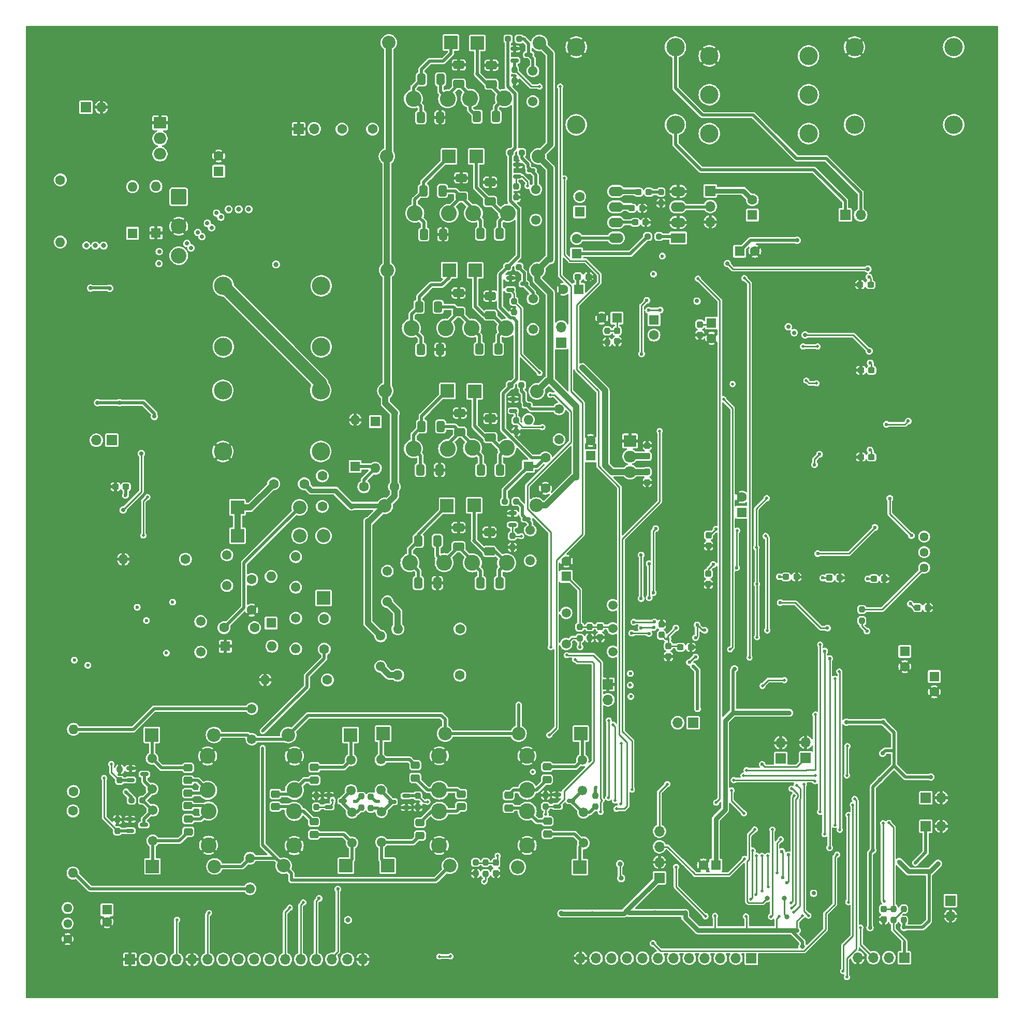
<source format=gbl>
G04 #@! TF.GenerationSoftware,KiCad,Pcbnew,7.0.10*
G04 #@! TF.CreationDate,2025-01-18T09:55:55-08:00*
G04 #@! TF.ProjectId,fieldRadio_1.1,6669656c-6452-4616-9469-6f5f312e312e,rev?*
G04 #@! TF.SameCoordinates,Original*
G04 #@! TF.FileFunction,Copper,L4,Bot*
G04 #@! TF.FilePolarity,Positive*
%FSLAX46Y46*%
G04 Gerber Fmt 4.6, Leading zero omitted, Abs format (unit mm)*
G04 Created by KiCad (PCBNEW 7.0.10) date 2025-01-18 09:55:55*
%MOMM*%
%LPD*%
G01*
G04 APERTURE LIST*
G04 Aperture macros list*
%AMRoundRect*
0 Rectangle with rounded corners*
0 $1 Rounding radius*
0 $2 $3 $4 $5 $6 $7 $8 $9 X,Y pos of 4 corners*
0 Add a 4 corners polygon primitive as box body*
4,1,4,$2,$3,$4,$5,$6,$7,$8,$9,$2,$3,0*
0 Add four circle primitives for the rounded corners*
1,1,$1+$1,$2,$3*
1,1,$1+$1,$4,$5*
1,1,$1+$1,$6,$7*
1,1,$1+$1,$8,$9*
0 Add four rect primitives between the rounded corners*
20,1,$1+$1,$2,$3,$4,$5,0*
20,1,$1+$1,$4,$5,$6,$7,0*
20,1,$1+$1,$6,$7,$8,$9,0*
20,1,$1+$1,$8,$9,$2,$3,0*%
G04 Aperture macros list end*
G04 #@! TA.AperFunction,ComponentPad*
%ADD10R,2.200000X2.200000*%
G04 #@! TD*
G04 #@! TA.AperFunction,ComponentPad*
%ADD11O,2.200000X2.200000*%
G04 #@! TD*
G04 #@! TA.AperFunction,ComponentPad*
%ADD12C,1.600000*%
G04 #@! TD*
G04 #@! TA.AperFunction,ComponentPad*
%ADD13C,1.550000*%
G04 #@! TD*
G04 #@! TA.AperFunction,ComponentPad*
%ADD14R,2.000000X1.905000*%
G04 #@! TD*
G04 #@! TA.AperFunction,ComponentPad*
%ADD15O,2.000000X1.905000*%
G04 #@! TD*
G04 #@! TA.AperFunction,ComponentPad*
%ADD16R,1.600000X1.600000*%
G04 #@! TD*
G04 #@! TA.AperFunction,ComponentPad*
%ADD17C,2.600000*%
G04 #@! TD*
G04 #@! TA.AperFunction,ComponentPad*
%ADD18R,1.700000X1.700000*%
G04 #@! TD*
G04 #@! TA.AperFunction,ComponentPad*
%ADD19O,1.700000X1.700000*%
G04 #@! TD*
G04 #@! TA.AperFunction,ComponentPad*
%ADD20C,3.000000*%
G04 #@! TD*
G04 #@! TA.AperFunction,ComponentPad*
%ADD21O,1.600000X1.600000*%
G04 #@! TD*
G04 #@! TA.AperFunction,ComponentPad*
%ADD22C,1.440000*%
G04 #@! TD*
G04 #@! TA.AperFunction,ComponentPad*
%ADD23R,2.400000X1.600000*%
G04 #@! TD*
G04 #@! TA.AperFunction,ComponentPad*
%ADD24O,2.400000X1.600000*%
G04 #@! TD*
G04 #@! TA.AperFunction,ComponentPad*
%ADD25RoundRect,0.249999X-1.025001X1.025001X-1.025001X-1.025001X1.025001X-1.025001X1.025001X1.025001X0*%
G04 #@! TD*
G04 #@! TA.AperFunction,ComponentPad*
%ADD26C,2.550000*%
G04 #@! TD*
G04 #@! TA.AperFunction,ComponentPad*
%ADD27C,1.500000*%
G04 #@! TD*
G04 #@! TA.AperFunction,SMDPad,CuDef*
%ADD28RoundRect,0.250000X0.650000X-0.412500X0.650000X0.412500X-0.650000X0.412500X-0.650000X-0.412500X0*%
G04 #@! TD*
G04 #@! TA.AperFunction,SMDPad,CuDef*
%ADD29RoundRect,0.237500X0.237500X-0.250000X0.237500X0.250000X-0.237500X0.250000X-0.237500X-0.250000X0*%
G04 #@! TD*
G04 #@! TA.AperFunction,SMDPad,CuDef*
%ADD30RoundRect,0.250000X-0.412500X-0.650000X0.412500X-0.650000X0.412500X0.650000X-0.412500X0.650000X0*%
G04 #@! TD*
G04 #@! TA.AperFunction,SMDPad,CuDef*
%ADD31RoundRect,0.237500X-0.300000X-0.237500X0.300000X-0.237500X0.300000X0.237500X-0.300000X0.237500X0*%
G04 #@! TD*
G04 #@! TA.AperFunction,SMDPad,CuDef*
%ADD32RoundRect,0.250000X0.475000X-0.337500X0.475000X0.337500X-0.475000X0.337500X-0.475000X-0.337500X0*%
G04 #@! TD*
G04 #@! TA.AperFunction,SMDPad,CuDef*
%ADD33RoundRect,0.237500X0.300000X0.237500X-0.300000X0.237500X-0.300000X-0.237500X0.300000X-0.237500X0*%
G04 #@! TD*
G04 #@! TA.AperFunction,SMDPad,CuDef*
%ADD34RoundRect,0.237500X0.250000X0.237500X-0.250000X0.237500X-0.250000X-0.237500X0.250000X-0.237500X0*%
G04 #@! TD*
G04 #@! TA.AperFunction,SMDPad,CuDef*
%ADD35RoundRect,0.237500X-0.237500X0.250000X-0.237500X-0.250000X0.237500X-0.250000X0.237500X0.250000X0*%
G04 #@! TD*
G04 #@! TA.AperFunction,SMDPad,CuDef*
%ADD36RoundRect,0.237500X0.237500X-0.300000X0.237500X0.300000X-0.237500X0.300000X-0.237500X-0.300000X0*%
G04 #@! TD*
G04 #@! TA.AperFunction,SMDPad,CuDef*
%ADD37RoundRect,0.150000X-0.512500X-0.150000X0.512500X-0.150000X0.512500X0.150000X-0.512500X0.150000X0*%
G04 #@! TD*
G04 #@! TA.AperFunction,SMDPad,CuDef*
%ADD38RoundRect,0.237500X-0.237500X0.300000X-0.237500X-0.300000X0.237500X-0.300000X0.237500X0.300000X0*%
G04 #@! TD*
G04 #@! TA.AperFunction,SMDPad,CuDef*
%ADD39RoundRect,0.150000X0.512500X0.150000X-0.512500X0.150000X-0.512500X-0.150000X0.512500X-0.150000X0*%
G04 #@! TD*
G04 #@! TA.AperFunction,ViaPad*
%ADD40C,0.600000*%
G04 #@! TD*
G04 #@! TA.AperFunction,ViaPad*
%ADD41C,0.800000*%
G04 #@! TD*
G04 #@! TA.AperFunction,ViaPad*
%ADD42C,0.700000*%
G04 #@! TD*
G04 #@! TA.AperFunction,ViaPad*
%ADD43C,0.500000*%
G04 #@! TD*
G04 #@! TA.AperFunction,Conductor*
%ADD44C,0.250000*%
G04 #@! TD*
G04 #@! TA.AperFunction,Conductor*
%ADD45C,1.000000*%
G04 #@! TD*
G04 #@! TA.AperFunction,Conductor*
%ADD46C,0.500000*%
G04 #@! TD*
G04 #@! TA.AperFunction,Conductor*
%ADD47C,0.800000*%
G04 #@! TD*
G04 #@! TA.AperFunction,Conductor*
%ADD48C,2.000000*%
G04 #@! TD*
G04 APERTURE END LIST*
D10*
X162830000Y-209557635D03*
D11*
X152670000Y-209557635D03*
D12*
X104640000Y-170420000D03*
X109640000Y-170420000D03*
D13*
X92875000Y-196807635D03*
X92875000Y-191807635D03*
X125575000Y-200600000D03*
X125575000Y-205600000D03*
D14*
X94185000Y-87870000D03*
D15*
X94185000Y-90410000D03*
X94185000Y-92950000D03*
D16*
X185065112Y-209240000D03*
D12*
X183065112Y-209240000D03*
D16*
X220820000Y-178404888D03*
D12*
X220820000Y-180904888D03*
D16*
X168902380Y-119780000D03*
D12*
X166402380Y-119780000D03*
D10*
X124555000Y-209357635D03*
D11*
X114395000Y-209357635D03*
D17*
X139850000Y-196982635D03*
X139850000Y-191382635D03*
D18*
X223480000Y-215055000D03*
D19*
X223480000Y-217595000D03*
D12*
X112770000Y-146890000D03*
X117770000Y-146890000D03*
D18*
X86295000Y-139760000D03*
D19*
X83755000Y-139760000D03*
D13*
X125425000Y-197057635D03*
X125425000Y-192057635D03*
D12*
X123940000Y-88890000D03*
X128940000Y-88890000D03*
D17*
X154225000Y-200432635D03*
X154225000Y-206032635D03*
D20*
X162250000Y-75475000D03*
X178480000Y-75475000D03*
X162250000Y-88175000D03*
X178480000Y-88175000D03*
X120545000Y-114510000D03*
X104545000Y-114510000D03*
X120545000Y-124510000D03*
X104545000Y-124510000D03*
D17*
X139850000Y-200432635D03*
X139850000Y-206032635D03*
D18*
X195690000Y-191790000D03*
D19*
X195690000Y-189250000D03*
D13*
X163450000Y-200632635D03*
X163450000Y-205632635D03*
X116390000Y-173880000D03*
X116390000Y-168880000D03*
D12*
X127520000Y-147375000D03*
X132520000Y-147375000D03*
D16*
X191050000Y-102942379D03*
D12*
X191050000Y-100442379D03*
D16*
X188967621Y-108840000D03*
D12*
X191467621Y-108840000D03*
D17*
X135050000Y-159770000D03*
X140650000Y-159770000D03*
D12*
X157220000Y-142625000D03*
X157220000Y-147625000D03*
D17*
X101975000Y-197007635D03*
X101975000Y-191407635D03*
D10*
X145890000Y-93325000D03*
D11*
X156050000Y-93325000D03*
D13*
X130270000Y-176775000D03*
X130270000Y-171775000D03*
D18*
X89270000Y-224670000D03*
D19*
X91810000Y-224670000D03*
X94350000Y-224670000D03*
X96890000Y-224670000D03*
X99430000Y-224670000D03*
X101970000Y-224670000D03*
X104510000Y-224670000D03*
X107050000Y-224670000D03*
X109590000Y-224670000D03*
X112130000Y-224670000D03*
X114670000Y-224670000D03*
X117210000Y-224670000D03*
X119750000Y-224670000D03*
X122290000Y-224670000D03*
X124830000Y-224670000D03*
X127370000Y-224670000D03*
D17*
X102125000Y-200407635D03*
X102125000Y-206007635D03*
D18*
X206235000Y-102930000D03*
D19*
X208775000Y-102930000D03*
D10*
X141200000Y-131675000D03*
D11*
X131040000Y-131675000D03*
D17*
X135310000Y-121420000D03*
X140910000Y-121420000D03*
D16*
X103780000Y-95771395D03*
D12*
X103780000Y-93271395D03*
D16*
X154420000Y-144025000D03*
D21*
X154420000Y-136405000D03*
D20*
X207755000Y-75465000D03*
X223985000Y-75465000D03*
X207755000Y-88165000D03*
X223985000Y-88165000D03*
D16*
X162320000Y-109260000D03*
D12*
X162320000Y-106760000D03*
D17*
X144890000Y-83840000D03*
X150490000Y-83840000D03*
D13*
X100830000Y-174400000D03*
X100830000Y-169400000D03*
X155180000Y-121640000D03*
X155180000Y-116640000D03*
D10*
X141770000Y-74725000D03*
D11*
X131610000Y-74725000D03*
D17*
X145440000Y-102640000D03*
X151040000Y-102640000D03*
D16*
X104860000Y-173450000D03*
D21*
X112480000Y-173450000D03*
D13*
X155640000Y-103740000D03*
X155640000Y-98740000D03*
X130300000Y-197007635D03*
X130300000Y-192007635D03*
D14*
X171050000Y-139870000D03*
D15*
X171050000Y-142410000D03*
X171050000Y-144950000D03*
D22*
X79070000Y-216270000D03*
X79070000Y-218810000D03*
X79070000Y-221350000D03*
D10*
X162980000Y-187732635D03*
D11*
X152820000Y-187732635D03*
D17*
X154200000Y-196982635D03*
X154200000Y-191382635D03*
X145270000Y-159820000D03*
X150870000Y-159820000D03*
D18*
X181395000Y-185960000D03*
D19*
X178855000Y-185960000D03*
D23*
X178920000Y-106680000D03*
D24*
X178920000Y-104140000D03*
X178920000Y-101600000D03*
X178920000Y-99060000D03*
X168760000Y-99060000D03*
X168760000Y-101600000D03*
X168760000Y-104140000D03*
X168760000Y-106680000D03*
D10*
X92845000Y-187957635D03*
D11*
X103005000Y-187957635D03*
D25*
X97250000Y-99975000D03*
D26*
X97250000Y-104775000D03*
X97250000Y-109575000D03*
D17*
X145290000Y-141040000D03*
X150890000Y-141040000D03*
D16*
X189340000Y-151550000D03*
D12*
X189340000Y-149050000D03*
D17*
X135620000Y-83920000D03*
X141220000Y-83920000D03*
D12*
X121050000Y-168930000D03*
X121050000Y-173930000D03*
D16*
X89690000Y-105920000D03*
D21*
X89690000Y-98300000D03*
D10*
X131445000Y-209357635D03*
D11*
X141605000Y-209357635D03*
D16*
X162830000Y-102410000D03*
D12*
X162830000Y-99910000D03*
D13*
X131370000Y-166175000D03*
X131370000Y-161175000D03*
D10*
X106850000Y-155360000D03*
D11*
X117010000Y-155360000D03*
D10*
X141500000Y-111925000D03*
D11*
X131340000Y-111925000D03*
D13*
X108900000Y-213107635D03*
X108900000Y-208107635D03*
X116380000Y-158812365D03*
X116380000Y-163812365D03*
D16*
X85500000Y-216544887D03*
D12*
X85500000Y-218544887D03*
D10*
X141450000Y-93325000D03*
D11*
X131290000Y-93325000D03*
D16*
X129400000Y-136720000D03*
D21*
X129400000Y-144340000D03*
D18*
X167440000Y-179670000D03*
D19*
X167440000Y-182210000D03*
D18*
X215920000Y-224390000D03*
D19*
X213380000Y-224390000D03*
X210840000Y-224390000D03*
X208300000Y-224390000D03*
D10*
X146070000Y-74775000D03*
D11*
X156230000Y-74775000D03*
D13*
X130400000Y-200500000D03*
X130400000Y-205500000D03*
D16*
X215995000Y-174297387D03*
D12*
X215995000Y-176797387D03*
D18*
X190895000Y-224470000D03*
D19*
X188355000Y-224470000D03*
X185815000Y-224470000D03*
X183275000Y-224470000D03*
X180735000Y-224470000D03*
X178195000Y-224470000D03*
X175655000Y-224470000D03*
X173115000Y-224470000D03*
X170575000Y-224470000D03*
X168035000Y-224470000D03*
X165495000Y-224470000D03*
X162955000Y-224470000D03*
D18*
X184180000Y-98980000D03*
D19*
X184180000Y-101520000D03*
X184180000Y-104060000D03*
D12*
X121550000Y-178960000D03*
D21*
X111390000Y-178960000D03*
D16*
X164595000Y-142310000D03*
D12*
X164595000Y-139810000D03*
D10*
X145560000Y-150425000D03*
D11*
X155720000Y-150425000D03*
D18*
X175850000Y-211320000D03*
D19*
X175850000Y-208780000D03*
X175850000Y-206240000D03*
X175850000Y-203700000D03*
D13*
X109200000Y-183657635D03*
X109200000Y-188657635D03*
X105130000Y-163550000D03*
X105130000Y-158550000D03*
D17*
X145160000Y-121425000D03*
X150760000Y-121425000D03*
D16*
X174960000Y-120057620D03*
D12*
X174960000Y-122557620D03*
D17*
X135630000Y-141140000D03*
X141230000Y-141140000D03*
D18*
X159790000Y-123785000D03*
D19*
X159790000Y-121245000D03*
D10*
X125325000Y-187957635D03*
D11*
X115165000Y-187957635D03*
D12*
X77870000Y-97190000D03*
D21*
X77870000Y-107350000D03*
D17*
X135860000Y-102640000D03*
X141460000Y-102640000D03*
D22*
X219150000Y-160607500D03*
X219150000Y-158067500D03*
X219150000Y-155527500D03*
D13*
X159430000Y-139660000D03*
X159430000Y-134660000D03*
D10*
X92945000Y-209457635D03*
D11*
X103105000Y-209457635D03*
D18*
X82040000Y-85320000D03*
D19*
X84580000Y-85320000D03*
D17*
X116175000Y-197007635D03*
X116175000Y-191407635D03*
D12*
X120720000Y-145590000D03*
X120720000Y-150590000D03*
D16*
X160640000Y-162032380D03*
D12*
X160640000Y-159532380D03*
D10*
X145720000Y-111975000D03*
D11*
X155880000Y-111975000D03*
D10*
X130645000Y-187757635D03*
D11*
X140805000Y-187757635D03*
D10*
X120930000Y-165570000D03*
D11*
X120930000Y-155410000D03*
D18*
X199790000Y-191720000D03*
D19*
X199790000Y-189180000D03*
D16*
X162630000Y-115080000D03*
D12*
X160130000Y-115080000D03*
D13*
X93000000Y-200275000D03*
X93000000Y-205275000D03*
D12*
X80020000Y-197210000D03*
D21*
X80020000Y-187050000D03*
D12*
X109180000Y-167530000D03*
X109180000Y-162530000D03*
X98330000Y-159220000D03*
D21*
X88170000Y-159220000D03*
D10*
X145640000Y-131775000D03*
D11*
X155800000Y-131775000D03*
D20*
X184015000Y-83255000D03*
X200245000Y-83255000D03*
X184015000Y-76905000D03*
X200245000Y-76905000D03*
X184015000Y-89605000D03*
X200245000Y-89605000D03*
D13*
X154740000Y-159475000D03*
X154740000Y-154475000D03*
D18*
X219425000Y-198240000D03*
D19*
X221965000Y-198240000D03*
D12*
X143210000Y-178180000D03*
D21*
X133050000Y-178180000D03*
D16*
X126100000Y-144050000D03*
D21*
X126100000Y-136430000D03*
D12*
X143240000Y-170630000D03*
D21*
X133080000Y-170630000D03*
D20*
X120470000Y-131610000D03*
X104470000Y-131610000D03*
X120470000Y-141610000D03*
X104470000Y-141610000D03*
D12*
X79950000Y-200380000D03*
D21*
X79950000Y-210540000D03*
D27*
X160610000Y-168000000D03*
X160610000Y-173080000D03*
X168230000Y-166730000D03*
X168230000Y-170540000D03*
X168230000Y-174350000D03*
D16*
X93520000Y-105850000D03*
D21*
X93520000Y-98230000D03*
D17*
X116125000Y-200457635D03*
X116125000Y-206057635D03*
D13*
X155170000Y-84375000D03*
X155170000Y-79375000D03*
D16*
X112350000Y-169660000D03*
D21*
X112350000Y-162040000D03*
D13*
X163250000Y-197057635D03*
X163250000Y-192057635D03*
D10*
X141120000Y-150475000D03*
D11*
X130960000Y-150475000D03*
D18*
X219425000Y-202900000D03*
D19*
X221965000Y-202900000D03*
D18*
X116865000Y-88830000D03*
D19*
X119405000Y-88830000D03*
D10*
X106840000Y-150750000D03*
D11*
X117000000Y-150750000D03*
D16*
X184380000Y-120600000D03*
D12*
X184380000Y-123100000D03*
D28*
X143000000Y-157182500D03*
X143000000Y-154057500D03*
D29*
X152400000Y-138372500D03*
X152400000Y-136547500D03*
D30*
X146597500Y-163100000D03*
X149722500Y-163100000D03*
D31*
X218057500Y-167137442D03*
X219782500Y-167137442D03*
D32*
X157550000Y-204145135D03*
X157550000Y-202070135D03*
D33*
X174132500Y-99180000D03*
X172407500Y-99180000D03*
D31*
X208822500Y-128320000D03*
X210547500Y-128320000D03*
D34*
X153332500Y-92710000D03*
X151507500Y-92710000D03*
D29*
X214125000Y-218227500D03*
X214125000Y-216402500D03*
D35*
X176120000Y-99167500D03*
X176120000Y-100992500D03*
D32*
X119425000Y-195345135D03*
X119425000Y-193270135D03*
D30*
X137247500Y-99000000D03*
X140372500Y-99000000D03*
D36*
X173870000Y-142372500D03*
X173870000Y-140647500D03*
D29*
X165350000Y-199695135D03*
X165350000Y-197870135D03*
X147415000Y-210647500D03*
X147415000Y-208822500D03*
X208970000Y-169265000D03*
X208970000Y-167440000D03*
D36*
X176190000Y-171592500D03*
X176190000Y-169867500D03*
D37*
X151952500Y-134950000D03*
X151952500Y-133050000D03*
X154227500Y-134000000D03*
D30*
X136407500Y-163110000D03*
X139532500Y-163110000D03*
D29*
X152420000Y-100062500D03*
X152420000Y-98237500D03*
X152140000Y-81002500D03*
X152140000Y-79177500D03*
D34*
X152932500Y-74125000D03*
X151107500Y-74125000D03*
D36*
X183890000Y-157022500D03*
X183890000Y-155297500D03*
D29*
X164445000Y-172092500D03*
X164445000Y-170267500D03*
D30*
X136917500Y-80750000D03*
X140042500Y-80750000D03*
D28*
X148070000Y-157932500D03*
X148070000Y-154807500D03*
D33*
X181002500Y-173610000D03*
X179277500Y-173610000D03*
D32*
X98775000Y-195395135D03*
X98775000Y-193320135D03*
D36*
X182480000Y-122542500D03*
X182480000Y-120817500D03*
X183850000Y-163292500D03*
X183850000Y-161567500D03*
X166145000Y-172017500D03*
X166145000Y-170292500D03*
D30*
X136557500Y-117940000D03*
X139682500Y-117940000D03*
D32*
X143425000Y-199695135D03*
X143425000Y-197620135D03*
D30*
X136747500Y-144620000D03*
X139872500Y-144620000D03*
D29*
X215800000Y-218252500D03*
X215800000Y-216427500D03*
D34*
X91337500Y-198632635D03*
X89512500Y-198632635D03*
D28*
X148370000Y-81542500D03*
X148370000Y-78417500D03*
D32*
X136700000Y-204395135D03*
X136700000Y-202320135D03*
D33*
X173632500Y-104130000D03*
X171907500Y-104130000D03*
D30*
X146027500Y-86840000D03*
X149152500Y-86840000D03*
D37*
X89362500Y-195332635D03*
X89362500Y-193432635D03*
X91637500Y-194382635D03*
D31*
X210932500Y-162402500D03*
X212657500Y-162402500D03*
D34*
X152402500Y-149775000D03*
X150577500Y-149775000D03*
D30*
X136967500Y-137510000D03*
X140092500Y-137510000D03*
D32*
X157475000Y-195245135D03*
X157475000Y-193170135D03*
D36*
X168930000Y-123592500D03*
X168930000Y-121867500D03*
D31*
X86887500Y-147385000D03*
X88612500Y-147385000D03*
D32*
X113075000Y-199695135D03*
X113075000Y-197620135D03*
D28*
X143230000Y-138432500D03*
X143230000Y-135307500D03*
D34*
X175757500Y-106430000D03*
X173932500Y-106430000D03*
D31*
X196557500Y-162127500D03*
X198282500Y-162127500D03*
D30*
X136827500Y-86960000D03*
X139952500Y-86960000D03*
D37*
X152192500Y-77650000D03*
X152192500Y-75750000D03*
X154467500Y-76700000D03*
D38*
X212510000Y-216447500D03*
X212510000Y-218172500D03*
D30*
X146387500Y-124820000D03*
X149512500Y-124820000D03*
D32*
X151200000Y-199895135D03*
X151200000Y-197820135D03*
D35*
X87575000Y-193570135D03*
X87575000Y-195395135D03*
X162820000Y-170317500D03*
X162820000Y-172142500D03*
D28*
X148170000Y-100687500D03*
X148170000Y-97562500D03*
D33*
X164242500Y-113030000D03*
X162517500Y-113030000D03*
D30*
X136857500Y-124930000D03*
X139982500Y-124930000D03*
D37*
X89262500Y-203632635D03*
X89262500Y-201732635D03*
X91537500Y-202682635D03*
D30*
X146607500Y-105990000D03*
X149732500Y-105990000D03*
D35*
X157250000Y-197820135D03*
X157250000Y-199645135D03*
X87225000Y-201820135D03*
X87225000Y-203645135D03*
D29*
X136350000Y-199745135D03*
X136350000Y-197920135D03*
D37*
X159137500Y-199657635D03*
X159137500Y-197757635D03*
X161412500Y-198707635D03*
D28*
X143060000Y-81512500D03*
X143060000Y-78387500D03*
D29*
X151800000Y-157252500D03*
X151800000Y-155427500D03*
D35*
X119775000Y-197920135D03*
X119775000Y-199745135D03*
D39*
X134437500Y-197932635D03*
X134437500Y-199832635D03*
X132162500Y-198882635D03*
D32*
X98775000Y-199545135D03*
X98775000Y-197470135D03*
D31*
X208822500Y-142520000D03*
X210547500Y-142520000D03*
D32*
X98825000Y-203795135D03*
X98825000Y-201720135D03*
D35*
X145790000Y-208797500D03*
X145790000Y-210622500D03*
D37*
X151832500Y-153610000D03*
X151832500Y-151710000D03*
X154107500Y-152660000D03*
D28*
X148200000Y-119302500D03*
X148200000Y-116177500D03*
D32*
X135925000Y-194995135D03*
X135925000Y-192920135D03*
D29*
X128675000Y-199920135D03*
X128675000Y-198095135D03*
D37*
X151462500Y-115140000D03*
X151462500Y-113240000D03*
X153737500Y-114190000D03*
X121812500Y-199732635D03*
X121812500Y-197832635D03*
X124087500Y-198782635D03*
D30*
X136407500Y-156220000D03*
X139532500Y-156220000D03*
D38*
X177320000Y-173397500D03*
X177320000Y-175122500D03*
D32*
X119375000Y-204245135D03*
X119375000Y-202170135D03*
D29*
X127100000Y-199845135D03*
X127100000Y-198020135D03*
D28*
X148220000Y-139337500D03*
X148220000Y-136212500D03*
D31*
X208672500Y-114320000D03*
X210397500Y-114320000D03*
X171317500Y-101810000D03*
X173042500Y-101810000D03*
D28*
X143000000Y-118792500D03*
X143000000Y-115667500D03*
D34*
X153312500Y-130730000D03*
X151487500Y-130730000D03*
D37*
X152602500Y-96600000D03*
X152602500Y-94700000D03*
X154877500Y-95650000D03*
D38*
X173870000Y-144922500D03*
X173870000Y-146647500D03*
D35*
X167330000Y-121877500D03*
X167330000Y-123702500D03*
D29*
X152060000Y-118852500D03*
X152060000Y-117027500D03*
D30*
X146647500Y-144630000D03*
X149772500Y-144630000D03*
D31*
X203657500Y-162277500D03*
X205382500Y-162277500D03*
D30*
X137327500Y-106110000D03*
X140452500Y-106110000D03*
D34*
X152872500Y-111440000D03*
X151047500Y-111440000D03*
D38*
X149090000Y-208847500D03*
X149090000Y-210572500D03*
D28*
X143420000Y-99982500D03*
X143420000Y-96857500D03*
D40*
X162860000Y-173570000D03*
D41*
X124930000Y-218220000D03*
D40*
X210300000Y-141340000D03*
D42*
X201070000Y-213855000D03*
X196930000Y-121220000D03*
D40*
X209940000Y-162417500D03*
X184660000Y-160080000D03*
X171080000Y-179820000D03*
X171100000Y-177910000D03*
X202590000Y-162287500D03*
X210340000Y-127120000D03*
X185110000Y-154310000D03*
X171190000Y-181660000D03*
X195490000Y-162077500D03*
X210150000Y-113070000D03*
X216900000Y-166507500D03*
D42*
X197890000Y-122170000D03*
D40*
X208830000Y-113050000D03*
X188740000Y-127240000D03*
X170170000Y-91680000D03*
X223660000Y-151050000D03*
X89120000Y-176850000D03*
X77620000Y-155940000D03*
X186340000Y-170480000D03*
X182640000Y-107960000D03*
X120630000Y-196710000D03*
X102860000Y-145730000D03*
X144260000Y-192450000D03*
X83630000Y-153990000D03*
X140610000Y-154310000D03*
X106080000Y-203570000D03*
X223140000Y-144020000D03*
X90810000Y-107700000D03*
X223660000Y-157860000D03*
X153750000Y-81880000D03*
X84530000Y-181040000D03*
X213850000Y-161947500D03*
X121590000Y-107060000D03*
X100530000Y-141980000D03*
X152030000Y-134020000D03*
D41*
X88860000Y-125760000D03*
D40*
X77340000Y-118600000D03*
X208730000Y-178250000D03*
X179960000Y-111610000D03*
X215870000Y-80140000D03*
D41*
X215940000Y-94840000D03*
D40*
X153170000Y-139650000D03*
X183910000Y-164590000D03*
X224890000Y-191190000D03*
X121180000Y-191680000D03*
X127690000Y-190980000D03*
X81770000Y-109020000D03*
X146610000Y-115470000D03*
X140990000Y-115830000D03*
D41*
X92780000Y-128480000D03*
D40*
X205360000Y-214860000D03*
X200250000Y-213260000D03*
X153770000Y-156790000D03*
X77860000Y-113460000D03*
X202350000Y-216880000D03*
X127830000Y-207340000D03*
X169290000Y-129220000D03*
X206760000Y-219770000D03*
X216010000Y-180140000D03*
X165760000Y-126400000D03*
D41*
X219100000Y-89230000D03*
D40*
X201460000Y-205660000D03*
X107490000Y-220110000D03*
X180340000Y-136260000D03*
X177100000Y-167710000D03*
X178490000Y-130090000D03*
X80170000Y-174000000D03*
D41*
X89330000Y-128420000D03*
D40*
X211420000Y-219410000D03*
X121820000Y-213090000D03*
X183300000Y-181100000D03*
X217620000Y-112660000D03*
X170720000Y-167700000D03*
X86780000Y-169440000D03*
X77270000Y-123640000D03*
X112540000Y-182860000D03*
X142520000Y-106190000D03*
D41*
X175960000Y-83910000D03*
D40*
X179650000Y-209590000D03*
X142390000Y-144990000D03*
X194820000Y-137200000D03*
X116520000Y-133030000D03*
X88370000Y-192360000D03*
X215270000Y-88010000D03*
X171920000Y-117260000D03*
X112280000Y-142080000D03*
X189260000Y-178530000D03*
D41*
X123180000Y-95410000D03*
D40*
X192020000Y-182370000D03*
X93780000Y-169150000D03*
X135300000Y-201010000D03*
X154240000Y-100930000D03*
X181810000Y-141500000D03*
X182750000Y-109250000D03*
D41*
X101040000Y-179050000D03*
D40*
X149990000Y-154050000D03*
X184360000Y-131950000D03*
X172130000Y-161320000D03*
X174420000Y-100840000D03*
X214490000Y-201410000D03*
X201760000Y-129050000D03*
X212130000Y-101120000D03*
X208960000Y-127100000D03*
X174200000Y-174800000D03*
X201680000Y-113280000D03*
X104050000Y-176220000D03*
X158010000Y-221970000D03*
X212475000Y-187351750D03*
X109250000Y-127580000D03*
X214240000Y-154017500D03*
X192490000Y-229640000D03*
X178240000Y-194960000D03*
D41*
X89890000Y-125490000D03*
D40*
X76500000Y-180630000D03*
X107240000Y-137600000D03*
X135530000Y-217930000D03*
X107650000Y-228000000D03*
X125070000Y-75100000D03*
X100830000Y-134200000D03*
X76290000Y-174610000D03*
X150340000Y-168880000D03*
X182180000Y-173760000D03*
X168050000Y-124780000D03*
X164380000Y-173510000D03*
X172120000Y-163060000D03*
X203210000Y-229590000D03*
D41*
X81070000Y-112820000D03*
D40*
X150130000Y-203910000D03*
X211137858Y-180895000D03*
X200370000Y-164697500D03*
X200690000Y-101540000D03*
X165370000Y-113750000D03*
X104330000Y-180910000D03*
X84683762Y-117930000D03*
X221010000Y-167147500D03*
X181600000Y-145800000D03*
X218910000Y-190045000D03*
X207700000Y-170027500D03*
X221890000Y-168557500D03*
X208970000Y-141390000D03*
X172070000Y-157160000D03*
X79790000Y-166710000D03*
X88530000Y-210280000D03*
X141440000Y-96860000D03*
D41*
X163440000Y-81610000D03*
D40*
X184480000Y-113520000D03*
X94610000Y-133920000D03*
X127350000Y-217110000D03*
X95580000Y-145800000D03*
X207280000Y-164957500D03*
X80000000Y-183920000D03*
X169930000Y-203650000D03*
X205620000Y-212330000D03*
X216030000Y-162687500D03*
X147690000Y-83840000D03*
X81110000Y-149990000D03*
X94400000Y-116990000D03*
X86593762Y-131120000D03*
X160050000Y-129550000D03*
X125380000Y-81920000D03*
X189570000Y-185830000D03*
X150790000Y-117790000D03*
X174550000Y-188440000D03*
X223560000Y-162690000D03*
X217930000Y-126930000D03*
X211890000Y-198560000D03*
X87600000Y-184260000D03*
X100480000Y-166640000D03*
X117410000Y-166430000D03*
X117680000Y-138770000D03*
X171120000Y-178970000D03*
X180840000Y-178390000D03*
X100900000Y-155660000D03*
X189360000Y-203590000D03*
X192130000Y-80130000D03*
X141500000Y-86990000D03*
X214920000Y-170087500D03*
X192300000Y-88740000D03*
X80630000Y-145990000D03*
X190830000Y-192370000D03*
X85730000Y-188880000D03*
X145020000Y-78410000D03*
X188740000Y-116750000D03*
D41*
X91030000Y-128510000D03*
D40*
X149140000Y-211630000D03*
X121530000Y-182590000D03*
X195760000Y-125770000D03*
X164520000Y-179880000D03*
D41*
X87690000Y-122070000D03*
D40*
X150080000Y-96780000D03*
X204900000Y-223730000D03*
X194920000Y-143600000D03*
X217660000Y-114200000D03*
X152270000Y-76730000D03*
X207920000Y-154110000D03*
X147345000Y-223810000D03*
X203940000Y-220880000D03*
X203290000Y-210520000D03*
X106150000Y-196430000D03*
X192400000Y-185240000D03*
X199010000Y-150520000D03*
X219430000Y-208820000D03*
X172020000Y-155430000D03*
X223560000Y-113700000D03*
X83270000Y-147310000D03*
X222450000Y-172487500D03*
X198940000Y-176500000D03*
X200990000Y-170117500D03*
X103000000Y-150910000D03*
X187190000Y-165600000D03*
X221320000Y-222380000D03*
X199410000Y-162680000D03*
X143850000Y-218110000D03*
X77550000Y-132170000D03*
X226980000Y-213670000D03*
X84050000Y-159300000D03*
X174230000Y-182710000D03*
D41*
X103680000Y-167630000D03*
D40*
X107460000Y-215480000D03*
D41*
X218520000Y-77000000D03*
D40*
X144050000Y-204190000D03*
X207130000Y-174680000D03*
X84680000Y-208180000D03*
X218590000Y-186360000D03*
X225040000Y-225900000D03*
X171420000Y-176180000D03*
X192920000Y-199080000D03*
X184960000Y-191940000D03*
X177410000Y-208740000D03*
X124120000Y-153570000D03*
X214110000Y-194240000D03*
X178420000Y-221910000D03*
D41*
X195800000Y-84910000D03*
D40*
X108590000Y-122780000D03*
X151720000Y-114220000D03*
X144190000Y-208040000D03*
X170370000Y-80150000D03*
X141430000Y-174110000D03*
X174490000Y-105040000D03*
X95620000Y-147360000D03*
X217290000Y-218240000D03*
X150760000Y-192100000D03*
X204180000Y-226030000D03*
X116190000Y-116810000D03*
X222200000Y-121150000D03*
X101090000Y-119790000D03*
X77480000Y-205100000D03*
X98890000Y-181190000D03*
X174630000Y-126380000D03*
X159390000Y-196500000D03*
X88220000Y-200650000D03*
X136710000Y-191750000D03*
X90450000Y-188080000D03*
X84643762Y-120430000D03*
X150240000Y-174540000D03*
X103700000Y-111190000D03*
X190860000Y-221890000D03*
X166080000Y-173470000D03*
D41*
X87900000Y-128550000D03*
D40*
X223450000Y-129540000D03*
X119790000Y-107050000D03*
X95550000Y-151690000D03*
X123560000Y-176500000D03*
X200550000Y-196780000D03*
X142010000Y-163140000D03*
X199980000Y-154090000D03*
D41*
X92080000Y-121930000D03*
D40*
X150450000Y-179580000D03*
D41*
X84000000Y-169890000D03*
D40*
X152880000Y-218200000D03*
X217270000Y-214400000D03*
X113370000Y-212030000D03*
X124260000Y-165870000D03*
X77410000Y-127830000D03*
X201690000Y-127400000D03*
X141475000Y-225750000D03*
X145185000Y-227140000D03*
X145710000Y-211580000D03*
X196120000Y-221930000D03*
D41*
X89210000Y-122130000D03*
D40*
X225030000Y-209130000D03*
X176950000Y-229340000D03*
X168520000Y-221780000D03*
X206420000Y-162287500D03*
X209840000Y-204830000D03*
X101130000Y-128230000D03*
X84190000Y-164060000D03*
X226160000Y-195520000D03*
X220520000Y-219450000D03*
X173790000Y-221890000D03*
X97690000Y-138460000D03*
X177430000Y-177430000D03*
X152950000Y-95700000D03*
D41*
X89350000Y-123420000D03*
D43*
X196560000Y-181350000D03*
D40*
X150150000Y-78240000D03*
D41*
X198100000Y-101170000D03*
D40*
X106080000Y-192170000D03*
X117260000Y-120960000D03*
X222620000Y-136780000D03*
X140830000Y-135510000D03*
X201690000Y-114960000D03*
X206850000Y-196920000D03*
X84430000Y-109570000D03*
X183380000Y-221870000D03*
X164600000Y-222100000D03*
X113000000Y-203360000D03*
X189150000Y-168980000D03*
X223700000Y-186360000D03*
X183820000Y-158210000D03*
X217970000Y-128550000D03*
X142030000Y-125030000D03*
X222620000Y-104260000D03*
X90840000Y-112260000D03*
X189200000Y-144970000D03*
X146430000Y-136250000D03*
D41*
X111960000Y-94690000D03*
D40*
X145590000Y-196360000D03*
X176320000Y-109660000D03*
D42*
X94010000Y-110880000D03*
X94050000Y-108910000D03*
D40*
X90450000Y-167080000D03*
D41*
X113160000Y-111010000D03*
X84970000Y-107940000D03*
D40*
X129930000Y-198860000D03*
D42*
X164060000Y-128740000D03*
X163240000Y-127910000D03*
X100360000Y-105760000D03*
X102610000Y-105000000D03*
D40*
X88620000Y-197290000D03*
D43*
X155170000Y-194000000D03*
D42*
X182010000Y-117000000D03*
D41*
X82140000Y-107900000D03*
D40*
X80170000Y-175720000D03*
D42*
X99260000Y-108310000D03*
D40*
X82390000Y-176570000D03*
D42*
X101050000Y-106480000D03*
D41*
X108690000Y-101990000D03*
X83610000Y-107930000D03*
D42*
X103440000Y-102600000D03*
X104130000Y-103280000D03*
X166150000Y-130800000D03*
D40*
X174880000Y-112590000D03*
D41*
X105400000Y-102000000D03*
D43*
X147210000Y-211940000D03*
D40*
X96230000Y-166230000D03*
X125990000Y-198800000D03*
D42*
X164970000Y-129640000D03*
D40*
X88530000Y-148780000D03*
X91960000Y-169250000D03*
D43*
X187840000Y-130570000D03*
D40*
X95220000Y-174550000D03*
D42*
X98590000Y-107590000D03*
D40*
X165440000Y-196510000D03*
D42*
X101920000Y-104290000D03*
D41*
X107060000Y-102000000D03*
D43*
X110980000Y-187320000D03*
X110980000Y-190090000D03*
D42*
X88140000Y-151170000D03*
X91150000Y-141940000D03*
D43*
X191830000Y-171990000D03*
X191700000Y-157290000D03*
D40*
X201210000Y-143770000D03*
D42*
X198390000Y-107070000D03*
D40*
X202045000Y-142040000D03*
D43*
X191790000Y-163260000D03*
X193420000Y-149240000D03*
X202870000Y-204190000D03*
X186340000Y-133070000D03*
D40*
X202880000Y-174240000D03*
D43*
X187430000Y-173960000D03*
D40*
X175960000Y-118470000D03*
X174100000Y-118510000D03*
X172940000Y-125660000D03*
X173800000Y-116870000D03*
D43*
X149410000Y-207720000D03*
X195710000Y-205027500D03*
X195090000Y-210480000D03*
D42*
X188120000Y-177140000D03*
X210300000Y-219510000D03*
D41*
X164850000Y-217170000D03*
D43*
X195410000Y-217650000D03*
D42*
X211930000Y-195260000D03*
D41*
X175120000Y-217060000D03*
D42*
X197080000Y-184330000D03*
X215860000Y-219440000D03*
D41*
X170000000Y-217170000D03*
D43*
X184960000Y-217570000D03*
D41*
X159810000Y-217160000D03*
D42*
X221420000Y-209000000D03*
D41*
X199220000Y-222560000D03*
X180090000Y-217060000D03*
D42*
X212470000Y-185850000D03*
X206430000Y-185860000D03*
X212360000Y-190970000D03*
X215070000Y-208730000D03*
X220220000Y-194830000D03*
D43*
X199220000Y-217510000D03*
D42*
X210760000Y-206810000D03*
D43*
X190010000Y-217630000D03*
X212440000Y-202410000D03*
X212610000Y-215130000D03*
X213360000Y-202340000D03*
X206780000Y-201040000D03*
X206740000Y-215310000D03*
X205890000Y-226600000D03*
X207490000Y-199390000D03*
X197870000Y-197920000D03*
X197360000Y-215390000D03*
D41*
X169610000Y-211400000D03*
D43*
X177140000Y-196000000D03*
D41*
X169410000Y-209060000D03*
D43*
X197440000Y-196750000D03*
X197500000Y-216260000D03*
X198320000Y-196180000D03*
X197780000Y-216960000D03*
D40*
X174810000Y-222060000D03*
D43*
X204940000Y-207530000D03*
X200220000Y-217510000D03*
X199470000Y-196060000D03*
X194110000Y-217680000D03*
X194320000Y-203440000D03*
D41*
X193450000Y-214695000D03*
X196710000Y-217685000D03*
X196280000Y-214695000D03*
D43*
X191450000Y-203420000D03*
X201380000Y-184630000D03*
X190110000Y-193740000D03*
X201330000Y-194580000D03*
X206520000Y-194580000D03*
X189610000Y-194600000D03*
X206600000Y-189780000D03*
X188020000Y-195350000D03*
X201310000Y-195510000D03*
X178570000Y-209560000D03*
X183390000Y-217620000D03*
D40*
X177260000Y-172220000D03*
X178560000Y-170470000D03*
D43*
X152830000Y-183010000D03*
D40*
X175060000Y-169490000D03*
X175260000Y-154210000D03*
X174830000Y-164700000D03*
X171660000Y-169510000D03*
X172860000Y-165640000D03*
X174145000Y-171380000D03*
X172860000Y-158530000D03*
X171330000Y-171310000D03*
X174930000Y-170380000D03*
X174180000Y-165520000D03*
X174180000Y-159970000D03*
X172845000Y-170440000D03*
X213540000Y-149260000D03*
X217090000Y-155350000D03*
D43*
X201550000Y-130460000D03*
X201720000Y-124430000D03*
X199880000Y-130000000D03*
X199340000Y-124420000D03*
D40*
X212990000Y-137170000D03*
X216553192Y-136623192D03*
D42*
X199680000Y-122560000D03*
X210150000Y-125150000D03*
X186990000Y-110870000D03*
X209950000Y-111760000D03*
X93260000Y-135880000D03*
X83970000Y-133610000D03*
X87560000Y-133610000D03*
D40*
X180770000Y-176080000D03*
X181771942Y-175218058D03*
X182090000Y-183670000D03*
X181410000Y-176720000D03*
X183280000Y-170840000D03*
X181770000Y-172040000D03*
X182020000Y-169950000D03*
D43*
X202150000Y-173210000D03*
X202130000Y-200540000D03*
X193507500Y-170867500D03*
X193220000Y-155420000D03*
X188600000Y-154530000D03*
D40*
X188470000Y-160630000D03*
D43*
X208750000Y-219470000D03*
X191140000Y-206890000D03*
X96960000Y-218180000D03*
X190770000Y-214840000D03*
X102180000Y-217070000D03*
X191730000Y-207700000D03*
X191620000Y-214090000D03*
X192640000Y-207745000D03*
X192660000Y-213480000D03*
X115400000Y-216220000D03*
X193590000Y-207720000D03*
X193630000Y-212810000D03*
X117620000Y-215350000D03*
D40*
X196950000Y-207560000D03*
X120190000Y-214690000D03*
X196730000Y-212150000D03*
X123270000Y-213160000D03*
X195880000Y-207025000D03*
X196040000Y-211290000D03*
D43*
X189790000Y-208230000D03*
X169530000Y-199280000D03*
X86230000Y-192720000D03*
X157840000Y-187990000D03*
X159640000Y-81910000D03*
X169590000Y-189330000D03*
X156260000Y-81910000D03*
X154290000Y-98170000D03*
X85050000Y-195010000D03*
X168820000Y-200040000D03*
X160280000Y-96930000D03*
X157990000Y-132330000D03*
X156260000Y-128750000D03*
X160690000Y-174910000D03*
X166260000Y-200540000D03*
X122410000Y-198700000D03*
X158090000Y-173600000D03*
X175900000Y-138260000D03*
X156710000Y-137620000D03*
X187630000Y-197040000D03*
X189690000Y-200780000D03*
X137910000Y-198890000D03*
X171350000Y-196900000D03*
X153250000Y-155440000D03*
X157290000Y-200910000D03*
X162050000Y-175630000D03*
X207790000Y-198410000D03*
X141685000Y-224160000D03*
X206510000Y-227560000D03*
X139865000Y-224190000D03*
X167510000Y-198240000D03*
X167550000Y-185590000D03*
X168610000Y-198700000D03*
X92110000Y-149060000D03*
X91460000Y-155340000D03*
X168260000Y-186285000D03*
D42*
X85940000Y-114900000D03*
X82810000Y-114880000D03*
D40*
X203350000Y-170480000D03*
X195620000Y-166330000D03*
X211110000Y-154037500D03*
X201760000Y-158307500D03*
X209790000Y-170967500D03*
D43*
X189760000Y-113260000D03*
X190580000Y-175310000D03*
D40*
X203700000Y-206410000D03*
X203700000Y-175450000D03*
D43*
X185140000Y-199040000D03*
X182160000Y-113330000D03*
D40*
X217730000Y-208865000D03*
D43*
X205260000Y-177590000D03*
X205360000Y-203470000D03*
X204540000Y-202690000D03*
X196290000Y-178985000D03*
X204570000Y-178760000D03*
X192700000Y-179930000D03*
D40*
X192660000Y-192770000D03*
D44*
X162820000Y-173530000D02*
X162860000Y-173570000D01*
X182480000Y-120817500D02*
X184162500Y-120817500D01*
X184162500Y-120817500D02*
X184380000Y-120600000D01*
X184122500Y-155297500D02*
X185110000Y-154310000D01*
X162820000Y-172142500D02*
X161547500Y-172142500D01*
X210547500Y-142520000D02*
X210547500Y-141587500D01*
X202600000Y-162277500D02*
X202590000Y-162287500D01*
X171087500Y-142372500D02*
X171050000Y-142410000D01*
X196557500Y-162127500D02*
X195540000Y-162127500D01*
X217529942Y-167137442D02*
X216900000Y-166507500D01*
X210547500Y-128320000D02*
X210547500Y-127327500D01*
X210397500Y-113317500D02*
X210150000Y-113070000D01*
X210397500Y-114320000D02*
X210397500Y-113317500D01*
X209955000Y-162402500D02*
X209940000Y-162417500D01*
X183850000Y-161567500D02*
X183850000Y-160890000D01*
X162820000Y-172142500D02*
X162820000Y-173530000D01*
X203657500Y-162277500D02*
X202600000Y-162277500D01*
X183890000Y-155297500D02*
X184122500Y-155297500D01*
X210932500Y-162402500D02*
X209955000Y-162402500D01*
X183850000Y-160890000D02*
X184660000Y-160080000D01*
X161547500Y-172142500D02*
X160610000Y-173080000D01*
X218057500Y-167137442D02*
X217529942Y-167137442D01*
X195540000Y-162127500D02*
X195490000Y-162077500D01*
D45*
X173870000Y-142372500D02*
X171087500Y-142372500D01*
D44*
X210547500Y-141587500D02*
X210300000Y-141340000D01*
X210547500Y-127327500D02*
X210340000Y-127120000D01*
D46*
X152140000Y-81002500D02*
X152872500Y-81002500D01*
D44*
X165370000Y-113750000D02*
X164962500Y-113750000D01*
X151852500Y-118852500D02*
X150790000Y-117790000D01*
D46*
X152872500Y-81002500D02*
X153750000Y-81880000D01*
D44*
X164962500Y-113750000D02*
X164242500Y-113030000D01*
D46*
X149090000Y-210485000D02*
X149090000Y-211580000D01*
X149090000Y-211580000D02*
X149140000Y-211630000D01*
D44*
X152060000Y-118852500D02*
X151852500Y-118852500D01*
D45*
X166960000Y-143840000D02*
X166960000Y-131880000D01*
D46*
X89512500Y-198182500D02*
X88620000Y-197290000D01*
X89512500Y-198632635D02*
X89512500Y-198182500D01*
X126320135Y-198800000D02*
X127100000Y-198020135D01*
D44*
X147500000Y-210645000D02*
X147415000Y-210560000D01*
D46*
X162517500Y-113030000D02*
X162517500Y-114967500D01*
X165350000Y-197870135D02*
X165350000Y-196600000D01*
D47*
X171107500Y-101600000D02*
X171317500Y-101810000D01*
D46*
X88612500Y-148697500D02*
X88530000Y-148780000D01*
D44*
X147415000Y-210560000D02*
X147415000Y-211735000D01*
D45*
X166960000Y-131880000D02*
X166960000Y-131630000D01*
D46*
X129439865Y-198860000D02*
X128675000Y-198095135D01*
X165350000Y-196600000D02*
X165440000Y-196510000D01*
D45*
X166960000Y-131630000D02*
X163240000Y-127910000D01*
X168070000Y-144950000D02*
X167680000Y-144560000D01*
X171050000Y-144950000D02*
X173842500Y-144950000D01*
D46*
X125990000Y-198800000D02*
X126320135Y-198800000D01*
D44*
X147415000Y-211735000D02*
X147210000Y-211940000D01*
D45*
X167680000Y-144560000D02*
X166960000Y-143840000D01*
D47*
X168760000Y-101600000D02*
X171107500Y-101600000D01*
D46*
X129930000Y-198860000D02*
X129439865Y-198860000D01*
X88612500Y-147385000D02*
X88612500Y-148697500D01*
D45*
X173842500Y-144950000D02*
X173870000Y-144922500D01*
D46*
X162517500Y-114967500D02*
X162630000Y-115080000D01*
D45*
X171050000Y-144950000D02*
X168070000Y-144950000D01*
D46*
X107930000Y-159820000D02*
X117000000Y-150750000D01*
X104640000Y-170420000D02*
X107930000Y-167130000D01*
X107930000Y-167130000D02*
X107930000Y-159820000D01*
D45*
X108910000Y-150750000D02*
X112770000Y-146890000D01*
X106840000Y-150750000D02*
X108910000Y-150750000D01*
X106850000Y-155360000D02*
X106850000Y-150760000D01*
D46*
X106850000Y-150760000D02*
X106840000Y-150750000D01*
D47*
X125685000Y-150475000D02*
X130960000Y-150475000D01*
D45*
X130270000Y-171775000D02*
X128170000Y-169675000D01*
D47*
X131290000Y-111875000D02*
X131340000Y-111925000D01*
D45*
X131040000Y-133730000D02*
X132640000Y-135330000D01*
X132520000Y-135450000D02*
X132520000Y-147375000D01*
D47*
X122890000Y-147990000D02*
X125530000Y-150630000D01*
D45*
X132520000Y-147375000D02*
X132520000Y-148915000D01*
X131340000Y-111925000D02*
X131340000Y-131375000D01*
D47*
X131610000Y-93005000D02*
X131290000Y-93325000D01*
D45*
X132520000Y-148915000D02*
X130960000Y-150475000D01*
X131040000Y-131675000D02*
X131040000Y-133730000D01*
X131610000Y-74725000D02*
X131610000Y-93005000D01*
X128385000Y-153050000D02*
X130960000Y-150475000D01*
D47*
X132640000Y-135330000D02*
X132520000Y-135450000D01*
D45*
X131290000Y-93325000D02*
X131290000Y-111875000D01*
D47*
X128170000Y-153050000D02*
X128385000Y-153050000D01*
X125530000Y-150630000D02*
X125685000Y-150475000D01*
D45*
X128170000Y-169675000D02*
X128170000Y-153050000D01*
D47*
X131340000Y-131375000D02*
X131040000Y-131675000D01*
X118870000Y-147990000D02*
X122890000Y-147990000D01*
X117770000Y-146890000D02*
X118870000Y-147990000D01*
D46*
X110980000Y-205942635D02*
X110980000Y-190090000D01*
X121050000Y-175450000D02*
X121050000Y-173930000D01*
X108900000Y-208107635D02*
X113145000Y-208107635D01*
X118210000Y-180090000D02*
X118210000Y-178290000D01*
X141605000Y-209357635D02*
X139252635Y-211710000D01*
X152470000Y-209357635D02*
X152670000Y-209557635D01*
X113145000Y-208107635D02*
X114395000Y-209357635D01*
X110980000Y-187320000D02*
X118210000Y-180090000D01*
X139252635Y-211710000D02*
X115660000Y-211710000D01*
X115660000Y-211710000D02*
X115660000Y-210622635D01*
X115660000Y-210622635D02*
X114395000Y-209357635D01*
X103105000Y-209457635D02*
X107550000Y-209457635D01*
X107550000Y-209457635D02*
X108900000Y-208107635D01*
X114395000Y-209357635D02*
X110980000Y-205942635D01*
X118210000Y-178290000D02*
X121050000Y-175450000D01*
D45*
X157645000Y-110210000D02*
X155880000Y-111975000D01*
X155880000Y-111975000D02*
X155880000Y-113530634D01*
X155720000Y-150425000D02*
X157275634Y-150425000D01*
X158020000Y-95295000D02*
X158020000Y-110210000D01*
X162220000Y-134200000D02*
X158020000Y-130000000D01*
X157275634Y-150425000D02*
X161860634Y-145840000D01*
D47*
X158020000Y-130000000D02*
X157575000Y-130000000D01*
D45*
X155880000Y-113530634D02*
X158020000Y-115670634D01*
X162220000Y-145840000D02*
X162220000Y-134200000D01*
X156050000Y-93325000D02*
X158020000Y-95295000D01*
X156230000Y-74775000D02*
X158020000Y-76565000D01*
X158020000Y-76565000D02*
X158020000Y-91355000D01*
X157575000Y-130000000D02*
X155800000Y-131775000D01*
D47*
X161860634Y-145840000D02*
X162220000Y-145840000D01*
D45*
X158020000Y-91355000D02*
X156050000Y-93325000D01*
D47*
X158020000Y-110210000D02*
X157645000Y-110210000D01*
D45*
X158020000Y-115670634D02*
X158020000Y-130000000D01*
D46*
X148370000Y-81542500D02*
X147732500Y-81542500D01*
X147732500Y-81542500D02*
X146010000Y-79820000D01*
X148370000Y-81720000D02*
X150490000Y-83840000D01*
X146010000Y-79820000D02*
X146070000Y-79760000D01*
X146070000Y-79760000D02*
X146070000Y-74775000D01*
X149152500Y-86840000D02*
X149152500Y-85177500D01*
X148370000Y-81542500D02*
X148370000Y-81720000D01*
X149152500Y-85177500D02*
X150490000Y-83840000D01*
X151040000Y-102640000D02*
X150122500Y-102640000D01*
X149732500Y-103947500D02*
X151040000Y-102640000D01*
X149732500Y-105990000D02*
X149732500Y-103947500D01*
X150122500Y-102640000D02*
X148170000Y-100687500D01*
X145890000Y-93325000D02*
X145890000Y-98407500D01*
X145890000Y-98407500D02*
X148170000Y-100687500D01*
X147162500Y-119302500D02*
X145720000Y-117860000D01*
X148200000Y-119302500D02*
X148637500Y-119302500D01*
X148200000Y-119302500D02*
X147162500Y-119302500D01*
X148637500Y-119302500D02*
X150760000Y-121425000D01*
X149512500Y-122672500D02*
X150760000Y-121425000D01*
X149512500Y-124820000D02*
X149512500Y-122672500D01*
X145720000Y-117860000D02*
X145720000Y-111975000D01*
X145640000Y-137480000D02*
X145640000Y-131775000D01*
X148220000Y-139337500D02*
X147497500Y-139337500D01*
X147497500Y-139337500D02*
X145640000Y-137480000D01*
X149772500Y-144630000D02*
X149772500Y-142157500D01*
X150890000Y-141040000D02*
X149922500Y-141040000D01*
X149922500Y-141040000D02*
X148220000Y-139337500D01*
X149772500Y-142157500D02*
X150890000Y-141040000D01*
X148982500Y-157932500D02*
X150870000Y-159820000D01*
X149722500Y-163100000D02*
X149722500Y-160967500D01*
X147312500Y-157932500D02*
X145520000Y-156140000D01*
X148070000Y-157932500D02*
X147312500Y-157932500D01*
X148070000Y-157932500D02*
X148982500Y-157932500D01*
X149722500Y-160967500D02*
X150870000Y-159820000D01*
X145520000Y-156140000D02*
X145560000Y-156100000D01*
X145560000Y-156100000D02*
X145560000Y-150425000D01*
X144890000Y-83840000D02*
X144890000Y-85702500D01*
X144890000Y-85702500D02*
X146027500Y-86840000D01*
X144890000Y-83342500D02*
X143060000Y-81512500D01*
X141220000Y-83920000D02*
X141220000Y-83352500D01*
X141220000Y-83352500D02*
X143060000Y-81512500D01*
X140042500Y-80750000D02*
X140042500Y-82742500D01*
X144890000Y-83840000D02*
X144890000Y-83342500D01*
X140042500Y-82742500D02*
X141220000Y-83920000D01*
X141460000Y-101942500D02*
X143420000Y-99982500D01*
X145440000Y-102640000D02*
X145440000Y-102002500D01*
X146607500Y-103807500D02*
X145440000Y-102640000D01*
X142437500Y-99000000D02*
X143420000Y-99982500D01*
X145440000Y-102002500D02*
X143420000Y-99982500D01*
X146607500Y-105990000D02*
X146607500Y-103807500D01*
X141460000Y-102640000D02*
X141460000Y-101942500D01*
X140372500Y-99000000D02*
X142437500Y-99000000D01*
X140910000Y-120882500D02*
X143000000Y-118792500D01*
X140910000Y-121420000D02*
X140910000Y-120882500D01*
X142147500Y-117940000D02*
X143000000Y-118792500D01*
X145160000Y-121425000D02*
X145160000Y-120952500D01*
X146387500Y-124820000D02*
X146387500Y-122652500D01*
X139682500Y-117940000D02*
X142147500Y-117940000D01*
X145160000Y-120952500D02*
X143000000Y-118792500D01*
X146387500Y-122652500D02*
X145160000Y-121425000D01*
X146647500Y-144630000D02*
X146647500Y-142397500D01*
X142307500Y-137510000D02*
X143230000Y-138432500D01*
X141230000Y-141140000D02*
X141230000Y-140432500D01*
X145290000Y-140492500D02*
X143230000Y-138432500D01*
X140092500Y-137510000D02*
X142307500Y-137510000D01*
X145290000Y-141040000D02*
X145290000Y-140492500D01*
X141230000Y-140432500D02*
X143230000Y-138432500D01*
X146647500Y-142397500D02*
X145290000Y-141040000D01*
X139532500Y-156220000D02*
X139532500Y-158652500D01*
X145270000Y-159820000D02*
X145270000Y-159452500D01*
X139532500Y-158652500D02*
X140650000Y-159770000D01*
X145270000Y-159452500D02*
X143000000Y-157182500D01*
X140650000Y-159532500D02*
X143000000Y-157182500D01*
X146597500Y-161147500D02*
X145270000Y-159820000D01*
X140650000Y-159770000D02*
X140650000Y-159532500D01*
X146597500Y-163100000D02*
X146597500Y-161147500D01*
X136917500Y-79132500D02*
X138290000Y-77760000D01*
X136917500Y-80750000D02*
X136917500Y-79132500D01*
X140470000Y-77760000D02*
X141770000Y-76460000D01*
X141770000Y-76460000D02*
X141770000Y-74725000D01*
X136827500Y-85127500D02*
X135620000Y-83920000D01*
X138290000Y-77760000D02*
X140470000Y-77760000D01*
X135620000Y-82047500D02*
X136917500Y-80750000D01*
X136827500Y-86960000D02*
X136827500Y-85127500D01*
X135620000Y-83920000D02*
X135620000Y-82047500D01*
X141450000Y-93380000D02*
X141450000Y-93325000D01*
X135860000Y-100387500D02*
X137247500Y-99000000D01*
X137327500Y-106110000D02*
X137327500Y-104107500D01*
X137247500Y-99000000D02*
X137247500Y-97582500D01*
X137327500Y-104107500D02*
X135860000Y-102640000D01*
X137247500Y-97582500D02*
X141450000Y-93380000D01*
X135860000Y-102640000D02*
X135860000Y-100387500D01*
X136857500Y-124930000D02*
X136857500Y-122967500D01*
X140270000Y-114340000D02*
X141500000Y-113110000D01*
X138540000Y-114340000D02*
X140270000Y-114340000D01*
X136557500Y-117940000D02*
X136557500Y-116322500D01*
X136857500Y-122967500D02*
X135310000Y-121420000D01*
X135310000Y-119187500D02*
X136557500Y-117940000D01*
X141500000Y-113110000D02*
X141500000Y-111925000D01*
X136557500Y-116322500D02*
X138540000Y-114340000D01*
X135310000Y-121420000D02*
X135310000Y-119187500D01*
X136967500Y-137510000D02*
X136967500Y-135802500D01*
X136747500Y-142257500D02*
X135630000Y-141140000D01*
X135630000Y-141140000D02*
X135630000Y-138847500D01*
X141095000Y-131675000D02*
X141200000Y-131675000D01*
X135630000Y-138847500D02*
X136967500Y-137510000D01*
X136967500Y-135802500D02*
X141095000Y-131675000D01*
X136747500Y-144620000D02*
X136747500Y-142257500D01*
X135050000Y-157577500D02*
X136407500Y-156220000D01*
X136407500Y-156220000D02*
X136407500Y-155187500D01*
X136407500Y-155187500D02*
X141120000Y-150475000D01*
X135050000Y-159770000D02*
X135050000Y-157577500D01*
X136407500Y-161127500D02*
X135050000Y-159770000D01*
X136407500Y-163110000D02*
X136407500Y-161127500D01*
X126100000Y-144050000D02*
X129110000Y-144050000D01*
X129110000Y-144050000D02*
X129400000Y-144340000D01*
X127520000Y-147375000D02*
X127520000Y-146220000D01*
X127520000Y-146220000D02*
X129400000Y-144340000D01*
X149830000Y-112657500D02*
X151047500Y-111440000D01*
X152240000Y-91977500D02*
X151507500Y-92710000D01*
X151960000Y-119790000D02*
X151531146Y-119790000D01*
X151487500Y-130922500D02*
X150290000Y-132120000D01*
X152510000Y-129707500D02*
X152510000Y-120340000D01*
X154949874Y-142625000D02*
X157220000Y-142625000D01*
X150290000Y-132120000D02*
X150290000Y-137965126D01*
X152240000Y-83070000D02*
X152240000Y-91977500D01*
X154420000Y-144025000D02*
X155820000Y-144025000D01*
X150577500Y-149775000D02*
X150577500Y-147867500D01*
X151487500Y-130730000D02*
X151487500Y-130922500D01*
X155820000Y-144025000D02*
X157220000Y-142625000D01*
X151507500Y-92710000D02*
X151490000Y-92727500D01*
X152810000Y-101930000D02*
X152810000Y-109677500D01*
X150577500Y-147867500D02*
X154420000Y-144025000D01*
X152810000Y-109677500D02*
X151047500Y-111440000D01*
X151487500Y-130730000D02*
X152510000Y-129707500D01*
X151080000Y-74152500D02*
X151080000Y-81910000D01*
X150290000Y-137965126D02*
X154949874Y-142625000D01*
X151531146Y-119790000D02*
X149830000Y-118088854D01*
X151490000Y-92727500D02*
X151490000Y-100610000D01*
X151107500Y-74125000D02*
X151080000Y-74152500D01*
X152510000Y-120340000D02*
X151960000Y-119790000D01*
X151490000Y-100610000D02*
X152810000Y-101930000D01*
X149830000Y-118088854D02*
X149830000Y-112657500D01*
X151080000Y-81910000D02*
X152240000Y-83070000D01*
D44*
X91150000Y-141940000D02*
X91150000Y-148160000D01*
X91150000Y-148160000D02*
X88140000Y-151170000D01*
D47*
X120462500Y-114592500D02*
X120545000Y-114510000D01*
D44*
X191830000Y-163300000D02*
X191790000Y-163260000D01*
X191790000Y-157380000D02*
X191700000Y-157290000D01*
X191700000Y-150960000D02*
X191700000Y-157290000D01*
X201210000Y-143770000D02*
X201210000Y-142875000D01*
X191830000Y-171990000D02*
X191830000Y-163300000D01*
X201210000Y-142875000D02*
X202045000Y-142040000D01*
X193420000Y-149240000D02*
X191700000Y-150960000D01*
X191790000Y-163260000D02*
X191790000Y-157380000D01*
D46*
X190737621Y-107070000D02*
X188967621Y-108840000D01*
X198390000Y-107070000D02*
X190737621Y-107070000D01*
D44*
X187430000Y-173960000D02*
X187815000Y-173575000D01*
X187815000Y-134545000D02*
X186340000Y-133070000D01*
X202880000Y-203540000D02*
X202880000Y-174240000D01*
X202870000Y-203550000D02*
X202880000Y-203540000D01*
X187815000Y-173575000D02*
X187815000Y-134545000D01*
X202870000Y-204190000D02*
X202870000Y-203550000D01*
X167340000Y-121867500D02*
X167330000Y-121877500D01*
X168930000Y-121867500D02*
X167340000Y-121867500D01*
X168930000Y-121867500D02*
X168930000Y-119807620D01*
X174140000Y-118470000D02*
X174100000Y-118510000D01*
X168930000Y-119807620D02*
X168902380Y-119780000D01*
X175960000Y-118470000D02*
X174140000Y-118470000D01*
X173800000Y-116870000D02*
X172940000Y-117730000D01*
X172940000Y-117730000D02*
X172940000Y-125660000D01*
D47*
X189587621Y-98980000D02*
X191050000Y-100442379D01*
X184180000Y-98980000D02*
X189587621Y-98980000D01*
D46*
X162342379Y-109282379D02*
X162320000Y-109260000D01*
X171080121Y-109282379D02*
X162342379Y-109282379D01*
X173932500Y-106430000D02*
X171080121Y-109282379D01*
X168760000Y-106680000D02*
X162400000Y-106680000D01*
X162400000Y-106680000D02*
X162320000Y-106760000D01*
X171907500Y-104130000D02*
X168770000Y-104130000D01*
X168770000Y-104130000D02*
X168760000Y-104140000D01*
X176107500Y-99180000D02*
X176120000Y-99167500D01*
X174132500Y-99180000D02*
X176107500Y-99180000D01*
D47*
X168760000Y-99060000D02*
X172287500Y-99060000D01*
X172287500Y-99060000D02*
X172407500Y-99180000D01*
D46*
X137912500Y-196982635D02*
X135925000Y-194995135D01*
X139850000Y-196982635D02*
X137912500Y-196982635D01*
X139850000Y-196982635D02*
X142787500Y-196982635D01*
X142787500Y-196982635D02*
X143425000Y-197620135D01*
X130300000Y-192007635D02*
X135012500Y-192007635D01*
X135012500Y-192007635D02*
X135925000Y-192920135D01*
X130300000Y-188102635D02*
X130645000Y-187757635D01*
X130300000Y-192007635D02*
X130300000Y-188102635D01*
X155737500Y-196982635D02*
X157475000Y-195245135D01*
X154200000Y-196982635D02*
X152037500Y-196982635D01*
X152037500Y-196982635D02*
X151200000Y-197820135D01*
X154200000Y-196982635D02*
X155737500Y-196982635D01*
X162137500Y-193170135D02*
X163250000Y-192057635D01*
X157475000Y-193170135D02*
X162137500Y-193170135D01*
X163250000Y-188002635D02*
X162980000Y-187732635D01*
X163250000Y-192057635D02*
X163250000Y-188002635D01*
X98775000Y-195395135D02*
X100362500Y-195395135D01*
X101512500Y-197470135D02*
X101975000Y-197007635D01*
X98775000Y-197470135D02*
X101512500Y-197470135D01*
X100362500Y-195395135D02*
X101975000Y-197007635D01*
X94387500Y-193320135D02*
X92875000Y-191807635D01*
X98775000Y-193320135D02*
X94387500Y-193320135D01*
X92875000Y-191807635D02*
X92875000Y-187987635D01*
X92875000Y-187987635D02*
X92845000Y-187957635D01*
X119425000Y-195345135D02*
X117837500Y-195345135D01*
X113075000Y-197620135D02*
X115562500Y-197620135D01*
X115562500Y-197620135D02*
X116175000Y-197007635D01*
X117837500Y-195345135D02*
X116175000Y-197007635D01*
X124212500Y-193270135D02*
X125425000Y-192057635D01*
X125425000Y-188057635D02*
X125325000Y-187957635D01*
X119425000Y-193270135D02*
X124212500Y-193270135D01*
X125425000Y-192057635D02*
X125425000Y-188057635D01*
X142687500Y-200432635D02*
X143425000Y-199695135D01*
X138587500Y-200432635D02*
X136700000Y-202320135D01*
X139850000Y-200432635D02*
X138587500Y-200432635D01*
X139850000Y-200432635D02*
X142687500Y-200432635D01*
X151200000Y-199895135D02*
X153687500Y-199895135D01*
X157550000Y-202070135D02*
X155862500Y-202070135D01*
X155862500Y-202070135D02*
X154225000Y-200432635D01*
X153687500Y-199895135D02*
X154225000Y-200432635D01*
X100812500Y-201720135D02*
X102125000Y-200407635D01*
X101262500Y-199545135D02*
X102125000Y-200407635D01*
X98825000Y-201720135D02*
X100812500Y-201720135D01*
X98775000Y-199545135D02*
X101262500Y-199545135D01*
X116125000Y-200457635D02*
X117662500Y-200457635D01*
X115362500Y-199695135D02*
X116125000Y-200457635D01*
X117662500Y-200457635D02*
X119375000Y-202170135D01*
X113075000Y-199695135D02*
X115362500Y-199695135D01*
X135595135Y-205500000D02*
X136700000Y-204395135D01*
X130400000Y-205500000D02*
X135595135Y-205500000D01*
X130400000Y-208312635D02*
X131445000Y-209357635D01*
X130400000Y-205500000D02*
X130400000Y-208312635D01*
X162830000Y-206252635D02*
X163450000Y-205632635D01*
X161962500Y-204145135D02*
X163450000Y-205632635D01*
X157550000Y-204145135D02*
X161962500Y-204145135D01*
X162830000Y-209557635D02*
X162830000Y-206252635D01*
X93000000Y-205275000D02*
X93000000Y-209402635D01*
X93000000Y-209402635D02*
X92945000Y-209457635D01*
X93000000Y-205275000D02*
X97345135Y-205275000D01*
X97345135Y-205275000D02*
X98825000Y-203795135D01*
X125575000Y-208337635D02*
X124555000Y-209357635D01*
X124220135Y-204245135D02*
X125575000Y-205600000D01*
X125575000Y-205600000D02*
X125575000Y-208337635D01*
X119375000Y-204245135D02*
X124220135Y-204245135D01*
D44*
X147390000Y-208885000D02*
X147415000Y-208910000D01*
X149410000Y-208527500D02*
X149090000Y-208847500D01*
X195710000Y-205027500D02*
X195090000Y-205647500D01*
X149410000Y-207720000D02*
X149410000Y-208527500D01*
X195090000Y-205647500D02*
X195090000Y-210480000D01*
X145790000Y-208885000D02*
X147390000Y-208885000D01*
X149065000Y-208910000D02*
X149090000Y-208935000D01*
X147415000Y-208910000D02*
X149065000Y-208910000D01*
D47*
X220170000Y-210250000D02*
X221420000Y-209000000D01*
X164850000Y-217170000D02*
X159820000Y-217170000D01*
X216640000Y-210300000D02*
X220170000Y-210300000D01*
X170000000Y-217170000D02*
X170485000Y-216685000D01*
X197380000Y-219920000D02*
X198330000Y-219920000D01*
X180090000Y-217850000D02*
X182160000Y-219920000D01*
D46*
X215860000Y-219440000D02*
X218880000Y-219440000D01*
X210760000Y-196430000D02*
X211930000Y-195260000D01*
D47*
X195010000Y-219920000D02*
X197380000Y-219920000D01*
X220170000Y-210300000D02*
X220170000Y-210250000D01*
D44*
X190120000Y-217740000D02*
X190120000Y-219920000D01*
D47*
X185065112Y-201714888D02*
X186590000Y-200190000D01*
D44*
X198330000Y-218400000D02*
X198330000Y-219920000D01*
D46*
X212470000Y-185850000D02*
X214210000Y-187590000D01*
X199220000Y-222560000D02*
X199220000Y-221760000D01*
X218880000Y-219440000D02*
X219950000Y-218370000D01*
X214210000Y-190520000D02*
X212810000Y-190520000D01*
D44*
X199220000Y-217510000D02*
X198330000Y-218400000D01*
D46*
X212470000Y-185850000D02*
X206440000Y-185850000D01*
D47*
X182160000Y-219920000D02*
X185250000Y-219920000D01*
D46*
X214210000Y-187590000D02*
X214210000Y-190520000D01*
X206440000Y-185850000D02*
X206430000Y-185860000D01*
D47*
X186590000Y-200190000D02*
X186590000Y-194350000D01*
X159820000Y-217170000D02*
X159810000Y-217160000D01*
D44*
X184960000Y-217570000D02*
X184960000Y-219630000D01*
X195010000Y-218050000D02*
X195010000Y-219920000D01*
D47*
X175120000Y-217060000D02*
X180090000Y-217060000D01*
X170485000Y-216685000D02*
X175850000Y-211320000D01*
X186590000Y-194350000D02*
X186590000Y-185610000D01*
D46*
X210760000Y-206810000D02*
X210760000Y-196430000D01*
X187890000Y-177370000D02*
X188120000Y-177140000D01*
X216060000Y-194830000D02*
X220220000Y-194830000D01*
X214210000Y-190520000D02*
X214210000Y-192980000D01*
D47*
X170485000Y-216685000D02*
X170860000Y-217060000D01*
X185250000Y-219920000D02*
X190120000Y-219920000D01*
D46*
X214210000Y-192980000D02*
X216060000Y-194830000D01*
X219950000Y-218370000D02*
X219950000Y-210470000D01*
D47*
X180090000Y-217060000D02*
X180090000Y-217850000D01*
D46*
X215800000Y-218165000D02*
X215800000Y-219380000D01*
D47*
X185065112Y-209240000D02*
X185065112Y-201714888D01*
X215070000Y-208730000D02*
X216640000Y-210300000D01*
X187890000Y-184330000D02*
X197080000Y-184330000D01*
D44*
X184960000Y-219630000D02*
X185250000Y-219920000D01*
D46*
X212810000Y-190520000D02*
X212360000Y-190970000D01*
X214210000Y-192980000D02*
X211930000Y-195260000D01*
X187890000Y-184330000D02*
X187890000Y-177370000D01*
D47*
X170000000Y-217170000D02*
X164850000Y-217170000D01*
D46*
X210300000Y-219510000D02*
X210300000Y-207270000D01*
D47*
X186590000Y-185610000D02*
X187880000Y-184320000D01*
D46*
X219950000Y-210470000D02*
X220170000Y-210250000D01*
D47*
X190120000Y-219920000D02*
X195010000Y-219920000D01*
D44*
X195410000Y-217650000D02*
X195010000Y-218050000D01*
D47*
X170860000Y-217060000D02*
X175120000Y-217060000D01*
D46*
X187880000Y-184320000D02*
X187890000Y-184330000D01*
X210300000Y-207270000D02*
X210760000Y-206810000D01*
D44*
X175620000Y-211550000D02*
X175850000Y-211320000D01*
X190010000Y-217630000D02*
X190120000Y-217740000D01*
D46*
X199220000Y-221760000D02*
X197380000Y-219920000D01*
X215800000Y-219380000D02*
X215860000Y-219440000D01*
D44*
X212440000Y-214960000D02*
X212610000Y-215130000D01*
X212440000Y-202410000D02*
X212440000Y-214960000D01*
X212500000Y-216465000D02*
X214100000Y-216465000D01*
X213360000Y-202340000D02*
X214125000Y-203105000D01*
X214100000Y-216465000D02*
X214125000Y-216490000D01*
X214125000Y-203105000D02*
X214125000Y-216490000D01*
X206780000Y-201040000D02*
X206780000Y-215270000D01*
X206780000Y-215270000D02*
X206740000Y-215310000D01*
X207490000Y-220830000D02*
X205970000Y-222350000D01*
X207490000Y-199390000D02*
X207490000Y-220830000D01*
X205970000Y-222350000D02*
X205970000Y-226520000D01*
X205970000Y-226520000D02*
X205890000Y-226600000D01*
X197870000Y-197920000D02*
X197670000Y-198120000D01*
X197670000Y-198120000D02*
X197670000Y-215080000D01*
X197670000Y-215080000D02*
X197360000Y-215390000D01*
X169410000Y-209060000D02*
X169410000Y-211200000D01*
X169410000Y-211200000D02*
X169610000Y-211400000D01*
X177140000Y-196000000D02*
X175850000Y-197290000D01*
X175850000Y-197290000D02*
X175850000Y-203700000D01*
X175840000Y-203690000D02*
X175850000Y-203700000D01*
X197440000Y-196750000D02*
X197513173Y-196750000D01*
X198150000Y-215610000D02*
X197500000Y-216260000D01*
X198150000Y-198453173D02*
X198150000Y-215610000D01*
X197513173Y-196750000D02*
X198445000Y-197681827D01*
X198445000Y-198158173D02*
X198150000Y-198453173D01*
X198445000Y-197681827D02*
X198445000Y-198158173D01*
X198895000Y-198344569D02*
X198840000Y-198399569D01*
X198840000Y-215900000D02*
X197780000Y-216960000D01*
X198840000Y-198399569D02*
X198840000Y-215900000D01*
X198895000Y-196755000D02*
X198895000Y-198344569D01*
X198320000Y-196180000D02*
X198895000Y-196755000D01*
X204940000Y-207530000D02*
X204540000Y-207930000D01*
X176035000Y-223285000D02*
X174810000Y-222060000D01*
X203030000Y-217150000D02*
X203030000Y-219775305D01*
X199520305Y-223285000D02*
X176035000Y-223285000D01*
X204540000Y-207930000D02*
X204540000Y-215640000D01*
X203030000Y-219775305D02*
X199520305Y-223285000D01*
X203030000Y-217150000D02*
X204540000Y-215640000D01*
X199470000Y-196060000D02*
X199470000Y-216760000D01*
X199470000Y-216760000D02*
X200220000Y-217510000D01*
X194320000Y-203440000D02*
X194320000Y-217470000D01*
X194320000Y-217470000D02*
X194110000Y-217680000D01*
X190195000Y-215140000D02*
X190470000Y-215415000D01*
X190195000Y-208638173D02*
X190195000Y-215140000D01*
X191450000Y-203420000D02*
X190530000Y-204340000D01*
X196280000Y-214695000D02*
X196280000Y-217255000D01*
X192730000Y-215415000D02*
X193450000Y-214695000D01*
X190470000Y-215415000D02*
X192730000Y-215415000D01*
X196280000Y-217255000D02*
X196710000Y-217685000D01*
X190530000Y-208303173D02*
X190195000Y-208638173D01*
X190530000Y-204340000D02*
X190530000Y-208303173D01*
X199930000Y-193640000D02*
X199830000Y-193740000D01*
X199930000Y-193640000D02*
X201350000Y-193640000D01*
X201350000Y-184660000D02*
X201380000Y-184630000D01*
X199830000Y-193740000D02*
X190110000Y-193740000D01*
X201350000Y-193640000D02*
X201350000Y-184660000D01*
X201310000Y-194600000D02*
X189610000Y-194600000D01*
X206520000Y-194580000D02*
X206520000Y-189860000D01*
X206520000Y-189860000D02*
X206600000Y-189780000D01*
X201330000Y-194580000D02*
X201310000Y-194600000D01*
X201310000Y-195510000D02*
X201150000Y-195350000D01*
X201150000Y-195350000D02*
X188020000Y-195350000D01*
X178570000Y-209560000D02*
X178570000Y-212800000D01*
X178570000Y-212800000D02*
X183390000Y-217620000D01*
X177260000Y-172220000D02*
X176817500Y-172220000D01*
X177260000Y-172220000D02*
X177260000Y-171770000D01*
X179065000Y-173397500D02*
X179277500Y-173610000D01*
X176817500Y-172220000D02*
X176190000Y-171592500D01*
X177260000Y-171770000D02*
X178560000Y-170470000D01*
X177320000Y-172280000D02*
X177260000Y-172220000D01*
X177320000Y-173397500D02*
X179065000Y-173397500D01*
X177320000Y-173397500D02*
X177320000Y-172280000D01*
D46*
X108500000Y-187957635D02*
X109200000Y-188657635D01*
X152830000Y-187722635D02*
X152820000Y-187732635D01*
X152830000Y-183010000D02*
X152830000Y-187722635D01*
X140180000Y-184750000D02*
X140805000Y-185375000D01*
X109200000Y-188657635D02*
X114465000Y-188657635D01*
X140805000Y-187757635D02*
X152795000Y-187757635D01*
X115165000Y-187957635D02*
X118372635Y-184750000D01*
X103005000Y-187957635D02*
X108500000Y-187957635D01*
X152795000Y-187757635D02*
X152820000Y-187732635D01*
X140805000Y-185375000D02*
X140805000Y-187757635D01*
X114465000Y-188657635D02*
X115165000Y-187957635D01*
X118372635Y-184750000D02*
X140180000Y-184750000D01*
D44*
X164395000Y-170317500D02*
X164445000Y-170267500D01*
X162820000Y-170317500D02*
X164395000Y-170317500D01*
X162820000Y-164212380D02*
X160640000Y-162032380D01*
X166145000Y-170292500D02*
X167982500Y-170292500D01*
X164445000Y-170267500D02*
X166120000Y-170267500D01*
X166120000Y-170267500D02*
X166145000Y-170292500D01*
X162820000Y-170317500D02*
X162820000Y-164212380D01*
X167982500Y-170292500D02*
X168230000Y-170540000D01*
X171660000Y-169510000D02*
X175040000Y-169510000D01*
X174830000Y-164700000D02*
X174830000Y-154640000D01*
X175040000Y-169510000D02*
X175060000Y-169490000D01*
X174830000Y-154640000D02*
X175260000Y-154210000D01*
X174075000Y-171310000D02*
X174145000Y-171380000D01*
X172860000Y-165640000D02*
X172860000Y-158530000D01*
X171330000Y-171310000D02*
X174075000Y-171310000D01*
X174180000Y-165520000D02*
X174180000Y-159970000D01*
X174930000Y-170380000D02*
X172905000Y-170380000D01*
X172905000Y-170380000D02*
X172845000Y-170440000D01*
X213540000Y-151800000D02*
X213540000Y-149260000D01*
X217090000Y-155350000D02*
X213540000Y-151800000D01*
X201710000Y-124420000D02*
X201720000Y-124430000D01*
X199340000Y-124420000D02*
X201710000Y-124420000D01*
X201550000Y-130460000D02*
X200340000Y-130460000D01*
X200340000Y-130460000D02*
X199880000Y-130000000D01*
X216006384Y-137170000D02*
X216553192Y-136623192D01*
X212990000Y-137170000D02*
X216006384Y-137170000D01*
X199680000Y-122560000D02*
X207560000Y-122560000D01*
X207560000Y-122560000D02*
X210150000Y-125150000D01*
X209950000Y-111760000D02*
X187880000Y-111760000D01*
X187880000Y-111760000D02*
X186990000Y-110870000D01*
D46*
X83970000Y-133610000D02*
X87560000Y-133610000D01*
X91470000Y-133610000D02*
X87560000Y-133610000D01*
X93260000Y-135400000D02*
X91470000Y-133610000D01*
X93260000Y-135880000D02*
X93260000Y-135400000D01*
D44*
X181631942Y-175218058D02*
X180770000Y-176080000D01*
X181771942Y-175218058D02*
X181631942Y-175218058D01*
D46*
X182090000Y-177400000D02*
X181410000Y-176720000D01*
X182090000Y-183670000D02*
X182090000Y-177400000D01*
D44*
X182020000Y-171790000D02*
X181770000Y-172040000D01*
X183280000Y-170840000D02*
X182910000Y-170840000D01*
X182020000Y-169950000D02*
X182020000Y-171790000D01*
X182910000Y-170840000D02*
X182020000Y-169950000D01*
X202130000Y-200540000D02*
X202150000Y-200520000D01*
X202150000Y-200520000D02*
X202150000Y-173210000D01*
X193507500Y-170867500D02*
X193507500Y-155707500D01*
X193507500Y-155707500D02*
X193220000Y-155420000D01*
X188600000Y-154530000D02*
X188470000Y-154660000D01*
X188470000Y-154660000D02*
X188470000Y-160630000D01*
D46*
X207615000Y-87825000D02*
X207525000Y-87735000D01*
X184100000Y-83140000D02*
X183785000Y-82825000D01*
X184491750Y-88468250D02*
X183785000Y-89175000D01*
X215920000Y-221840000D02*
X215920000Y-224390000D01*
D44*
X216040000Y-221720000D02*
X215920000Y-221840000D01*
X214125000Y-218140000D02*
X214125000Y-219805000D01*
X215800000Y-216427500D02*
X215800000Y-216552500D01*
X215800000Y-216552500D02*
X214125000Y-218227500D01*
X215725000Y-216490000D02*
X215800000Y-216565000D01*
X214125000Y-219805000D02*
X216040000Y-221720000D01*
X210840000Y-224390000D02*
X208750000Y-222300000D01*
X208750000Y-222300000D02*
X208750000Y-219470000D01*
X191045000Y-206985000D02*
X191045000Y-214565000D01*
X96870000Y-218270000D02*
X96870000Y-224380000D01*
X96960000Y-218180000D02*
X96870000Y-218270000D01*
X191140000Y-206890000D02*
X191045000Y-206985000D01*
X191045000Y-214565000D02*
X190770000Y-214840000D01*
X102180000Y-217070000D02*
X101950000Y-217300000D01*
X191730000Y-213980000D02*
X191620000Y-214090000D01*
X101950000Y-217300000D02*
X101950000Y-224380000D01*
X191730000Y-207700000D02*
X191730000Y-213980000D01*
X115400000Y-216220000D02*
X114650000Y-216970000D01*
X192640000Y-207745000D02*
X192640000Y-213460000D01*
X114650000Y-216970000D02*
X114650000Y-224380000D01*
X192640000Y-213460000D02*
X192660000Y-213480000D01*
X193590000Y-212770000D02*
X193630000Y-212810000D01*
X117620000Y-215350000D02*
X117190000Y-215780000D01*
X117190000Y-215780000D02*
X117190000Y-224380000D01*
X193590000Y-207720000D02*
X193590000Y-212770000D01*
X119730000Y-215150000D02*
X119730000Y-224380000D01*
X196950000Y-211930000D02*
X196730000Y-212150000D01*
X196950000Y-207560000D02*
X196950000Y-211930000D01*
X120190000Y-214690000D02*
X119730000Y-215150000D01*
X123270000Y-213160000D02*
X123270000Y-223380000D01*
X196040000Y-207185000D02*
X196040000Y-211290000D01*
X123270000Y-223380000D02*
X122270000Y-224380000D01*
X195880000Y-207025000D02*
X196040000Y-207185000D01*
D46*
X184100000Y-101600000D02*
X184180000Y-101520000D01*
X178920000Y-101600000D02*
X184100000Y-101600000D01*
D44*
X181610000Y-210666116D02*
X177183884Y-206240000D01*
X181610000Y-210790000D02*
X181610000Y-210666116D01*
X187230000Y-210790000D02*
X181610000Y-210790000D01*
X189790000Y-208230000D02*
X187230000Y-210790000D01*
X177183884Y-206240000D02*
X175850000Y-206240000D01*
D45*
X131670000Y-178175000D02*
X130270000Y-176775000D01*
X133010000Y-178175000D02*
X131670000Y-178175000D01*
D46*
X152932500Y-74125000D02*
X153655000Y-74125000D01*
X154467500Y-74937500D02*
X154467500Y-76700000D01*
X153655000Y-74125000D02*
X154467500Y-74937500D01*
X155170000Y-77402500D02*
X154467500Y-76700000D01*
X155170000Y-79375000D02*
X155170000Y-77402500D01*
X154877500Y-95650000D02*
X154360000Y-95132500D01*
X155640000Y-96412500D02*
X154877500Y-95650000D01*
X155640000Y-98740000D02*
X155640000Y-96412500D01*
X154360000Y-95132500D02*
X154360000Y-94610000D01*
X154360000Y-94610000D02*
X153332500Y-93582500D01*
X153332500Y-93582500D02*
X153332500Y-92710000D01*
X155180000Y-115632500D02*
X153737500Y-114190000D01*
X153737500Y-112407500D02*
X153737500Y-114190000D01*
X152872500Y-111542500D02*
X153737500Y-112407500D01*
X152872500Y-111440000D02*
X152872500Y-111542500D01*
X155180000Y-116640000D02*
X155180000Y-115632500D01*
X153720000Y-133492500D02*
X154227500Y-134000000D01*
X153312500Y-130730000D02*
X153312500Y-131732500D01*
X153312500Y-131732500D02*
X153720000Y-132140000D01*
X159430000Y-134660000D02*
X154887500Y-134660000D01*
X153720000Y-132140000D02*
X153720000Y-133492500D01*
X154887500Y-134660000D02*
X154227500Y-134000000D01*
X153460000Y-150550000D02*
X153460000Y-152012500D01*
X153460000Y-152012500D02*
X154107500Y-152660000D01*
X154740000Y-153292500D02*
X154107500Y-152660000D01*
X154740000Y-154475000D02*
X154740000Y-153292500D01*
X152685000Y-149775000D02*
X153460000Y-150550000D01*
X152402500Y-149775000D02*
X152685000Y-149775000D01*
D48*
X104545000Y-114510000D02*
X120470000Y-130435000D01*
D45*
X120470000Y-130435000D02*
X120470000Y-131610000D01*
D46*
X130300000Y-197020135D02*
X132162500Y-198882635D01*
X129820135Y-199920135D02*
X130400000Y-200500000D01*
X130545135Y-200500000D02*
X132162500Y-198882635D01*
X130300000Y-197007635D02*
X130300000Y-197020135D01*
X128675000Y-199920135D02*
X129820135Y-199920135D01*
X130400000Y-200500000D02*
X130545135Y-200500000D01*
X163450000Y-200632635D02*
X163337500Y-200632635D01*
X163450000Y-200632635D02*
X164412500Y-200632635D01*
X164412500Y-200632635D02*
X165350000Y-199695135D01*
X163337500Y-200632635D02*
X161412500Y-198707635D01*
X161412500Y-198707635D02*
X161600000Y-198707635D01*
X161600000Y-198707635D02*
X163250000Y-197057635D01*
X126345135Y-200600000D02*
X127100000Y-199845135D01*
X124087500Y-198782635D02*
X124087500Y-199112500D01*
X124087500Y-198782635D02*
X124087500Y-198395135D01*
X124087500Y-199112500D02*
X125575000Y-200600000D01*
X125575000Y-200600000D02*
X126345135Y-200600000D01*
X124087500Y-198395135D02*
X125425000Y-197057635D01*
X92875000Y-197095135D02*
X91337500Y-198632635D01*
X91537500Y-202682635D02*
X91537500Y-201737500D01*
X91637500Y-194382635D02*
X91637500Y-195570135D01*
X92875000Y-196807635D02*
X92875000Y-197095135D01*
X91637500Y-195570135D02*
X92875000Y-196807635D01*
X92979865Y-200275000D02*
X91337500Y-198632635D01*
X93000000Y-200275000D02*
X92979865Y-200275000D01*
X91537500Y-201737500D02*
X93000000Y-200275000D01*
D44*
X163280000Y-155124613D02*
X159030000Y-159374613D01*
X86230000Y-192720000D02*
X86230000Y-194050135D01*
D46*
X89300000Y-195395135D02*
X89362500Y-195332635D01*
D44*
X163280000Y-133660000D02*
X163280000Y-155124613D01*
X169590000Y-199220000D02*
X169590000Y-189330000D01*
X159030000Y-159374613D02*
X159030000Y-186800000D01*
X159640000Y-81910000D02*
X159640000Y-112822233D01*
D46*
X152140000Y-79177500D02*
X152140000Y-77702500D01*
X87575000Y-195395135D02*
X89300000Y-195395135D01*
D44*
X86230000Y-194050135D02*
X87575000Y-195395135D01*
X159030000Y-186800000D02*
X157840000Y-187990000D01*
X161380000Y-131760000D02*
X163280000Y-133660000D01*
X152140000Y-79177500D02*
X154872500Y-81910000D01*
X159640000Y-112822233D02*
X161380000Y-114562233D01*
X161380000Y-114562233D02*
X161380000Y-131760000D01*
X169530000Y-199280000D02*
X169590000Y-199220000D01*
D46*
X152140000Y-77702500D02*
X152192500Y-77650000D01*
D44*
X154872500Y-81910000D02*
X156260000Y-81910000D01*
X169305000Y-187925000D02*
X169305000Y-147405000D01*
X162370000Y-128206726D02*
X162370000Y-117633884D01*
X166000000Y-112610000D02*
X163797379Y-110407379D01*
X85050000Y-195010000D02*
X85050000Y-201470135D01*
D46*
X87225000Y-203645135D02*
X89250000Y-203645135D01*
D44*
X169305000Y-147405000D02*
X165890000Y-143990000D01*
X168820000Y-200040000D02*
X170120000Y-200040000D01*
X165890000Y-131726726D02*
X162370000Y-128206726D01*
X85050000Y-201470135D02*
X87225000Y-203645135D01*
X170550000Y-199610000D02*
X170550000Y-189170000D01*
X162370000Y-117633884D02*
X166000000Y-114003884D01*
X152420000Y-98237500D02*
X152420000Y-96782500D01*
X153410000Y-96600000D02*
X152602500Y-96600000D01*
X161237379Y-110407379D02*
X160280000Y-109450000D01*
X160280000Y-109450000D02*
X160280000Y-96930000D01*
X165890000Y-143990000D02*
X165890000Y-131726726D01*
D46*
X152420000Y-96782500D02*
X152602500Y-96600000D01*
D44*
X166000000Y-114003884D02*
X166000000Y-112610000D01*
X154290000Y-97480000D02*
X153410000Y-96600000D01*
D46*
X89250000Y-203645135D02*
X89262500Y-203632635D01*
D44*
X154290000Y-98170000D02*
X154290000Y-97480000D01*
X163797379Y-110407379D02*
X161237379Y-110407379D01*
X170120000Y-200040000D02*
X170550000Y-199610000D01*
X170550000Y-189170000D02*
X169305000Y-187925000D01*
X165030000Y-174920000D02*
X160929720Y-174920000D01*
X122410000Y-198700000D02*
X122410000Y-199135135D01*
X154280000Y-151000255D02*
X154280000Y-147190000D01*
X160929720Y-174920000D02*
X160919720Y-174910000D01*
X121800000Y-199745135D02*
X121812500Y-199732635D01*
X156260000Y-128750000D02*
X153220000Y-125710000D01*
X152060000Y-115737500D02*
X151462500Y-115140000D01*
X119775000Y-199745135D02*
X121800000Y-199745135D01*
X152060000Y-117027500D02*
X152060000Y-115737500D01*
X158090000Y-173600000D02*
X158090000Y-154810255D01*
X166260000Y-200540000D02*
X166260000Y-198890000D01*
X160919720Y-174910000D02*
X160690000Y-174910000D01*
X161395000Y-135069365D02*
X158655635Y-132330000D01*
X153220000Y-118187500D02*
X152060000Y-117027500D01*
X154280000Y-147190000D02*
X154440000Y-147030000D01*
X154440000Y-147030000D02*
X161395000Y-140075000D01*
X166520000Y-198630000D02*
X166265000Y-198375000D01*
X153220000Y-125710000D02*
X153220000Y-118187500D01*
X166265000Y-176155000D02*
X165030000Y-174920000D01*
X158655635Y-132330000D02*
X157990000Y-132330000D01*
X158090000Y-154810255D02*
X154280000Y-151000255D01*
X166265000Y-198375000D02*
X166265000Y-176155000D01*
X166260000Y-198890000D02*
X166520000Y-198630000D01*
X161395000Y-140075000D02*
X161395000Y-135069365D01*
X122410000Y-199135135D02*
X121812500Y-199732635D01*
X175900000Y-138260000D02*
X175900000Y-149820000D01*
X152400000Y-136547500D02*
X152400000Y-135397500D01*
X169820000Y-187390000D02*
X171350000Y-188920000D01*
D46*
X134437500Y-197932635D02*
X136337500Y-197932635D01*
D44*
X137319865Y-198890000D02*
X136350000Y-197920135D01*
X175900000Y-149820000D02*
X169820000Y-155900000D01*
X169820000Y-155900000D02*
X169820000Y-187390000D01*
X152400000Y-135397500D02*
X151952500Y-134950000D01*
D46*
X136337500Y-197932635D02*
X136350000Y-197920135D01*
D44*
X137910000Y-198890000D02*
X137319865Y-198890000D01*
X187630000Y-198720000D02*
X187630000Y-197040000D01*
X156710000Y-137620000D02*
X153472500Y-137620000D01*
X189690000Y-200780000D02*
X187630000Y-198720000D01*
X171350000Y-188920000D02*
X171350000Y-196900000D01*
X153472500Y-137620000D02*
X152400000Y-136547500D01*
X153250000Y-155440000D02*
X151877500Y-155440000D01*
X159137500Y-199657635D02*
X160300000Y-198495135D01*
X157290000Y-200910000D02*
X157290000Y-199685135D01*
X165145000Y-176315000D02*
X164830000Y-176000000D01*
D46*
X157262500Y-199657635D02*
X157250000Y-199645135D01*
D44*
X160300000Y-198495135D02*
X160300000Y-197150000D01*
X160300000Y-197150000D02*
X165145000Y-192305000D01*
X159137500Y-199657635D02*
X157262500Y-199657635D01*
X157290000Y-199685135D02*
X157250000Y-199645135D01*
X151877500Y-155440000D02*
X151832500Y-155395000D01*
X165145000Y-192305000D02*
X165145000Y-176315000D01*
X164830000Y-176000000D02*
X162420000Y-176000000D01*
D46*
X151832500Y-155395000D02*
X151800000Y-155427500D01*
D44*
X162420000Y-176000000D02*
X162050000Y-175630000D01*
X151832500Y-153610000D02*
X151832500Y-155395000D01*
X206510000Y-224518299D02*
X206510000Y-227560000D01*
X208065000Y-198685000D02*
X208065000Y-222963299D01*
X139865000Y-224190000D02*
X141655000Y-224190000D01*
X207790000Y-198410000D02*
X208065000Y-198685000D01*
X208065000Y-222963299D02*
X206510000Y-224518299D01*
X141655000Y-224190000D02*
X141685000Y-224160000D01*
X167550000Y-185590000D02*
X167550000Y-198200000D01*
X167550000Y-198200000D02*
X167510000Y-198240000D01*
X168610000Y-198700000D02*
X168610000Y-186635000D01*
X92110000Y-149060000D02*
X91460000Y-149710000D01*
X168610000Y-186635000D02*
X168260000Y-186285000D01*
X91460000Y-149710000D02*
X91460000Y-155340000D01*
D46*
X85920000Y-114880000D02*
X85940000Y-114900000D01*
X82810000Y-114880000D02*
X85920000Y-114880000D01*
D44*
X195620000Y-166330000D02*
X198086384Y-166330000D01*
X202236384Y-170480000D02*
X203350000Y-170480000D01*
X198086384Y-166330000D02*
X202236384Y-170480000D01*
X206840000Y-158307500D02*
X201760000Y-158307500D01*
X211110000Y-154037500D02*
X206840000Y-158307500D01*
X208970000Y-169265000D02*
X208970000Y-170147500D01*
X208970000Y-170147500D02*
X209790000Y-170967500D01*
X208970000Y-167440000D02*
X212317500Y-167440000D01*
X212317500Y-167440000D02*
X219150000Y-160607500D01*
X190580000Y-175310000D02*
X190580000Y-114080000D01*
X203700000Y-206410000D02*
X203700000Y-175450000D01*
X190580000Y-114080000D02*
X189760000Y-113260000D01*
X185735000Y-170758884D02*
X185715000Y-170738884D01*
X185735000Y-198445000D02*
X185735000Y-170758884D01*
X185735000Y-170201116D02*
X185735000Y-116905000D01*
X185735000Y-116905000D02*
X182160000Y-113330000D01*
X185140000Y-199040000D02*
X185735000Y-198445000D01*
X185715000Y-170738884D02*
X185715000Y-170221116D01*
X185715000Y-170221116D02*
X185735000Y-170201116D01*
D46*
X175757500Y-106430000D02*
X178670000Y-106430000D01*
X178670000Y-106430000D02*
X178920000Y-106680000D01*
X219425000Y-207170000D02*
X219425000Y-202900000D01*
X217730000Y-208865000D02*
X219425000Y-207170000D01*
D44*
X205360000Y-203470000D02*
X205360000Y-188350000D01*
X205360000Y-188350000D02*
X205360000Y-177690000D01*
X205360000Y-177690000D02*
X205260000Y-177590000D01*
X204540000Y-202690000D02*
X204540000Y-178790000D01*
X193645000Y-178985000D02*
X192700000Y-179930000D01*
X204540000Y-178790000D02*
X204570000Y-178760000D01*
X196290000Y-178985000D02*
X193645000Y-178985000D01*
X195620000Y-191720000D02*
X195690000Y-191790000D01*
X193060000Y-193170000D02*
X198340000Y-193170000D01*
X198340000Y-193170000D02*
X199790000Y-191720000D01*
X192660000Y-192770000D02*
X193060000Y-193170000D01*
D45*
X133050000Y-170675000D02*
X133050000Y-167855000D01*
X133050000Y-167855000D02*
X131370000Y-166175000D01*
D46*
X93215000Y-183657635D02*
X109200000Y-183657635D01*
X80020000Y-187050000D02*
X89822635Y-187050000D01*
X89822635Y-187050000D02*
X93215000Y-183657635D01*
X82740000Y-213107635D02*
X108900000Y-213107635D01*
X79975000Y-210342635D02*
X82740000Y-213107635D01*
X208775000Y-99305000D02*
X208775000Y-102930000D01*
X198270661Y-93650000D02*
X203120000Y-93650000D01*
X182920000Y-86600000D02*
X191220661Y-86600000D01*
X178480000Y-82160000D02*
X182920000Y-86600000D01*
X203120000Y-93650000D02*
X208775000Y-99305000D01*
X178480000Y-75475000D02*
X178480000Y-82160000D01*
X191220661Y-86600000D02*
X198270661Y-93650000D01*
X201100000Y-95520000D02*
X206235000Y-100655000D01*
X178480000Y-91370000D02*
X182630000Y-95520000D01*
X178480000Y-88175000D02*
X178480000Y-91370000D01*
X206235000Y-100655000D02*
X206235000Y-102930000D01*
X182630000Y-95520000D02*
X201100000Y-95520000D01*
G04 #@! TA.AperFunction,Conductor*
G36*
X183978293Y-209799628D02*
G01*
X184011778Y-209860951D01*
X184014612Y-209887309D01*
X184014612Y-210064678D01*
X184029144Y-210137735D01*
X184029147Y-210137743D01*
X184085185Y-210221610D01*
X184106063Y-210288287D01*
X184087578Y-210355667D01*
X184035599Y-210402357D01*
X183982083Y-210414500D01*
X183590237Y-210414500D01*
X183523198Y-210394815D01*
X183477443Y-210342011D01*
X183467499Y-210272853D01*
X183496524Y-210209297D01*
X183531784Y-210181142D01*
X183610582Y-210139023D01*
X183109513Y-209637953D01*
X183190260Y-209625165D01*
X183303157Y-209567641D01*
X183392753Y-209478045D01*
X183450277Y-209365148D01*
X183463065Y-209284400D01*
X183978293Y-209799628D01*
G37*
G04 #@! TD.AperFunction*
G04 #@! TA.AperFunction,Conductor*
G36*
X188954835Y-149175148D02*
G01*
X189012359Y-149288045D01*
X189101955Y-149377641D01*
X189214852Y-149435165D01*
X189295597Y-149447953D01*
X188794528Y-149949023D01*
X188936233Y-150024766D01*
X189134165Y-150084808D01*
X189340000Y-150105080D01*
X189545834Y-150084808D01*
X189743766Y-150024766D01*
X189926166Y-149927271D01*
X189926173Y-149927267D01*
X190001835Y-149865173D01*
X190066145Y-149837860D01*
X190135012Y-149849651D01*
X190186573Y-149896803D01*
X190204500Y-149961026D01*
X190204500Y-150375500D01*
X190184815Y-150442539D01*
X190132011Y-150488294D01*
X190080500Y-150499500D01*
X188515323Y-150499500D01*
X188442264Y-150514032D01*
X188442260Y-150514033D01*
X188383390Y-150553369D01*
X188316712Y-150574246D01*
X188249332Y-150555761D01*
X188202642Y-150503781D01*
X188190500Y-150450266D01*
X188190500Y-149621898D01*
X188210185Y-149554859D01*
X188262989Y-149509104D01*
X188332147Y-149499160D01*
X188395703Y-149528185D01*
X188423858Y-149563445D01*
X188440975Y-149595469D01*
X188440976Y-149595469D01*
X188942046Y-149094400D01*
X188954835Y-149175148D01*
G37*
G04 #@! TD.AperFunction*
G04 #@! TA.AperFunction,Conductor*
G36*
X214705703Y-209286095D02*
G01*
X214712181Y-209292127D01*
X216119564Y-210699510D01*
X216129635Y-210712080D01*
X216129822Y-210711926D01*
X216134795Y-210717937D01*
X216134797Y-210717939D01*
X216134798Y-210717940D01*
X216164609Y-210745934D01*
X216185832Y-210765864D01*
X216188629Y-210768575D01*
X216208967Y-210788913D01*
X216212450Y-210791615D01*
X216221326Y-210799196D01*
X216241396Y-210818042D01*
X216254607Y-210830448D01*
X216268855Y-210838281D01*
X216273205Y-210840672D01*
X216289470Y-210851357D01*
X216306232Y-210864360D01*
X216306235Y-210864361D01*
X216306236Y-210864362D01*
X216348140Y-210882495D01*
X216358612Y-210887625D01*
X216398632Y-210909627D01*
X216414139Y-210913608D01*
X216419186Y-210914904D01*
X216437598Y-210921207D01*
X216457073Y-210929635D01*
X216502179Y-210936778D01*
X216513574Y-210939138D01*
X216557823Y-210950500D01*
X216579051Y-210950500D01*
X216598448Y-210952026D01*
X216619403Y-210955345D01*
X216619404Y-210955346D01*
X216619404Y-210955345D01*
X216619405Y-210955346D01*
X216664852Y-210951050D01*
X216676521Y-210950500D01*
X219325500Y-210950500D01*
X219392539Y-210970185D01*
X219438294Y-211022989D01*
X219449500Y-211074500D01*
X219449500Y-218111324D01*
X219429815Y-218178363D01*
X219413181Y-218199005D01*
X218709005Y-218903181D01*
X218647682Y-218936666D01*
X218621324Y-218939500D01*
X216567674Y-218939500D01*
X216500635Y-218919815D01*
X216454880Y-218867011D01*
X216444936Y-218797853D01*
X216466139Y-218746664D01*
X216465960Y-218746566D01*
X216466874Y-218744891D01*
X216468408Y-218741189D01*
X216470209Y-218738782D01*
X216470208Y-218738782D01*
X216470212Y-218738778D01*
X216519251Y-218607299D01*
X216519857Y-218601659D01*
X216525499Y-218549190D01*
X216525500Y-218549173D01*
X216525500Y-217955826D01*
X216525499Y-217955809D01*
X216519251Y-217897700D01*
X216502780Y-217853541D01*
X216470212Y-217766222D01*
X216462358Y-217755731D01*
X216442595Y-217729331D01*
X216386116Y-217653884D01*
X216307973Y-217595386D01*
X216273780Y-217569789D01*
X216273778Y-217569788D01*
X216247144Y-217559854D01*
X216142299Y-217520748D01*
X216084190Y-217514500D01*
X216084174Y-217514500D01*
X215668399Y-217514500D01*
X215601360Y-217494815D01*
X215555605Y-217442011D01*
X215545661Y-217372853D01*
X215574686Y-217309297D01*
X215580718Y-217302819D01*
X215681718Y-217201819D01*
X215743041Y-217168334D01*
X215769399Y-217165500D01*
X216084174Y-217165500D01*
X216084190Y-217165499D01*
X216142299Y-217159251D01*
X216153184Y-217155191D01*
X216273778Y-217110212D01*
X216386116Y-217026116D01*
X216470212Y-216913778D01*
X216519251Y-216782299D01*
X216522136Y-216755468D01*
X216525499Y-216724190D01*
X216525500Y-216724173D01*
X216525500Y-216130826D01*
X216525499Y-216130809D01*
X216519251Y-216072700D01*
X216493157Y-216002740D01*
X216470212Y-215941222D01*
X216386116Y-215828884D01*
X216310320Y-215772143D01*
X216273780Y-215744789D01*
X216273778Y-215744788D01*
X216241937Y-215732912D01*
X216142299Y-215695748D01*
X216084190Y-215689500D01*
X216084174Y-215689500D01*
X215515826Y-215689500D01*
X215515809Y-215689500D01*
X215457700Y-215695748D01*
X215326219Y-215744789D01*
X215213884Y-215828884D01*
X215129788Y-215941221D01*
X215082441Y-216068161D01*
X215040569Y-216124094D01*
X214975105Y-216148510D01*
X214906832Y-216133658D01*
X214857427Y-216084252D01*
X214845581Y-216053333D01*
X214844251Y-216047709D01*
X214844251Y-216047701D01*
X214795212Y-215916222D01*
X214792307Y-215912342D01*
X214770732Y-215883521D01*
X214711116Y-215803884D01*
X214598778Y-215719788D01*
X214598776Y-215719787D01*
X214598777Y-215719787D01*
X214581163Y-215713217D01*
X214525230Y-215671344D01*
X214500816Y-215605879D01*
X214500500Y-215597037D01*
X214500500Y-209379808D01*
X214520185Y-209312769D01*
X214572989Y-209267014D01*
X214642147Y-209257070D01*
X214705703Y-209286095D01*
G37*
G04 #@! TD.AperFunction*
G04 #@! TA.AperFunction,Conductor*
G36*
X165457539Y-143380185D02*
G01*
X165503294Y-143432989D01*
X165514500Y-143484500D01*
X165514500Y-143938196D01*
X165511862Y-143963634D01*
X165509633Y-143974268D01*
X165509633Y-143974270D01*
X165513548Y-144005675D01*
X165514500Y-144021013D01*
X165514500Y-144021116D01*
X165517918Y-144041603D01*
X165518657Y-144046669D01*
X165525134Y-144098627D01*
X165527373Y-144106147D01*
X165529935Y-144113611D01*
X165554827Y-144159608D01*
X165557171Y-144164161D01*
X165580172Y-144211208D01*
X165584742Y-144217609D01*
X165589581Y-144223826D01*
X165628108Y-144259293D01*
X165631780Y-144262817D01*
X168893181Y-147524218D01*
X168926666Y-147585541D01*
X168929500Y-147611899D01*
X168929500Y-165762553D01*
X168909815Y-165829592D01*
X168857011Y-165875347D01*
X168787853Y-165885291D01*
X168747047Y-165871912D01*
X168667871Y-165829592D01*
X168614727Y-165801186D01*
X168443152Y-165749139D01*
X168426129Y-165743975D01*
X168230000Y-165724659D01*
X168033870Y-165743975D01*
X167845266Y-165801188D01*
X167671467Y-165894086D01*
X167671460Y-165894090D01*
X167519116Y-166019116D01*
X167394090Y-166171460D01*
X167394086Y-166171467D01*
X167301188Y-166345266D01*
X167243975Y-166533870D01*
X167224659Y-166730000D01*
X167243975Y-166926129D01*
X167247058Y-166936291D01*
X167294876Y-167093927D01*
X167301188Y-167114733D01*
X167394086Y-167288532D01*
X167394090Y-167288539D01*
X167519116Y-167440883D01*
X167671460Y-167565909D01*
X167671467Y-167565913D01*
X167845266Y-167658811D01*
X167845269Y-167658811D01*
X167845273Y-167658814D01*
X168033868Y-167716024D01*
X168230000Y-167735341D01*
X168426132Y-167716024D01*
X168614727Y-167658814D01*
X168694213Y-167616328D01*
X168747047Y-167588088D01*
X168815450Y-167573846D01*
X168880693Y-167598846D01*
X168922064Y-167655151D01*
X168929500Y-167697446D01*
X168929500Y-169572553D01*
X168909815Y-169639592D01*
X168857011Y-169685347D01*
X168787853Y-169695291D01*
X168747047Y-169681912D01*
X168658881Y-169634787D01*
X168614727Y-169611186D01*
X168445295Y-169559789D01*
X168426129Y-169553975D01*
X168230000Y-169534659D01*
X168033870Y-169553975D01*
X167845266Y-169611188D01*
X167671467Y-169704086D01*
X167671460Y-169704090D01*
X167519116Y-169829116D01*
X167484198Y-169871665D01*
X167426452Y-169910999D01*
X167388345Y-169917000D01*
X166961274Y-169917000D01*
X166894235Y-169897315D01*
X166848480Y-169844511D01*
X166845093Y-169836334D01*
X166815212Y-169756222D01*
X166800670Y-169736796D01*
X166731116Y-169643884D01*
X166652174Y-169584788D01*
X166618780Y-169559789D01*
X166618778Y-169559788D01*
X166592144Y-169549854D01*
X166487299Y-169510748D01*
X166429190Y-169504500D01*
X166429174Y-169504500D01*
X165860826Y-169504500D01*
X165860809Y-169504500D01*
X165802700Y-169510748D01*
X165671219Y-169559789D01*
X165558884Y-169643884D01*
X165474789Y-169756219D01*
X165474788Y-169756222D01*
X165454231Y-169811335D01*
X165412361Y-169867267D01*
X165346897Y-169891684D01*
X165338051Y-169892000D01*
X165242625Y-169892000D01*
X165175586Y-169872315D01*
X165129831Y-169819511D01*
X165126444Y-169811335D01*
X165121766Y-169798795D01*
X165115212Y-169781222D01*
X165031116Y-169668884D01*
X164940476Y-169601031D01*
X164918780Y-169584789D01*
X164918778Y-169584788D01*
X164885975Y-169572553D01*
X164787299Y-169535748D01*
X164729190Y-169529500D01*
X164729174Y-169529500D01*
X164160826Y-169529500D01*
X164160809Y-169529500D01*
X164102700Y-169535748D01*
X163971219Y-169584789D01*
X163858884Y-169668884D01*
X163774787Y-169781222D01*
X163744907Y-169861334D01*
X163703036Y-169917268D01*
X163637571Y-169941684D01*
X163628726Y-169942000D01*
X163617625Y-169942000D01*
X163550586Y-169922315D01*
X163504831Y-169869511D01*
X163501444Y-169861335D01*
X163496766Y-169848795D01*
X163490212Y-169831222D01*
X163406116Y-169718884D01*
X163293778Y-169634788D01*
X163293776Y-169634787D01*
X163293777Y-169634787D01*
X163276163Y-169628217D01*
X163220230Y-169586344D01*
X163195816Y-169520879D01*
X163195500Y-169512037D01*
X163195500Y-164264183D01*
X163198139Y-164238738D01*
X163199125Y-164234034D01*
X163200367Y-164228112D01*
X163196452Y-164196703D01*
X163195500Y-164181365D01*
X163195500Y-164181270D01*
X163195500Y-164181266D01*
X163192078Y-164160764D01*
X163191339Y-164155689D01*
X163187201Y-164122494D01*
X163184866Y-164103755D01*
X163184864Y-164103751D01*
X163182621Y-164096217D01*
X163180065Y-164088771D01*
X163180065Y-164088770D01*
X163155159Y-164042749D01*
X163152822Y-164038209D01*
X163152784Y-164038132D01*
X163129826Y-163991169D01*
X163129823Y-163991166D01*
X163129823Y-163991165D01*
X163125280Y-163984801D01*
X163120420Y-163978556D01*
X163120419Y-163978554D01*
X163081892Y-163943087D01*
X163078218Y-163939561D01*
X161726819Y-162588161D01*
X161693334Y-162526838D01*
X161690500Y-162500480D01*
X161690500Y-161207703D01*
X161690499Y-161207701D01*
X161675967Y-161134644D01*
X161675966Y-161134640D01*
X161660078Y-161110862D01*
X161620601Y-161051779D01*
X161555507Y-161008285D01*
X161537739Y-160996413D01*
X161537735Y-160996412D01*
X161464677Y-160981880D01*
X161464674Y-160981880D01*
X159815326Y-160981880D01*
X159815323Y-160981880D01*
X159742264Y-160996412D01*
X159742260Y-160996413D01*
X159659398Y-161051779D01*
X159632602Y-161091884D01*
X159578990Y-161136689D01*
X159509665Y-161145396D01*
X159446638Y-161115242D01*
X159409918Y-161055799D01*
X159405500Y-161022993D01*
X159405500Y-159915859D01*
X159425185Y-159848820D01*
X159477989Y-159803065D01*
X159547147Y-159793121D01*
X159610703Y-159822146D01*
X159648161Y-159879864D01*
X159665234Y-159936146D01*
X159740975Y-160077849D01*
X159740976Y-160077849D01*
X160242046Y-159576780D01*
X160254835Y-159657528D01*
X160312359Y-159770425D01*
X160401955Y-159860021D01*
X160514852Y-159917545D01*
X160595599Y-159930333D01*
X160094528Y-160431403D01*
X160236233Y-160507146D01*
X160434165Y-160567188D01*
X160640000Y-160587460D01*
X160845834Y-160567188D01*
X161043764Y-160507146D01*
X161185470Y-160431402D01*
X160684401Y-159930333D01*
X160765148Y-159917545D01*
X160878045Y-159860021D01*
X160967641Y-159770425D01*
X161025165Y-159657528D01*
X161037953Y-159576780D01*
X161539022Y-160077849D01*
X161614766Y-159936144D01*
X161674808Y-159738214D01*
X161695080Y-159532380D01*
X161674808Y-159326545D01*
X161614766Y-159128613D01*
X161539023Y-158986908D01*
X161037953Y-159487978D01*
X161025165Y-159407232D01*
X160967641Y-159294335D01*
X160878045Y-159204739D01*
X160765148Y-159147215D01*
X160684400Y-159134426D01*
X161185469Y-158633356D01*
X161185469Y-158633355D01*
X161043766Y-158557613D01*
X160845835Y-158497571D01*
X160735549Y-158486709D01*
X160670762Y-158460548D01*
X160630404Y-158403513D01*
X160627287Y-158333713D01*
X160660020Y-158275628D01*
X163508889Y-155426759D01*
X163528746Y-155410635D01*
X163537836Y-155404697D01*
X163557282Y-155379711D01*
X163567460Y-155368189D01*
X163567520Y-155368130D01*
X163579597Y-155351213D01*
X163582663Y-155347102D01*
X163588191Y-155340000D01*
X163614809Y-155305802D01*
X163614810Y-155305796D01*
X163618543Y-155298900D01*
X163622005Y-155291818D01*
X163622010Y-155291812D01*
X163636958Y-155241600D01*
X163638491Y-155236815D01*
X163655500Y-155187273D01*
X163655500Y-155187269D01*
X163656795Y-155179508D01*
X163657769Y-155171699D01*
X163655606Y-155119406D01*
X163655500Y-155114281D01*
X163655500Y-143484500D01*
X163675185Y-143417461D01*
X163727989Y-143371706D01*
X163779500Y-143360500D01*
X165390500Y-143360500D01*
X165457539Y-143380185D01*
G37*
G04 #@! TD.AperFunction*
G04 #@! TA.AperFunction,Conductor*
G36*
X161388834Y-140714717D02*
G01*
X161444767Y-140756589D01*
X161469184Y-140822053D01*
X161469500Y-140830899D01*
X161469500Y-145130265D01*
X161449815Y-145197304D01*
X161410597Y-145235803D01*
X161391981Y-145247285D01*
X161391977Y-145247288D01*
X158308486Y-148330779D01*
X158247163Y-148364264D01*
X158177471Y-148359280D01*
X158121538Y-148317408D01*
X158097121Y-148251944D01*
X158111447Y-148184645D01*
X158194766Y-148028766D01*
X158254808Y-147830834D01*
X158275080Y-147625000D01*
X158254808Y-147419165D01*
X158194766Y-147221233D01*
X158119023Y-147079528D01*
X157617953Y-147580598D01*
X157605165Y-147499852D01*
X157547641Y-147386955D01*
X157458045Y-147297359D01*
X157345148Y-147239835D01*
X157264401Y-147227046D01*
X157765469Y-146725976D01*
X157765469Y-146725975D01*
X157623766Y-146650233D01*
X157425834Y-146590191D01*
X157220000Y-146569919D01*
X157014166Y-146590191D01*
X156816234Y-146650234D01*
X156674529Y-146725975D01*
X156674529Y-146725976D01*
X157175599Y-147227046D01*
X157094852Y-147239835D01*
X156981955Y-147297359D01*
X156892359Y-147386955D01*
X156834835Y-147499852D01*
X156822046Y-147580599D01*
X156320976Y-147079529D01*
X156320975Y-147079529D01*
X156245234Y-147221234D01*
X156185191Y-147419166D01*
X156164919Y-147625000D01*
X156185191Y-147830834D01*
X156245233Y-148028766D01*
X156320975Y-148170469D01*
X156320976Y-148170469D01*
X156822046Y-147669400D01*
X156834835Y-147750148D01*
X156892359Y-147863045D01*
X156981955Y-147952641D01*
X157094852Y-148010165D01*
X157175599Y-148022953D01*
X156674528Y-148524023D01*
X156816233Y-148599766D01*
X157014165Y-148659808D01*
X157220000Y-148680080D01*
X157425834Y-148659808D01*
X157623766Y-148599766D01*
X157779645Y-148516447D01*
X157848047Y-148502205D01*
X157913291Y-148527205D01*
X157954662Y-148583510D01*
X157959024Y-148653243D01*
X157925779Y-148713486D01*
X157001085Y-149638181D01*
X156939762Y-149671666D01*
X156913404Y-149674500D01*
X156907701Y-149674500D01*
X156840662Y-149654815D01*
X156806126Y-149621623D01*
X156758494Y-149553597D01*
X156591402Y-149386506D01*
X156591395Y-149386501D01*
X156397834Y-149250967D01*
X156397830Y-149250965D01*
X156382227Y-149243689D01*
X156183663Y-149151097D01*
X156183659Y-149151096D01*
X156183655Y-149151094D01*
X155955413Y-149089938D01*
X155955403Y-149089936D01*
X155720001Y-149069341D01*
X155719999Y-149069341D01*
X155484596Y-149089936D01*
X155484586Y-149089938D01*
X155256344Y-149151094D01*
X155256337Y-149151096D01*
X155256337Y-149151097D01*
X155252957Y-149152673D01*
X155042171Y-149250964D01*
X155042169Y-149250965D01*
X154850623Y-149385087D01*
X154784417Y-149407414D01*
X154716650Y-149390404D01*
X154668837Y-149339456D01*
X154655500Y-149283512D01*
X154655500Y-147396899D01*
X154675185Y-147329860D01*
X154691819Y-147309218D01*
X161257819Y-140743218D01*
X161319142Y-140709733D01*
X161388834Y-140714717D01*
G37*
G04 #@! TD.AperFunction*
G04 #@! TA.AperFunction,Conductor*
G36*
X152493834Y-130533992D02*
G01*
X152549767Y-130575864D01*
X152574184Y-130641328D01*
X152574500Y-130650174D01*
X152574500Y-131014190D01*
X152580748Y-131072299D01*
X152629789Y-131203780D01*
X152645805Y-131225174D01*
X152713884Y-131316116D01*
X152762310Y-131352367D01*
X152804182Y-131408300D01*
X152812000Y-131451634D01*
X152812000Y-131665358D01*
X152809167Y-131691706D01*
X152808141Y-131696427D01*
X152808141Y-131696429D01*
X152808141Y-131696430D01*
X152811684Y-131745961D01*
X152812000Y-131754808D01*
X152812000Y-131768299D01*
X152813500Y-131778732D01*
X152813920Y-131781654D01*
X152814865Y-131790446D01*
X152818409Y-131839986D01*
X152820093Y-131844500D01*
X152826648Y-131870182D01*
X152827334Y-131874955D01*
X152828576Y-131877675D01*
X152843527Y-131910413D01*
X152847957Y-131920112D01*
X152851345Y-131928290D01*
X152858825Y-131948346D01*
X152868704Y-131974831D01*
X152871596Y-131978694D01*
X152885117Y-132001483D01*
X152887119Y-132005867D01*
X152887122Y-132005872D01*
X152887123Y-132005873D01*
X152919644Y-132043404D01*
X152925189Y-132050286D01*
X152929936Y-132056628D01*
X152933279Y-132061093D01*
X152942833Y-132070647D01*
X152948853Y-132077114D01*
X152981372Y-132114643D01*
X152981374Y-132114645D01*
X152985428Y-132117250D01*
X153006071Y-132133885D01*
X153183181Y-132310995D01*
X153216666Y-132372318D01*
X153219500Y-132398676D01*
X153219500Y-133425358D01*
X153216667Y-133451706D01*
X153215641Y-133456427D01*
X153215641Y-133456429D01*
X153215641Y-133456430D01*
X153219184Y-133505961D01*
X153219500Y-133514808D01*
X153219500Y-133528297D01*
X153221420Y-133541654D01*
X153222365Y-133550446D01*
X153225909Y-133599986D01*
X153227593Y-133604500D01*
X153234148Y-133630182D01*
X153234834Y-133634955D01*
X153234835Y-133634957D01*
X153253456Y-133675732D01*
X153255457Y-133680112D01*
X153258845Y-133688290D01*
X153276203Y-133734829D01*
X153279096Y-133738694D01*
X153292617Y-133761483D01*
X153294619Y-133765867D01*
X153294814Y-133766170D01*
X153294915Y-133766514D01*
X153298305Y-133773936D01*
X153297237Y-133774423D01*
X153314500Y-133833209D01*
X153314500Y-134181517D01*
X153319914Y-134215699D01*
X153329354Y-134275304D01*
X153386950Y-134388342D01*
X153386952Y-134388344D01*
X153386954Y-134388347D01*
X153476652Y-134478045D01*
X153476654Y-134478046D01*
X153476658Y-134478050D01*
X153577285Y-134529322D01*
X153589698Y-134535647D01*
X153683475Y-134550499D01*
X153683481Y-134550500D01*
X154018823Y-134550499D01*
X154085862Y-134570183D01*
X154106504Y-134586818D01*
X154486114Y-134966428D01*
X154502746Y-134987066D01*
X154505354Y-134991125D01*
X154505357Y-134991128D01*
X154542900Y-135023658D01*
X154549363Y-135029677D01*
X154558907Y-135039221D01*
X154558913Y-135039226D01*
X154558916Y-135039228D01*
X154569707Y-135047306D01*
X154576600Y-135052860D01*
X154614127Y-135085377D01*
X154618510Y-135087379D01*
X154641307Y-135100905D01*
X154645169Y-135103796D01*
X154691712Y-135121155D01*
X154699860Y-135124530D01*
X154727173Y-135137004D01*
X154745040Y-135145164D01*
X154745041Y-135145164D01*
X154745043Y-135145165D01*
X154749812Y-135145850D01*
X154775502Y-135152407D01*
X154780017Y-135154091D01*
X154829549Y-135157633D01*
X154838343Y-135158579D01*
X154851701Y-135160500D01*
X154865192Y-135160500D01*
X154874038Y-135160815D01*
X154923573Y-135164359D01*
X154928285Y-135163334D01*
X154954643Y-135160500D01*
X158460398Y-135160500D01*
X158527437Y-135180185D01*
X158569754Y-135226044D01*
X158573199Y-135232488D01*
X158573204Y-135232497D01*
X158701352Y-135388647D01*
X158797001Y-135467143D01*
X158857506Y-135516798D01*
X158857509Y-135516799D01*
X158857511Y-135516801D01*
X159035654Y-135612021D01*
X159035656Y-135612021D01*
X159035659Y-135612023D01*
X159228967Y-135670662D01*
X159430000Y-135690462D01*
X159631033Y-135670662D01*
X159824341Y-135612023D01*
X159834317Y-135606691D01*
X159904620Y-135569113D01*
X160002494Y-135516798D01*
X160158647Y-135388647D01*
X160286798Y-135232494D01*
X160364366Y-135087375D01*
X160382021Y-135054345D01*
X160382021Y-135054344D01*
X160382023Y-135054341D01*
X160430640Y-134894068D01*
X160468938Y-134835631D01*
X160532750Y-134807175D01*
X160601817Y-134817735D01*
X160636982Y-134842384D01*
X160983181Y-135188583D01*
X161016666Y-135249906D01*
X161019500Y-135276264D01*
X161019500Y-139868099D01*
X160999815Y-139935138D01*
X160983181Y-139955780D01*
X158463170Y-142475790D01*
X158401847Y-142509275D01*
X158332155Y-142504291D01*
X158276222Y-142462419D01*
X158256828Y-142424104D01*
X158243334Y-142379620D01*
X158195232Y-142221046D01*
X158097685Y-142038550D01*
X158028444Y-141954179D01*
X157966410Y-141878589D01*
X157806452Y-141747317D01*
X157806453Y-141747317D01*
X157806450Y-141747315D01*
X157623954Y-141649768D01*
X157425934Y-141589700D01*
X157425932Y-141589699D01*
X157425934Y-141589699D01*
X157220000Y-141569417D01*
X157014067Y-141589699D01*
X156816043Y-141649769D01*
X156705898Y-141708643D01*
X156633550Y-141747315D01*
X156633548Y-141747316D01*
X156633547Y-141747317D01*
X156473589Y-141878589D01*
X156342315Y-142038548D01*
X156331408Y-142058955D01*
X156282445Y-142108798D01*
X156222051Y-142124500D01*
X155208550Y-142124500D01*
X155141511Y-142104815D01*
X155120869Y-142088181D01*
X152692688Y-139660000D01*
X158399538Y-139660000D01*
X158419337Y-139861031D01*
X158477978Y-140054345D01*
X158573198Y-140232488D01*
X158573203Y-140232495D01*
X158701352Y-140388647D01*
X158772833Y-140447309D01*
X158857506Y-140516798D01*
X158857509Y-140516799D01*
X158857511Y-140516801D01*
X159035654Y-140612021D01*
X159035656Y-140612021D01*
X159035659Y-140612023D01*
X159228967Y-140670662D01*
X159430000Y-140690462D01*
X159631033Y-140670662D01*
X159824341Y-140612023D01*
X160002494Y-140516798D01*
X160158647Y-140388647D01*
X160286798Y-140232494D01*
X160368147Y-140080302D01*
X160382021Y-140054345D01*
X160382021Y-140054344D01*
X160382023Y-140054341D01*
X160440662Y-139861033D01*
X160460462Y-139660000D01*
X160440662Y-139458967D01*
X160382023Y-139265659D01*
X160382021Y-139265656D01*
X160382021Y-139265654D01*
X160286801Y-139087511D01*
X160286799Y-139087509D01*
X160286798Y-139087506D01*
X160190986Y-138970758D01*
X160158647Y-138931352D01*
X160002495Y-138803203D01*
X160002488Y-138803198D01*
X159824345Y-138707978D01*
X159631031Y-138649337D01*
X159430000Y-138629538D01*
X159228968Y-138649337D01*
X159035654Y-138707978D01*
X158857511Y-138803198D01*
X158857504Y-138803203D01*
X158701352Y-138931352D01*
X158573203Y-139087504D01*
X158573198Y-139087511D01*
X158477978Y-139265654D01*
X158419337Y-139458968D01*
X158399538Y-139660000D01*
X152692688Y-139660000D01*
X152186319Y-139153631D01*
X152152834Y-139092308D01*
X152150000Y-139065950D01*
X152150000Y-138622500D01*
X152650000Y-138622500D01*
X152650000Y-139110000D01*
X152684130Y-139110000D01*
X152684146Y-139109999D01*
X152742187Y-139103758D01*
X152873537Y-139054767D01*
X152985758Y-138970758D01*
X153069767Y-138858537D01*
X153118758Y-138727187D01*
X153124999Y-138669146D01*
X153125000Y-138669129D01*
X153125000Y-138622500D01*
X152650000Y-138622500D01*
X152150000Y-138622500D01*
X151706550Y-138622500D01*
X151639511Y-138602815D01*
X151618869Y-138586181D01*
X151155188Y-138122500D01*
X151675000Y-138122500D01*
X152150000Y-138122500D01*
X152150000Y-137635000D01*
X152115853Y-137635000D01*
X152057812Y-137641241D01*
X151926462Y-137690232D01*
X151814241Y-137774241D01*
X151730232Y-137886462D01*
X151681241Y-138017812D01*
X151675000Y-138075853D01*
X151675000Y-138122500D01*
X151155188Y-138122500D01*
X150826819Y-137794131D01*
X150793334Y-137732808D01*
X150790500Y-137706450D01*
X150790500Y-135131517D01*
X151039500Y-135131517D01*
X151044702Y-135164359D01*
X151054354Y-135225304D01*
X151111950Y-135338342D01*
X151111952Y-135338344D01*
X151111954Y-135338347D01*
X151201652Y-135428045D01*
X151201654Y-135428046D01*
X151201658Y-135428050D01*
X151312541Y-135484548D01*
X151314698Y-135485647D01*
X151408475Y-135500499D01*
X151408481Y-135500500D01*
X151900500Y-135500499D01*
X151967539Y-135520183D01*
X152013294Y-135572987D01*
X152024500Y-135624499D01*
X152024500Y-135742037D01*
X152004815Y-135809076D01*
X151952011Y-135854831D01*
X151943837Y-135858217D01*
X151926222Y-135864787D01*
X151813884Y-135948884D01*
X151729789Y-136061219D01*
X151680748Y-136192700D01*
X151674500Y-136250809D01*
X151674500Y-136844190D01*
X151680748Y-136902299D01*
X151714001Y-136991452D01*
X151726452Y-137024835D01*
X151729789Y-137033780D01*
X151756227Y-137069096D01*
X151813884Y-137146116D01*
X151863059Y-137182928D01*
X151919012Y-137224815D01*
X151926222Y-137230212D01*
X152018594Y-137264665D01*
X152057700Y-137279251D01*
X152115809Y-137285499D01*
X152115826Y-137285500D01*
X152555601Y-137285500D01*
X152622640Y-137305185D01*
X152643282Y-137321819D01*
X152744782Y-137423319D01*
X152778267Y-137484642D01*
X152773283Y-137554334D01*
X152731411Y-137610267D01*
X152665947Y-137634684D01*
X152657101Y-137635000D01*
X152650000Y-137635000D01*
X152650000Y-138122500D01*
X153125000Y-138122500D01*
X153125000Y-138072549D01*
X153127319Y-138072549D01*
X153139960Y-138013459D01*
X153189194Y-137963883D01*
X153257415Y-137948795D01*
X153303463Y-137961111D01*
X153305301Y-137962010D01*
X153355485Y-137976950D01*
X153360278Y-137978485D01*
X153409840Y-137995500D01*
X153409843Y-137995501D01*
X153417572Y-137996790D01*
X153425410Y-137997767D01*
X153425412Y-137997768D01*
X153425413Y-137997767D01*
X153425414Y-137997768D01*
X153463513Y-137996192D01*
X153477693Y-137995605D01*
X153482816Y-137995500D01*
X156332126Y-137995500D01*
X156399165Y-138015185D01*
X156399166Y-138015185D01*
X156499947Y-138079953D01*
X156499948Y-138079953D01*
X156499949Y-138079954D01*
X156594040Y-138107581D01*
X156627968Y-138117543D01*
X156638036Y-138120499D01*
X156638038Y-138120500D01*
X156638039Y-138120500D01*
X156781962Y-138120500D01*
X156781962Y-138120499D01*
X156920053Y-138079953D01*
X157041128Y-138002143D01*
X157135377Y-137893373D01*
X157195165Y-137762457D01*
X157215647Y-137620000D01*
X157195165Y-137477543D01*
X157135377Y-137346627D01*
X157041128Y-137237857D01*
X156920053Y-137160047D01*
X156920051Y-137160046D01*
X156920049Y-137160045D01*
X156920050Y-137160045D01*
X156781963Y-137119500D01*
X156781961Y-137119500D01*
X156638039Y-137119500D01*
X156638036Y-137119500D01*
X156499949Y-137160045D01*
X156499948Y-137160046D01*
X156399166Y-137224815D01*
X156332126Y-137244500D01*
X155352189Y-137244500D01*
X155285150Y-137224815D01*
X155239395Y-137172011D01*
X155229451Y-137102853D01*
X155256335Y-137041836D01*
X155270287Y-137024835D01*
X155297685Y-136991450D01*
X155395232Y-136808954D01*
X155455300Y-136610934D01*
X155475583Y-136405000D01*
X155455300Y-136199066D01*
X155395232Y-136001046D01*
X155297685Y-135818550D01*
X155240575Y-135748961D01*
X155166410Y-135658589D01*
X155041767Y-135556299D01*
X155006450Y-135527315D01*
X154823954Y-135429768D01*
X154625934Y-135369700D01*
X154625932Y-135369699D01*
X154625934Y-135369699D01*
X154420000Y-135349417D01*
X154214067Y-135369699D01*
X154016043Y-135429769D01*
X153911505Y-135485647D01*
X153833550Y-135527315D01*
X153833548Y-135527316D01*
X153833547Y-135527317D01*
X153673589Y-135658589D01*
X153550090Y-135809076D01*
X153542315Y-135818550D01*
X153503643Y-135890898D01*
X153444769Y-136001043D01*
X153384699Y-136199067D01*
X153372903Y-136318841D01*
X153346742Y-136383628D01*
X153318145Y-136403864D01*
X153330703Y-136409599D01*
X153368477Y-136468377D01*
X153372903Y-136491158D01*
X153384699Y-136610932D01*
X153410917Y-136697361D01*
X153411540Y-136767228D01*
X153374291Y-136826341D01*
X153310997Y-136855932D01*
X153241753Y-136846605D01*
X153204575Y-136821037D01*
X153161819Y-136778281D01*
X153128334Y-136716958D01*
X153125500Y-136690600D01*
X153125500Y-136503312D01*
X153145185Y-136436273D01*
X153181520Y-136404788D01*
X153159503Y-136391989D01*
X153127672Y-136329792D01*
X153125500Y-136306687D01*
X153125500Y-136250826D01*
X153125499Y-136250809D01*
X153119251Y-136192700D01*
X153085555Y-136102359D01*
X153070212Y-136061222D01*
X152986116Y-135948884D01*
X152873778Y-135864788D01*
X152873776Y-135864787D01*
X152873777Y-135864787D01*
X152856163Y-135858217D01*
X152800230Y-135816344D01*
X152775816Y-135750879D01*
X152775500Y-135742037D01*
X152775500Y-135449303D01*
X152778139Y-135423858D01*
X152778873Y-135420357D01*
X152780367Y-135413232D01*
X152780065Y-135410808D01*
X152780604Y-135407500D01*
X152780792Y-135402961D01*
X152781340Y-135402983D01*
X152791304Y-135341848D01*
X152792627Y-135339171D01*
X152793048Y-135338343D01*
X152793050Y-135338342D01*
X152850646Y-135225304D01*
X152850646Y-135225302D01*
X152850647Y-135225301D01*
X152865499Y-135131524D01*
X152865500Y-135131519D01*
X152865499Y-134768482D01*
X152850646Y-134674696D01*
X152793050Y-134561658D01*
X152793046Y-134561654D01*
X152793045Y-134561652D01*
X152703347Y-134471954D01*
X152703344Y-134471952D01*
X152703342Y-134471950D01*
X152604113Y-134421390D01*
X152590301Y-134414352D01*
X152496524Y-134399500D01*
X151408482Y-134399500D01*
X151327519Y-134412323D01*
X151314696Y-134414354D01*
X151201658Y-134471950D01*
X151201657Y-134471951D01*
X151201652Y-134471954D01*
X151111954Y-134561652D01*
X151111951Y-134561657D01*
X151111950Y-134561658D01*
X151107007Y-134571359D01*
X151054352Y-134674698D01*
X151039500Y-134768475D01*
X151039500Y-135131517D01*
X150790500Y-135131517D01*
X150790500Y-133300000D01*
X151050851Y-133300000D01*
X151054833Y-133325143D01*
X151112360Y-133438046D01*
X151112363Y-133438050D01*
X151201949Y-133527636D01*
X151201953Y-133527639D01*
X151314855Y-133585166D01*
X151408514Y-133599999D01*
X151702499Y-133599999D01*
X151702500Y-133599998D01*
X151702500Y-133300000D01*
X152202500Y-133300000D01*
X152202500Y-133599999D01*
X152496479Y-133599999D01*
X152590149Y-133585164D01*
X152590155Y-133585162D01*
X152703041Y-133527643D01*
X152703050Y-133527636D01*
X152792636Y-133438050D01*
X152792639Y-133438046D01*
X152850166Y-133325143D01*
X152854149Y-133300000D01*
X152202500Y-133300000D01*
X151702500Y-133300000D01*
X151050851Y-133300000D01*
X150790500Y-133300000D01*
X150790500Y-132800000D01*
X151050851Y-132800000D01*
X151702500Y-132800000D01*
X151702500Y-132500000D01*
X152202500Y-132500000D01*
X152202500Y-132800000D01*
X152854148Y-132800000D01*
X152850166Y-132774856D01*
X152792639Y-132661953D01*
X152792636Y-132661949D01*
X152703050Y-132572363D01*
X152703046Y-132572360D01*
X152590144Y-132514833D01*
X152496486Y-132500000D01*
X152202500Y-132500000D01*
X151702500Y-132500000D01*
X151408520Y-132500000D01*
X151314850Y-132514835D01*
X151314844Y-132514837D01*
X151201958Y-132572356D01*
X151201949Y-132572363D01*
X151112363Y-132661949D01*
X151112360Y-132661953D01*
X151054833Y-132774856D01*
X151050851Y-132800000D01*
X150790500Y-132800000D01*
X150790500Y-132378676D01*
X150810185Y-132311637D01*
X150826819Y-132290995D01*
X151625995Y-131491819D01*
X151687318Y-131458334D01*
X151713676Y-131455500D01*
X151784174Y-131455500D01*
X151784190Y-131455499D01*
X151842299Y-131449251D01*
X151973778Y-131400212D01*
X152086116Y-131316116D01*
X152170212Y-131203778D01*
X152219251Y-131072299D01*
X152219445Y-131070499D01*
X152225499Y-131014190D01*
X152225500Y-131014173D01*
X152225500Y-130751174D01*
X152245185Y-130684135D01*
X152261815Y-130663497D01*
X152362820Y-130562492D01*
X152424142Y-130529008D01*
X152493834Y-130533992D01*
G37*
G04 #@! TD.AperFunction*
G04 #@! TA.AperFunction,Conductor*
G36*
X165478181Y-140339628D02*
G01*
X165511666Y-140400951D01*
X165514500Y-140427309D01*
X165514500Y-141135500D01*
X165494815Y-141202539D01*
X165442011Y-141248294D01*
X165390500Y-141259500D01*
X163779500Y-141259500D01*
X163712461Y-141239815D01*
X163666706Y-141187011D01*
X163655500Y-141135500D01*
X163655500Y-140447309D01*
X163675185Y-140380270D01*
X163691819Y-140359628D01*
X164197046Y-139854400D01*
X164209835Y-139935148D01*
X164267359Y-140048045D01*
X164356955Y-140137641D01*
X164469852Y-140195165D01*
X164550599Y-140207953D01*
X164049528Y-140709023D01*
X164191233Y-140784766D01*
X164389165Y-140844808D01*
X164595000Y-140865080D01*
X164800834Y-140844808D01*
X164998764Y-140784766D01*
X165140470Y-140709022D01*
X164639401Y-140207953D01*
X164720148Y-140195165D01*
X164833045Y-140137641D01*
X164922641Y-140048045D01*
X164980165Y-139935148D01*
X164992953Y-139854400D01*
X165478181Y-140339628D01*
G37*
G04 #@! TD.AperFunction*
G04 #@! TA.AperFunction,Conductor*
G36*
X161960703Y-128216231D02*
G01*
X161998477Y-128275009D01*
X162002548Y-128294605D01*
X162005134Y-128315353D01*
X162007373Y-128322873D01*
X162009935Y-128330337D01*
X162034827Y-128376334D01*
X162037171Y-128380887D01*
X162060172Y-128427934D01*
X162064742Y-128434335D01*
X162069581Y-128440552D01*
X162108108Y-128476019D01*
X162111780Y-128479543D01*
X165478181Y-131845944D01*
X165511666Y-131907267D01*
X165514500Y-131933625D01*
X165514500Y-139192689D01*
X165494815Y-139259728D01*
X165478181Y-139280370D01*
X164992953Y-139765598D01*
X164980165Y-139684852D01*
X164922641Y-139571955D01*
X164833045Y-139482359D01*
X164720148Y-139424835D01*
X164639401Y-139412046D01*
X165140469Y-138910976D01*
X165140469Y-138910975D01*
X164998766Y-138835233D01*
X164800834Y-138775191D01*
X164595000Y-138754919D01*
X164389166Y-138775191D01*
X164191234Y-138835234D01*
X164049529Y-138910975D01*
X164049529Y-138910976D01*
X164550599Y-139412046D01*
X164469852Y-139424835D01*
X164356955Y-139482359D01*
X164267359Y-139571955D01*
X164209835Y-139684852D01*
X164197046Y-139765598D01*
X163691819Y-139260371D01*
X163658334Y-139199048D01*
X163655500Y-139172690D01*
X163655500Y-133711803D01*
X163658139Y-133686358D01*
X163658601Y-133684153D01*
X163660367Y-133675732D01*
X163656452Y-133644323D01*
X163655500Y-133628985D01*
X163655500Y-133628889D01*
X163655500Y-133628886D01*
X163652075Y-133608369D01*
X163651341Y-133603325D01*
X163651002Y-133600604D01*
X163644866Y-133551374D01*
X163644864Y-133551370D01*
X163642622Y-133543840D01*
X163640065Y-133536395D01*
X163640065Y-133536390D01*
X163615148Y-133490348D01*
X163612828Y-133485840D01*
X163589826Y-133438789D01*
X163589825Y-133438788D01*
X163589825Y-133438787D01*
X163585276Y-133432416D01*
X163580420Y-133426176D01*
X163580419Y-133426174D01*
X163541892Y-133390707D01*
X163538218Y-133387181D01*
X161791819Y-131640781D01*
X161758334Y-131579458D01*
X161755500Y-131553100D01*
X161755500Y-128309944D01*
X161775185Y-128242905D01*
X161827989Y-128197150D01*
X161897147Y-128187206D01*
X161960703Y-128216231D01*
G37*
G04 #@! TD.AperFunction*
G04 #@! TA.AperFunction,Conductor*
G36*
X160945667Y-124819214D02*
G01*
X160992357Y-124871193D01*
X161004500Y-124924710D01*
X161004500Y-131623770D01*
X160984815Y-131690809D01*
X160932011Y-131736564D01*
X160862853Y-131746508D01*
X160799297Y-131717483D01*
X160792819Y-131711451D01*
X158806819Y-129725451D01*
X158773334Y-129664128D01*
X158770500Y-129637770D01*
X158770500Y-125007787D01*
X158790185Y-124940748D01*
X158842989Y-124894993D01*
X158909204Y-124885472D01*
X158909261Y-124884903D01*
X158911576Y-124885131D01*
X158912147Y-124885049D01*
X158914045Y-124885374D01*
X158915324Y-124885500D01*
X158915326Y-124885500D01*
X160664676Y-124885500D01*
X160664677Y-124885499D01*
X160737740Y-124870966D01*
X160811612Y-124821606D01*
X160878286Y-124800730D01*
X160945667Y-124819214D01*
G37*
G04 #@! TD.AperFunction*
G04 #@! TA.AperFunction,Conductor*
G36*
X150535703Y-115379122D02*
G01*
X150564981Y-115416535D01*
X150621950Y-115528342D01*
X150621951Y-115528343D01*
X150621954Y-115528347D01*
X150711652Y-115618045D01*
X150711654Y-115618046D01*
X150711658Y-115618050D01*
X150810815Y-115668573D01*
X150824698Y-115675647D01*
X150918475Y-115690499D01*
X150918481Y-115690500D01*
X151430600Y-115690499D01*
X151497639Y-115710183D01*
X151518281Y-115726818D01*
X151648181Y-115856718D01*
X151681666Y-115918041D01*
X151684500Y-115944399D01*
X151684500Y-116222037D01*
X151664815Y-116289076D01*
X151612011Y-116334831D01*
X151603837Y-116338217D01*
X151586222Y-116344787D01*
X151473884Y-116428884D01*
X151389789Y-116541219D01*
X151340748Y-116672700D01*
X151334500Y-116730809D01*
X151334500Y-117324190D01*
X151340748Y-117382299D01*
X151389789Y-117513780D01*
X151392079Y-117516839D01*
X151473884Y-117626116D01*
X151586222Y-117710212D01*
X151660068Y-117737755D01*
X151717700Y-117759251D01*
X151775809Y-117765499D01*
X151775826Y-117765500D01*
X152215601Y-117765500D01*
X152282640Y-117785185D01*
X152303282Y-117801819D01*
X152404782Y-117903319D01*
X152438267Y-117964642D01*
X152433283Y-118034334D01*
X152391411Y-118090267D01*
X152325947Y-118114684D01*
X152317101Y-118115000D01*
X152310000Y-118115000D01*
X152310000Y-118978500D01*
X152290315Y-119045539D01*
X152237511Y-119091294D01*
X152186000Y-119102500D01*
X151934000Y-119102500D01*
X151866961Y-119082815D01*
X151821206Y-119030011D01*
X151810000Y-118978500D01*
X151810000Y-118115000D01*
X151775853Y-118115000D01*
X151717812Y-118121241D01*
X151586462Y-118170232D01*
X151474241Y-118254241D01*
X151390232Y-118366462D01*
X151341241Y-118497812D01*
X151335000Y-118555853D01*
X151335000Y-118586678D01*
X151315315Y-118653717D01*
X151262511Y-118699472D01*
X151193353Y-118709416D01*
X151129797Y-118680391D01*
X151123319Y-118674359D01*
X150366819Y-117917859D01*
X150333334Y-117856536D01*
X150330500Y-117830178D01*
X150330500Y-115472835D01*
X150350185Y-115405796D01*
X150402989Y-115360041D01*
X150472147Y-115350097D01*
X150535703Y-115379122D01*
G37*
G04 #@! TD.AperFunction*
G04 #@! TA.AperFunction,Conductor*
G36*
X160220703Y-109922186D02*
G01*
X160227181Y-109928218D01*
X160935228Y-110636265D01*
X160951356Y-110656124D01*
X160953365Y-110659199D01*
X160957294Y-110665214D01*
X160982272Y-110684655D01*
X160993791Y-110694828D01*
X160993861Y-110694898D01*
X161010768Y-110706969D01*
X161014880Y-110710035D01*
X161056189Y-110742188D01*
X161063101Y-110745928D01*
X161070180Y-110749389D01*
X161104511Y-110759610D01*
X161120319Y-110764316D01*
X161125201Y-110765880D01*
X161174717Y-110782879D01*
X161182458Y-110784170D01*
X161190288Y-110785146D01*
X161190290Y-110785147D01*
X161190291Y-110785146D01*
X161190292Y-110785147D01*
X161228391Y-110783571D01*
X161242571Y-110782984D01*
X161247694Y-110782879D01*
X163590480Y-110782879D01*
X163657519Y-110802564D01*
X163678161Y-110819198D01*
X165588181Y-112729218D01*
X165621666Y-112790541D01*
X165624500Y-112816899D01*
X165624500Y-113796984D01*
X165604815Y-113864023D01*
X165588181Y-113884665D01*
X163892181Y-115580665D01*
X163830858Y-115614150D01*
X163761166Y-115609166D01*
X163705233Y-115567294D01*
X163680816Y-115501830D01*
X163680500Y-115492984D01*
X163680500Y-114255323D01*
X163680499Y-114255321D01*
X163665967Y-114182264D01*
X163665966Y-114182260D01*
X163642999Y-114147887D01*
X163610601Y-114099399D01*
X163549851Y-114058808D01*
X163527739Y-114044033D01*
X163527735Y-114044032D01*
X163454677Y-114029500D01*
X163454674Y-114029500D01*
X163142000Y-114029500D01*
X163074961Y-114009815D01*
X163029206Y-113957011D01*
X163018000Y-113905500D01*
X163018000Y-113789065D01*
X163037685Y-113722026D01*
X163067689Y-113689798D01*
X163166116Y-113616116D01*
X163250212Y-113503778D01*
X163264086Y-113466579D01*
X163305957Y-113410648D01*
X163371421Y-113386231D01*
X163439694Y-113401083D01*
X163489099Y-113450488D01*
X163496449Y-113466581D01*
X163510233Y-113503537D01*
X163594241Y-113615758D01*
X163706462Y-113699767D01*
X163837812Y-113748758D01*
X163895853Y-113754999D01*
X163895870Y-113755000D01*
X163992500Y-113755000D01*
X163992500Y-113280000D01*
X164492500Y-113280000D01*
X164492500Y-113755000D01*
X164589130Y-113755000D01*
X164589146Y-113754999D01*
X164647187Y-113748758D01*
X164778537Y-113699767D01*
X164890758Y-113615758D01*
X164974767Y-113503537D01*
X165023758Y-113372187D01*
X165029999Y-113314146D01*
X165030000Y-113314129D01*
X165030000Y-113280000D01*
X164492500Y-113280000D01*
X163992500Y-113280000D01*
X163992500Y-112305000D01*
X164492500Y-112305000D01*
X164492500Y-112780000D01*
X165030000Y-112780000D01*
X165030000Y-112745870D01*
X165029999Y-112745853D01*
X165023758Y-112687812D01*
X164974767Y-112556462D01*
X164890758Y-112444241D01*
X164778537Y-112360232D01*
X164647187Y-112311241D01*
X164589146Y-112305000D01*
X164492500Y-112305000D01*
X163992500Y-112305000D01*
X163895853Y-112305000D01*
X163837812Y-112311241D01*
X163706462Y-112360232D01*
X163594241Y-112444241D01*
X163510232Y-112556463D01*
X163510229Y-112556468D01*
X163496448Y-112593418D01*
X163454577Y-112649352D01*
X163389112Y-112673768D01*
X163320839Y-112658916D01*
X163271434Y-112609510D01*
X163264086Y-112593419D01*
X163259871Y-112582120D01*
X163250212Y-112556222D01*
X163166116Y-112443884D01*
X163098612Y-112393351D01*
X163053780Y-112359789D01*
X163053778Y-112359788D01*
X162999990Y-112339726D01*
X162922299Y-112310748D01*
X162864190Y-112304500D01*
X162864174Y-112304500D01*
X162170826Y-112304500D01*
X162170809Y-112304500D01*
X162112700Y-112310748D01*
X161981219Y-112359789D01*
X161868884Y-112443884D01*
X161784789Y-112556219D01*
X161735748Y-112687700D01*
X161729500Y-112745809D01*
X161729500Y-113314190D01*
X161735748Y-113372299D01*
X161773106Y-113472457D01*
X161780448Y-113492143D01*
X161784789Y-113503780D01*
X161797787Y-113521143D01*
X161868884Y-113616116D01*
X161959842Y-113684207D01*
X161967311Y-113689798D01*
X162009182Y-113745732D01*
X162017000Y-113789065D01*
X162017000Y-113905500D01*
X161997315Y-113972539D01*
X161944511Y-114018294D01*
X161893000Y-114029500D01*
X161805323Y-114029500D01*
X161732264Y-114044032D01*
X161732260Y-114044033D01*
X161649396Y-114099401D01*
X161640763Y-114108035D01*
X161638783Y-114106055D01*
X161599128Y-114139188D01*
X161529802Y-114147887D01*
X161466778Y-114117725D01*
X161461971Y-114113167D01*
X160799292Y-113450488D01*
X160051819Y-112703014D01*
X160018334Y-112641691D01*
X160015500Y-112615333D01*
X160015500Y-110015899D01*
X160035185Y-109948860D01*
X160087989Y-109903105D01*
X160157147Y-109893161D01*
X160220703Y-109922186D01*
G37*
G04 #@! TD.AperFunction*
G04 #@! TA.AperFunction,Conductor*
G36*
X152513834Y-92513993D02*
G01*
X152569767Y-92555865D01*
X152594184Y-92621329D01*
X152594500Y-92630175D01*
X152594500Y-92994190D01*
X152600748Y-93052299D01*
X152649789Y-93183780D01*
X152652426Y-93187302D01*
X152733883Y-93296115D01*
X152733885Y-93296117D01*
X152735102Y-93297028D01*
X152782310Y-93332367D01*
X152824182Y-93388300D01*
X152832000Y-93431634D01*
X152832000Y-93515358D01*
X152829167Y-93541706D01*
X152828141Y-93546427D01*
X152828141Y-93546429D01*
X152828141Y-93546430D01*
X152831684Y-93595961D01*
X152832000Y-93604808D01*
X152832000Y-93618297D01*
X152833920Y-93631654D01*
X152834865Y-93640446D01*
X152838409Y-93689986D01*
X152840093Y-93694500D01*
X152846648Y-93720182D01*
X152847334Y-93724955D01*
X152867957Y-93770112D01*
X152871345Y-93778290D01*
X152888703Y-93824829D01*
X152891596Y-93828694D01*
X152905117Y-93851483D01*
X152907119Y-93855867D01*
X152907122Y-93855872D01*
X152907123Y-93855873D01*
X152939644Y-93893404D01*
X152945188Y-93900285D01*
X152953279Y-93911093D01*
X152962833Y-93920647D01*
X152968856Y-93927117D01*
X152984177Y-93944799D01*
X153013201Y-94008355D01*
X153003256Y-94077513D01*
X152957501Y-94130317D01*
X152890463Y-94150000D01*
X152852500Y-94150000D01*
X152852500Y-94450000D01*
X153440824Y-94450000D01*
X153507863Y-94469685D01*
X153528505Y-94486319D01*
X153823181Y-94780995D01*
X153856666Y-94842318D01*
X153859500Y-94868676D01*
X153859500Y-95065358D01*
X153856667Y-95091706D01*
X153855641Y-95096427D01*
X153855641Y-95096429D01*
X153855641Y-95096430D01*
X153859184Y-95145961D01*
X153859500Y-95154808D01*
X153859500Y-95168299D01*
X153860842Y-95177636D01*
X153861420Y-95181654D01*
X153862365Y-95190446D01*
X153865909Y-95239986D01*
X153867593Y-95244500D01*
X153874148Y-95270182D01*
X153874834Y-95274955D01*
X153874835Y-95274957D01*
X153889450Y-95306960D01*
X153895457Y-95320112D01*
X153898845Y-95328290D01*
X153916203Y-95374829D01*
X153919096Y-95378694D01*
X153932617Y-95401483D01*
X153934619Y-95405867D01*
X153939417Y-95413332D01*
X153938193Y-95414118D01*
X153963237Y-95468950D01*
X153964500Y-95486602D01*
X153964500Y-95831517D01*
X153972757Y-95883650D01*
X153979354Y-95925304D01*
X154036950Y-96038342D01*
X154036952Y-96038344D01*
X154036954Y-96038347D01*
X154126652Y-96128045D01*
X154126654Y-96128046D01*
X154126658Y-96128050D01*
X154239696Y-96185646D01*
X154239698Y-96185647D01*
X154333475Y-96200499D01*
X154333481Y-96200500D01*
X154668823Y-96200499D01*
X154735862Y-96220183D01*
X154756504Y-96236818D01*
X155103181Y-96583495D01*
X155136666Y-96644818D01*
X155139500Y-96671176D01*
X155139500Y-97770397D01*
X155119815Y-97837436D01*
X155073961Y-97879751D01*
X155067505Y-97883202D01*
X154931447Y-97994861D01*
X154867137Y-98022173D01*
X154798270Y-98010382D01*
X154746710Y-97963229D01*
X154739989Y-97950519D01*
X154733545Y-97936410D01*
X154715377Y-97896627D01*
X154695785Y-97874016D01*
X154666762Y-97810460D01*
X154665500Y-97792815D01*
X154665500Y-97531804D01*
X154668139Y-97506359D01*
X154668785Y-97503275D01*
X154670367Y-97495732D01*
X154666452Y-97464322D01*
X154665500Y-97448985D01*
X154665500Y-97448889D01*
X154665500Y-97448886D01*
X154662075Y-97428369D01*
X154661341Y-97423325D01*
X154654866Y-97371374D01*
X154654864Y-97371370D01*
X154652622Y-97363840D01*
X154650065Y-97356395D01*
X154650065Y-97356390D01*
X154625148Y-97310348D01*
X154622828Y-97305840D01*
X154599826Y-97258789D01*
X154599825Y-97258788D01*
X154599825Y-97258787D01*
X154595276Y-97252416D01*
X154590420Y-97246176D01*
X154590419Y-97246174D01*
X154588510Y-97244417D01*
X154581414Y-97237884D01*
X154551892Y-97210707D01*
X154548218Y-97207181D01*
X153712149Y-96371111D01*
X153696022Y-96351252D01*
X153690086Y-96342167D01*
X153690085Y-96342166D01*
X153690084Y-96342164D01*
X153665109Y-96322725D01*
X153653591Y-96312553D01*
X153653515Y-96312477D01*
X153636595Y-96300398D01*
X153632479Y-96297329D01*
X153591189Y-96265190D01*
X153584274Y-96261448D01*
X153577197Y-96257988D01*
X153527043Y-96243056D01*
X153522167Y-96241494D01*
X153474261Y-96225049D01*
X153426841Y-96195449D01*
X153353342Y-96121950D01*
X153286337Y-96087809D01*
X153240301Y-96064352D01*
X153146524Y-96049500D01*
X152114500Y-96049500D01*
X152047461Y-96029815D01*
X152001706Y-95977011D01*
X151990500Y-95925500D01*
X151990500Y-95373999D01*
X152010185Y-95306960D01*
X152062989Y-95261205D01*
X152114500Y-95249999D01*
X152352499Y-95249999D01*
X152352500Y-95249998D01*
X152352500Y-94950000D01*
X152852500Y-94950000D01*
X152852500Y-95249999D01*
X153146479Y-95249999D01*
X153240149Y-95235164D01*
X153240155Y-95235162D01*
X153353041Y-95177643D01*
X153353050Y-95177636D01*
X153442636Y-95088050D01*
X153442639Y-95088046D01*
X153500166Y-94975143D01*
X153504149Y-94950000D01*
X152852500Y-94950000D01*
X152352500Y-94950000D01*
X152352500Y-94150000D01*
X152114500Y-94150000D01*
X152047461Y-94130315D01*
X152001706Y-94077511D01*
X151990500Y-94026000D01*
X151990500Y-93444735D01*
X152010185Y-93377696D01*
X152040186Y-93345470D01*
X152106116Y-93296116D01*
X152190212Y-93183778D01*
X152239251Y-93052299D01*
X152245499Y-92994190D01*
X152245500Y-92994173D01*
X152245500Y-92731175D01*
X152265185Y-92664136D01*
X152281815Y-92643498D01*
X152382820Y-92542493D01*
X152444142Y-92509009D01*
X152513834Y-92513993D01*
G37*
G04 #@! TD.AperFunction*
G04 #@! TA.AperFunction,Conductor*
G36*
X231192539Y-72020185D02*
G01*
X231238294Y-72072989D01*
X231249500Y-72124500D01*
X231249500Y-230875500D01*
X231229815Y-230942539D01*
X231177011Y-230988294D01*
X231125500Y-230999500D01*
X72374500Y-230999500D01*
X72307461Y-230979815D01*
X72261706Y-230927011D01*
X72250500Y-230875500D01*
X72250500Y-226600000D01*
X205384353Y-226600000D01*
X205404834Y-226742456D01*
X205464622Y-226873371D01*
X205464623Y-226873373D01*
X205558872Y-226982143D01*
X205679947Y-227059953D01*
X205679950Y-227059954D01*
X205679949Y-227059954D01*
X205818036Y-227100499D01*
X205818038Y-227100500D01*
X205970830Y-227100500D01*
X205970830Y-227102298D01*
X206029291Y-227110697D01*
X206082100Y-227156446D01*
X206101793Y-227223483D01*
X206085949Y-227277483D01*
X206088307Y-227278560D01*
X206024834Y-227417543D01*
X206004353Y-227560000D01*
X206024834Y-227702456D01*
X206084622Y-227833371D01*
X206084623Y-227833373D01*
X206178872Y-227942143D01*
X206299947Y-228019953D01*
X206299950Y-228019954D01*
X206299949Y-228019954D01*
X206438036Y-228060499D01*
X206438038Y-228060500D01*
X206438039Y-228060500D01*
X206581962Y-228060500D01*
X206581962Y-228060499D01*
X206720053Y-228019953D01*
X206841128Y-227942143D01*
X206935377Y-227833373D01*
X206995165Y-227702457D01*
X207015647Y-227560000D01*
X206995165Y-227417543D01*
X206935377Y-227286627D01*
X206915785Y-227264016D01*
X206886762Y-227200460D01*
X206885500Y-227182815D01*
X206885500Y-224725197D01*
X206905185Y-224658158D01*
X206921809Y-224637526D01*
X207010021Y-224549314D01*
X207071338Y-224515833D01*
X207141030Y-224520817D01*
X207196964Y-224562688D01*
X207216963Y-224603065D01*
X207269883Y-224789063D01*
X207269886Y-224789069D01*
X207360754Y-224971556D01*
X207483608Y-225134242D01*
X207634260Y-225271578D01*
X207807584Y-225378897D01*
X207997678Y-225452539D01*
X208050000Y-225462320D01*
X208050000Y-224825501D01*
X208157685Y-224874680D01*
X208264237Y-224890000D01*
X208335763Y-224890000D01*
X208442315Y-224874680D01*
X208550000Y-224825501D01*
X208550000Y-225462320D01*
X208602321Y-225452539D01*
X208792415Y-225378897D01*
X208965739Y-225271578D01*
X209116391Y-225134242D01*
X209239245Y-224971556D01*
X209330109Y-224789078D01*
X209330114Y-224789065D01*
X209372528Y-224640000D01*
X208733686Y-224640000D01*
X208759493Y-224599844D01*
X208800000Y-224461889D01*
X208800000Y-224318111D01*
X208759493Y-224180156D01*
X208733686Y-224140000D01*
X209372528Y-224140000D01*
X209372528Y-224139999D01*
X209330114Y-223990934D01*
X209330109Y-223990921D01*
X209239245Y-223808443D01*
X209116391Y-223645757D01*
X208965739Y-223508421D01*
X208792415Y-223401102D01*
X208602321Y-223327460D01*
X208495325Y-223307459D01*
X208433044Y-223275791D01*
X208397771Y-223215478D01*
X208400705Y-223145670D01*
X208406716Y-223131096D01*
X208407003Y-223130506D01*
X208407010Y-223130498D01*
X208421955Y-223080294D01*
X208423483Y-223075523D01*
X208440500Y-223025959D01*
X208440500Y-223025955D01*
X208441790Y-223018223D01*
X208442768Y-223010384D01*
X208440606Y-222958106D01*
X208440500Y-222952982D01*
X208440500Y-222820899D01*
X208460185Y-222753860D01*
X208512989Y-222708105D01*
X208582147Y-222698161D01*
X208645703Y-222727186D01*
X208652181Y-222733218D01*
X209780289Y-223861326D01*
X209813774Y-223922649D01*
X209809331Y-223984765D01*
X209810986Y-223985236D01*
X209753603Y-224186915D01*
X209753602Y-224186917D01*
X209734785Y-224389999D01*
X209734785Y-224390000D01*
X209753602Y-224593082D01*
X209809417Y-224789247D01*
X209809422Y-224789260D01*
X209900327Y-224971821D01*
X210023237Y-225134581D01*
X210173958Y-225271980D01*
X210173960Y-225271982D01*
X210273141Y-225333392D01*
X210347363Y-225379348D01*
X210537544Y-225453024D01*
X210738024Y-225490500D01*
X210738026Y-225490500D01*
X210941974Y-225490500D01*
X210941976Y-225490500D01*
X211142456Y-225453024D01*
X211332637Y-225379348D01*
X211506041Y-225271981D01*
X211656764Y-225134579D01*
X211779673Y-224971821D01*
X211870582Y-224789250D01*
X211926397Y-224593083D01*
X211945215Y-224390000D01*
X212274785Y-224390000D01*
X212293602Y-224593082D01*
X212349417Y-224789247D01*
X212349422Y-224789260D01*
X212440327Y-224971821D01*
X212563237Y-225134581D01*
X212713958Y-225271980D01*
X212713960Y-225271982D01*
X212813141Y-225333392D01*
X212887363Y-225379348D01*
X213077544Y-225453024D01*
X213278024Y-225490500D01*
X213278026Y-225490500D01*
X213481974Y-225490500D01*
X213481976Y-225490500D01*
X213682456Y-225453024D01*
X213872637Y-225379348D01*
X214046041Y-225271981D01*
X214196764Y-225134579D01*
X214319673Y-224971821D01*
X214410582Y-224789250D01*
X214466397Y-224593083D01*
X214485215Y-224390000D01*
X214466397Y-224186917D01*
X214410582Y-223990750D01*
X214407878Y-223985320D01*
X214359508Y-223888179D01*
X214319673Y-223808179D01*
X214223708Y-223681101D01*
X214196762Y-223645418D01*
X214046041Y-223508019D01*
X214046039Y-223508017D01*
X213872642Y-223400655D01*
X213872635Y-223400651D01*
X213766150Y-223359399D01*
X213682456Y-223326976D01*
X213481976Y-223289500D01*
X213278024Y-223289500D01*
X213077544Y-223326976D01*
X213077541Y-223326976D01*
X213077541Y-223326977D01*
X212887364Y-223400651D01*
X212887357Y-223400655D01*
X212713960Y-223508017D01*
X212713958Y-223508019D01*
X212563237Y-223645418D01*
X212440327Y-223808178D01*
X212349422Y-223990739D01*
X212349417Y-223990752D01*
X212293602Y-224186917D01*
X212274785Y-224389999D01*
X212274785Y-224390000D01*
X211945215Y-224390000D01*
X211926397Y-224186917D01*
X211870582Y-223990750D01*
X211867878Y-223985320D01*
X211819508Y-223888179D01*
X211779673Y-223808179D01*
X211683708Y-223681101D01*
X211656762Y-223645418D01*
X211506041Y-223508019D01*
X211506039Y-223508017D01*
X211332642Y-223400655D01*
X211332635Y-223400651D01*
X211226150Y-223359399D01*
X211142456Y-223326976D01*
X210941976Y-223289500D01*
X210738024Y-223289500D01*
X210660279Y-223304033D01*
X210537542Y-223326976D01*
X210537534Y-223326979D01*
X210447444Y-223361879D01*
X210377821Y-223367740D01*
X210316081Y-223335030D01*
X210314971Y-223333933D01*
X209161819Y-222180781D01*
X209128334Y-222119458D01*
X209125500Y-222093100D01*
X209125500Y-219847183D01*
X209145185Y-219780144D01*
X209155783Y-219765985D01*
X209175377Y-219743373D01*
X209235165Y-219612457D01*
X209255647Y-219470000D01*
X209235165Y-219327543D01*
X209175377Y-219196627D01*
X209081128Y-219087857D01*
X208960053Y-219010047D01*
X208960051Y-219010046D01*
X208960049Y-219010045D01*
X208960050Y-219010045D01*
X208821963Y-218969500D01*
X208821961Y-218969500D01*
X208678039Y-218969500D01*
X208678035Y-218969500D01*
X208599434Y-218992579D01*
X208529564Y-218992579D01*
X208470786Y-218954804D01*
X208441762Y-218891248D01*
X208440500Y-218873602D01*
X208440500Y-198736803D01*
X208443139Y-198711358D01*
X208444024Y-198707135D01*
X208445367Y-198700732D01*
X208441452Y-198669323D01*
X208440500Y-198653985D01*
X208440500Y-198653889D01*
X208440500Y-198653886D01*
X208437075Y-198633369D01*
X208436341Y-198628325D01*
X208435571Y-198622144D01*
X208429866Y-198576374D01*
X208429864Y-198576370D01*
X208427622Y-198568840D01*
X208425065Y-198561395D01*
X208425065Y-198561390D01*
X208400148Y-198515348D01*
X208397828Y-198510840D01*
X208374826Y-198463789D01*
X208374825Y-198463788D01*
X208374825Y-198463787D01*
X208370276Y-198457416D01*
X208365420Y-198451176D01*
X208365419Y-198451174D01*
X208326893Y-198415708D01*
X208323219Y-198412182D01*
X208320566Y-198409529D01*
X208287081Y-198348206D01*
X208285509Y-198339493D01*
X208285480Y-198339294D01*
X208275378Y-198269022D01*
X208275166Y-198267548D01*
X208275165Y-198267546D01*
X208275165Y-198267543D01*
X208254443Y-198222169D01*
X208215379Y-198136630D01*
X208215376Y-198136626D01*
X208121128Y-198027857D01*
X208000053Y-197950047D01*
X208000051Y-197950046D01*
X208000049Y-197950045D01*
X208000050Y-197950045D01*
X207861963Y-197909500D01*
X207861961Y-197909500D01*
X207718039Y-197909500D01*
X207718036Y-197909500D01*
X207579949Y-197950045D01*
X207458873Y-198027856D01*
X207364623Y-198136626D01*
X207364622Y-198136628D01*
X207304834Y-198267543D01*
X207284353Y-198410000D01*
X207304834Y-198552456D01*
X207360466Y-198674271D01*
X207364623Y-198683373D01*
X207391486Y-198714375D01*
X207420511Y-198777929D01*
X207410568Y-198847088D01*
X207364813Y-198899892D01*
X207332709Y-198914554D01*
X207279948Y-198930046D01*
X207158873Y-199007856D01*
X207064623Y-199116626D01*
X207064622Y-199116628D01*
X207004834Y-199247543D01*
X206984353Y-199390000D01*
X207004834Y-199532456D01*
X207051021Y-199633589D01*
X207064623Y-199663373D01*
X207084212Y-199685980D01*
X207113238Y-199749534D01*
X207114500Y-199767183D01*
X207114500Y-200450943D01*
X207094815Y-200517982D01*
X207042011Y-200563737D01*
X206972853Y-200573681D01*
X206955566Y-200569920D01*
X206851963Y-200539500D01*
X206851961Y-200539500D01*
X206708039Y-200539500D01*
X206708036Y-200539500D01*
X206569949Y-200580045D01*
X206448873Y-200657856D01*
X206448872Y-200657856D01*
X206448872Y-200657857D01*
X206438921Y-200669341D01*
X206354623Y-200766626D01*
X206354622Y-200766628D01*
X206294834Y-200897543D01*
X206274353Y-201040000D01*
X206294834Y-201182456D01*
X206350354Y-201304025D01*
X206354623Y-201313373D01*
X206374212Y-201335980D01*
X206403238Y-201399534D01*
X206404500Y-201417183D01*
X206404500Y-214886653D01*
X206384815Y-214953692D01*
X206374213Y-214967855D01*
X206314625Y-215036622D01*
X206314622Y-215036628D01*
X206254834Y-215167543D01*
X206234353Y-215310000D01*
X206254834Y-215452456D01*
X206294847Y-215540070D01*
X206314623Y-215583373D01*
X206408872Y-215692143D01*
X206529947Y-215769953D01*
X206529950Y-215769954D01*
X206529949Y-215769954D01*
X206616500Y-215795367D01*
X206666179Y-215809954D01*
X206668036Y-215810499D01*
X206668038Y-215810500D01*
X206668039Y-215810500D01*
X206811961Y-215810500D01*
X206950053Y-215769953D01*
X206950054Y-215769952D01*
X206955565Y-215768334D01*
X207025435Y-215768334D01*
X207084213Y-215806108D01*
X207113238Y-215869664D01*
X207114500Y-215887311D01*
X207114500Y-220623099D01*
X207094815Y-220690138D01*
X207078181Y-220710780D01*
X205741108Y-222047852D01*
X205721254Y-222063976D01*
X205712165Y-222069914D01*
X205712164Y-222069915D01*
X205692720Y-222094896D01*
X205682574Y-222106388D01*
X205682483Y-222106479D01*
X205682474Y-222106489D01*
X205670402Y-222123397D01*
X205667341Y-222127503D01*
X205635192Y-222168808D01*
X205631447Y-222175729D01*
X205627988Y-222182804D01*
X205613057Y-222232955D01*
X205611495Y-222237831D01*
X205594500Y-222287338D01*
X205593206Y-222295092D01*
X205592231Y-222302911D01*
X205594394Y-222355191D01*
X205594500Y-222360316D01*
X205594500Y-226130489D01*
X205574815Y-226197528D01*
X205564214Y-226211691D01*
X205464623Y-226326627D01*
X205464622Y-226326628D01*
X205404834Y-226457543D01*
X205384353Y-226600000D01*
X72250500Y-226600000D01*
X72250500Y-225544628D01*
X88170000Y-225544628D01*
X88184503Y-225617540D01*
X88184505Y-225617544D01*
X88239760Y-225700239D01*
X88322455Y-225755494D01*
X88322459Y-225755496D01*
X88395371Y-225769999D01*
X88395374Y-225770000D01*
X89020000Y-225770000D01*
X89020000Y-225105501D01*
X89127685Y-225154680D01*
X89234237Y-225170000D01*
X89305763Y-225170000D01*
X89412315Y-225154680D01*
X89520000Y-225105501D01*
X89520000Y-225770000D01*
X90144626Y-225770000D01*
X90144628Y-225769999D01*
X90217540Y-225755496D01*
X90217544Y-225755494D01*
X90300239Y-225700239D01*
X90355494Y-225617544D01*
X90355496Y-225617540D01*
X90369999Y-225544628D01*
X90370000Y-225544626D01*
X90370000Y-224920000D01*
X89703686Y-224920000D01*
X89729493Y-224879844D01*
X89770000Y-224741889D01*
X89770000Y-224670000D01*
X90704785Y-224670000D01*
X90723602Y-224873082D01*
X90779417Y-225069247D01*
X90779422Y-225069260D01*
X90870327Y-225251821D01*
X90993237Y-225414581D01*
X91143958Y-225551980D01*
X91143960Y-225551982D01*
X91173868Y-225570500D01*
X91317363Y-225659348D01*
X91507544Y-225733024D01*
X91708024Y-225770500D01*
X91708026Y-225770500D01*
X91911974Y-225770500D01*
X91911976Y-225770500D01*
X92112456Y-225733024D01*
X92302637Y-225659348D01*
X92476041Y-225551981D01*
X92626764Y-225414579D01*
X92749673Y-225251821D01*
X92840582Y-225069250D01*
X92896397Y-224873083D01*
X92915215Y-224670000D01*
X93244785Y-224670000D01*
X93263602Y-224873082D01*
X93319417Y-225069247D01*
X93319422Y-225069260D01*
X93410327Y-225251821D01*
X93533237Y-225414581D01*
X93683958Y-225551980D01*
X93683960Y-225551982D01*
X93713868Y-225570500D01*
X93857363Y-225659348D01*
X94047544Y-225733024D01*
X94248024Y-225770500D01*
X94248026Y-225770500D01*
X94451974Y-225770500D01*
X94451976Y-225770500D01*
X94652456Y-225733024D01*
X94842637Y-225659348D01*
X95016041Y-225551981D01*
X95166764Y-225414579D01*
X95289673Y-225251821D01*
X95380582Y-225069250D01*
X95436397Y-224873083D01*
X95455215Y-224670000D01*
X95784785Y-224670000D01*
X95803602Y-224873082D01*
X95859417Y-225069247D01*
X95859422Y-225069260D01*
X95950327Y-225251821D01*
X96073237Y-225414581D01*
X96223958Y-225551980D01*
X96223960Y-225551982D01*
X96253868Y-225570500D01*
X96397363Y-225659348D01*
X96587544Y-225733024D01*
X96788024Y-225770500D01*
X96788026Y-225770500D01*
X96991974Y-225770500D01*
X96991976Y-225770500D01*
X97192456Y-225733024D01*
X97382637Y-225659348D01*
X97556041Y-225551981D01*
X97706764Y-225414579D01*
X97829673Y-225251821D01*
X97920582Y-225069250D01*
X97976397Y-224873083D01*
X97995215Y-224670000D01*
X97976397Y-224466917D01*
X97963048Y-224419999D01*
X98357471Y-224419999D01*
X98357472Y-224420000D01*
X98996314Y-224420000D01*
X98970507Y-224460156D01*
X98930000Y-224598111D01*
X98930000Y-224741889D01*
X98970507Y-224879844D01*
X98996314Y-224920000D01*
X98357472Y-224920000D01*
X98399885Y-225069065D01*
X98399890Y-225069078D01*
X98490754Y-225251556D01*
X98613608Y-225414242D01*
X98764260Y-225551578D01*
X98937584Y-225658897D01*
X99127678Y-225732539D01*
X99180000Y-225742320D01*
X99180000Y-225105501D01*
X99287685Y-225154680D01*
X99394237Y-225170000D01*
X99465763Y-225170000D01*
X99572315Y-225154680D01*
X99680000Y-225105501D01*
X99680000Y-225742320D01*
X99732321Y-225732539D01*
X99922415Y-225658897D01*
X100095739Y-225551578D01*
X100246391Y-225414242D01*
X100369245Y-225251556D01*
X100460109Y-225069078D01*
X100460114Y-225069065D01*
X100502528Y-224920000D01*
X99863686Y-224920000D01*
X99889493Y-224879844D01*
X99930000Y-224741889D01*
X99930000Y-224670000D01*
X100864785Y-224670000D01*
X100883602Y-224873082D01*
X100939417Y-225069247D01*
X100939422Y-225069260D01*
X101030327Y-225251821D01*
X101153237Y-225414581D01*
X101303958Y-225551980D01*
X101303960Y-225551982D01*
X101333868Y-225570500D01*
X101477363Y-225659348D01*
X101667544Y-225733024D01*
X101868024Y-225770500D01*
X101868026Y-225770500D01*
X102071974Y-225770500D01*
X102071976Y-225770500D01*
X102272456Y-225733024D01*
X102462637Y-225659348D01*
X102636041Y-225551981D01*
X102786764Y-225414579D01*
X102909673Y-225251821D01*
X103000582Y-225069250D01*
X103056397Y-224873083D01*
X103075215Y-224670000D01*
X103404785Y-224670000D01*
X103423602Y-224873082D01*
X103479417Y-225069247D01*
X103479422Y-225069260D01*
X103570327Y-225251821D01*
X103693237Y-225414581D01*
X103843958Y-225551980D01*
X103843960Y-225551982D01*
X103873868Y-225570500D01*
X104017363Y-225659348D01*
X104207544Y-225733024D01*
X104408024Y-225770500D01*
X104408026Y-225770500D01*
X104611974Y-225770500D01*
X104611976Y-225770500D01*
X104812456Y-225733024D01*
X105002637Y-225659348D01*
X105176041Y-225551981D01*
X105326764Y-225414579D01*
X105449673Y-225251821D01*
X105540582Y-225069250D01*
X105596397Y-224873083D01*
X105615215Y-224670000D01*
X105944785Y-224670000D01*
X105963602Y-224873082D01*
X106019417Y-225069247D01*
X106019422Y-225069260D01*
X106110327Y-225251821D01*
X106233237Y-225414581D01*
X106383958Y-225551980D01*
X106383960Y-225551982D01*
X106413868Y-225570500D01*
X106557363Y-225659348D01*
X106747544Y-225733024D01*
X106948024Y-225770500D01*
X106948026Y-225770500D01*
X107151974Y-225770500D01*
X107151976Y-225770500D01*
X107352456Y-225733024D01*
X107542637Y-225659348D01*
X107716041Y-225551981D01*
X107866764Y-225414579D01*
X107989673Y-225251821D01*
X108080582Y-225069250D01*
X108136397Y-224873083D01*
X108155215Y-224670000D01*
X108484785Y-224670000D01*
X108503602Y-224873082D01*
X108559417Y-225069247D01*
X108559422Y-225069260D01*
X108650327Y-225251821D01*
X108773237Y-225414581D01*
X108923958Y-225551980D01*
X108923960Y-225551982D01*
X108953868Y-225570500D01*
X109097363Y-225659348D01*
X109287544Y-225733024D01*
X109488024Y-225770500D01*
X109488026Y-225770500D01*
X109691974Y-225770500D01*
X109691976Y-225770500D01*
X109892456Y-225733024D01*
X110082637Y-225659348D01*
X110256041Y-225551981D01*
X110406764Y-225414579D01*
X110529673Y-225251821D01*
X110620582Y-225069250D01*
X110676397Y-224873083D01*
X110695215Y-224670000D01*
X111024785Y-224670000D01*
X111043602Y-224873082D01*
X111099417Y-225069247D01*
X111099422Y-225069260D01*
X111190327Y-225251821D01*
X111313237Y-225414581D01*
X111463958Y-225551980D01*
X111463960Y-225551982D01*
X111493868Y-225570500D01*
X111637363Y-225659348D01*
X111827544Y-225733024D01*
X112028024Y-225770500D01*
X112028026Y-225770500D01*
X112231974Y-225770500D01*
X112231976Y-225770500D01*
X112432456Y-225733024D01*
X112622637Y-225659348D01*
X112796041Y-225551981D01*
X112946764Y-225414579D01*
X113069673Y-225251821D01*
X113160582Y-225069250D01*
X113216397Y-224873083D01*
X113235215Y-224670000D01*
X113564785Y-224670000D01*
X113583602Y-224873082D01*
X113639417Y-225069247D01*
X113639422Y-225069260D01*
X113730327Y-225251821D01*
X113853237Y-225414581D01*
X114003958Y-225551980D01*
X114003960Y-225551982D01*
X114033868Y-225570500D01*
X114177363Y-225659348D01*
X114367544Y-225733024D01*
X114568024Y-225770500D01*
X114568026Y-225770500D01*
X114771974Y-225770500D01*
X114771976Y-225770500D01*
X114972456Y-225733024D01*
X115162637Y-225659348D01*
X115336041Y-225551981D01*
X115486764Y-225414579D01*
X115609673Y-225251821D01*
X115700582Y-225069250D01*
X115756397Y-224873083D01*
X115775215Y-224670000D01*
X116104785Y-224670000D01*
X116123602Y-224873082D01*
X116179417Y-225069247D01*
X116179422Y-225069260D01*
X116270327Y-225251821D01*
X116393237Y-225414581D01*
X116543958Y-225551980D01*
X116543960Y-225551982D01*
X116573868Y-225570500D01*
X116717363Y-225659348D01*
X116907544Y-225733024D01*
X117108024Y-225770500D01*
X117108026Y-225770500D01*
X117311974Y-225770500D01*
X117311976Y-225770500D01*
X117512456Y-225733024D01*
X117702637Y-225659348D01*
X117876041Y-225551981D01*
X118026764Y-225414579D01*
X118149673Y-225251821D01*
X118240582Y-225069250D01*
X118296397Y-224873083D01*
X118315215Y-224670000D01*
X118644785Y-224670000D01*
X118663602Y-224873082D01*
X118719417Y-225069247D01*
X118719422Y-225069260D01*
X118810327Y-225251821D01*
X118933237Y-225414581D01*
X119083958Y-225551980D01*
X119083960Y-225551982D01*
X119113868Y-225570500D01*
X119257363Y-225659348D01*
X119447544Y-225733024D01*
X119648024Y-225770500D01*
X119648026Y-225770500D01*
X119851974Y-225770500D01*
X119851976Y-225770500D01*
X120052456Y-225733024D01*
X120242637Y-225659348D01*
X120416041Y-225551981D01*
X120566764Y-225414579D01*
X120689673Y-225251821D01*
X120780582Y-225069250D01*
X120836397Y-224873083D01*
X120855215Y-224670000D01*
X121184785Y-224670000D01*
X121203602Y-224873082D01*
X121259417Y-225069247D01*
X121259422Y-225069260D01*
X121350327Y-225251821D01*
X121473237Y-225414581D01*
X121623958Y-225551980D01*
X121623960Y-225551982D01*
X121653868Y-225570500D01*
X121797363Y-225659348D01*
X121987544Y-225733024D01*
X122188024Y-225770500D01*
X122188026Y-225770500D01*
X122391974Y-225770500D01*
X122391976Y-225770500D01*
X122592456Y-225733024D01*
X122782637Y-225659348D01*
X122956041Y-225551981D01*
X123106764Y-225414579D01*
X123229673Y-225251821D01*
X123320582Y-225069250D01*
X123376397Y-224873083D01*
X123395215Y-224670000D01*
X123724785Y-224670000D01*
X123743602Y-224873082D01*
X123799417Y-225069247D01*
X123799422Y-225069260D01*
X123890327Y-225251821D01*
X124013237Y-225414581D01*
X124163958Y-225551980D01*
X124163960Y-225551982D01*
X124193868Y-225570500D01*
X124337363Y-225659348D01*
X124527544Y-225733024D01*
X124728024Y-225770500D01*
X124728026Y-225770500D01*
X124931974Y-225770500D01*
X124931976Y-225770500D01*
X125132456Y-225733024D01*
X125322637Y-225659348D01*
X125496041Y-225551981D01*
X125646764Y-225414579D01*
X125769673Y-225251821D01*
X125860582Y-225069250D01*
X125916397Y-224873083D01*
X125935215Y-224670000D01*
X125916397Y-224466917D01*
X125903048Y-224419999D01*
X126297471Y-224419999D01*
X126297472Y-224420000D01*
X126936314Y-224420000D01*
X126910507Y-224460156D01*
X126870000Y-224598111D01*
X126870000Y-224741889D01*
X126910507Y-224879844D01*
X126936314Y-224920000D01*
X126297472Y-224920000D01*
X126339885Y-225069065D01*
X126339890Y-225069078D01*
X126430754Y-225251556D01*
X126553608Y-225414242D01*
X126704260Y-225551578D01*
X126877584Y-225658897D01*
X127067678Y-225732539D01*
X127120000Y-225742320D01*
X127120000Y-225105501D01*
X127227685Y-225154680D01*
X127334237Y-225170000D01*
X127405763Y-225170000D01*
X127512315Y-225154680D01*
X127620000Y-225105501D01*
X127620000Y-225742320D01*
X127672321Y-225732539D01*
X127862415Y-225658897D01*
X128035739Y-225551578D01*
X128186391Y-225414242D01*
X128309245Y-225251556D01*
X128400109Y-225069078D01*
X128400114Y-225069065D01*
X128442528Y-224920000D01*
X127803686Y-224920000D01*
X127829493Y-224879844D01*
X127870000Y-224741889D01*
X127870000Y-224598111D01*
X127829493Y-224460156D01*
X127803686Y-224420000D01*
X128442528Y-224420000D01*
X128442528Y-224419999D01*
X128400114Y-224270934D01*
X128400109Y-224270921D01*
X128359815Y-224190000D01*
X139359353Y-224190000D01*
X139379834Y-224332456D01*
X139419815Y-224420000D01*
X139439623Y-224463373D01*
X139533872Y-224572143D01*
X139654947Y-224649953D01*
X139654950Y-224649954D01*
X139654949Y-224649954D01*
X139793036Y-224690499D01*
X139793038Y-224690500D01*
X139793039Y-224690500D01*
X139936962Y-224690500D01*
X139936962Y-224690499D01*
X140075053Y-224649953D01*
X140175834Y-224585184D01*
X140242874Y-224565500D01*
X141353807Y-224565500D01*
X141420844Y-224585183D01*
X141474947Y-224619953D01*
X141474948Y-224619953D01*
X141474951Y-224619955D01*
X141613036Y-224660499D01*
X141613038Y-224660500D01*
X141613039Y-224660500D01*
X141756962Y-224660500D01*
X141756962Y-224660499D01*
X141864121Y-224629035D01*
X141895050Y-224619954D01*
X141895050Y-224619953D01*
X141895053Y-224619953D01*
X142016128Y-224542143D01*
X142110377Y-224433373D01*
X142170165Y-224302457D01*
X142182021Y-224219999D01*
X161882471Y-224219999D01*
X161882472Y-224220000D01*
X162521314Y-224220000D01*
X162495507Y-224260156D01*
X162455000Y-224398111D01*
X162455000Y-224541889D01*
X162495507Y-224679844D01*
X162521314Y-224720000D01*
X161882472Y-224720000D01*
X161924885Y-224869065D01*
X161924890Y-224869078D01*
X162015754Y-225051556D01*
X162138608Y-225214242D01*
X162289260Y-225351578D01*
X162462584Y-225458897D01*
X162652678Y-225532539D01*
X162705000Y-225542320D01*
X162705000Y-224905501D01*
X162812685Y-224954680D01*
X162919237Y-224970000D01*
X162990763Y-224970000D01*
X163097315Y-224954680D01*
X163205000Y-224905501D01*
X163205000Y-225542320D01*
X163257321Y-225532539D01*
X163447415Y-225458897D01*
X163620739Y-225351578D01*
X163771391Y-225214242D01*
X163894245Y-225051556D01*
X163985109Y-224869078D01*
X163985114Y-224869065D01*
X164027528Y-224720000D01*
X163388686Y-224720000D01*
X163414493Y-224679844D01*
X163455000Y-224541889D01*
X163455000Y-224470000D01*
X164389785Y-224470000D01*
X164408602Y-224673082D01*
X164464417Y-224869247D01*
X164464422Y-224869260D01*
X164555327Y-225051821D01*
X164678237Y-225214581D01*
X164828958Y-225351980D01*
X164828960Y-225351982D01*
X164872430Y-225378897D01*
X165002363Y-225459348D01*
X165192544Y-225533024D01*
X165393024Y-225570500D01*
X165393026Y-225570500D01*
X165596974Y-225570500D01*
X165596976Y-225570500D01*
X165797456Y-225533024D01*
X165987637Y-225459348D01*
X166161041Y-225351981D01*
X166311764Y-225214579D01*
X166434673Y-225051821D01*
X166525582Y-224869250D01*
X166581397Y-224673083D01*
X166600215Y-224470000D01*
X166929785Y-224470000D01*
X166948602Y-224673082D01*
X167004417Y-224869247D01*
X167004422Y-224869260D01*
X167095327Y-225051821D01*
X167218237Y-225214581D01*
X167368958Y-225351980D01*
X167368960Y-225351982D01*
X167412430Y-225378897D01*
X167542363Y-225459348D01*
X167732544Y-225533024D01*
X167933024Y-225570500D01*
X167933026Y-225570500D01*
X168136974Y-225570500D01*
X168136976Y-225570500D01*
X168337456Y-225533024D01*
X168527637Y-225459348D01*
X168701041Y-225351981D01*
X168851764Y-225214579D01*
X168974673Y-225051821D01*
X169065582Y-224869250D01*
X169121397Y-224673083D01*
X169140215Y-224470000D01*
X169469785Y-224470000D01*
X169488602Y-224673082D01*
X169544417Y-224869247D01*
X169544422Y-224869260D01*
X169635327Y-225051821D01*
X169758237Y-225214581D01*
X169908958Y-225351980D01*
X169908960Y-225351982D01*
X169952430Y-225378897D01*
X170082363Y-225459348D01*
X170272544Y-225533024D01*
X170473024Y-225570500D01*
X170473026Y-225570500D01*
X170676974Y-225570500D01*
X170676976Y-225570500D01*
X170877456Y-225533024D01*
X171067637Y-225459348D01*
X171241041Y-225351981D01*
X171391764Y-225214579D01*
X171514673Y-225051821D01*
X171605582Y-224869250D01*
X171661397Y-224673083D01*
X171680215Y-224470000D01*
X172009785Y-224470000D01*
X172028602Y-224673082D01*
X172084417Y-224869247D01*
X172084422Y-224869260D01*
X172175327Y-225051821D01*
X172298237Y-225214581D01*
X172448958Y-225351980D01*
X172448960Y-225351982D01*
X172492430Y-225378897D01*
X172622363Y-225459348D01*
X172812544Y-225533024D01*
X173013024Y-225570500D01*
X173013026Y-225570500D01*
X173216974Y-225570500D01*
X173216976Y-225570500D01*
X173417456Y-225533024D01*
X173607637Y-225459348D01*
X173781041Y-225351981D01*
X173931764Y-225214579D01*
X174054673Y-225051821D01*
X174145582Y-224869250D01*
X174201397Y-224673083D01*
X174220215Y-224470000D01*
X174219463Y-224461889D01*
X174201397Y-224266917D01*
X174188048Y-224220000D01*
X174145582Y-224070750D01*
X174134026Y-224047543D01*
X174092949Y-223965048D01*
X174054673Y-223888179D01*
X173937479Y-223732989D01*
X173931762Y-223725418D01*
X173781041Y-223588019D01*
X173781039Y-223588017D01*
X173607642Y-223480655D01*
X173607635Y-223480651D01*
X173489524Y-223434895D01*
X173417456Y-223406976D01*
X173216976Y-223369500D01*
X173013024Y-223369500D01*
X172812544Y-223406976D01*
X172812541Y-223406976D01*
X172812541Y-223406977D01*
X172622364Y-223480651D01*
X172622357Y-223480655D01*
X172448960Y-223588017D01*
X172448958Y-223588019D01*
X172298237Y-223725418D01*
X172175327Y-223888178D01*
X172084422Y-224070739D01*
X172084417Y-224070752D01*
X172028602Y-224266917D01*
X172009785Y-224469999D01*
X172009785Y-224470000D01*
X171680215Y-224470000D01*
X171679463Y-224461889D01*
X171661397Y-224266917D01*
X171648048Y-224220000D01*
X171605582Y-224070750D01*
X171594026Y-224047543D01*
X171552949Y-223965048D01*
X171514673Y-223888179D01*
X171397479Y-223732989D01*
X171391762Y-223725418D01*
X171241041Y-223588019D01*
X171241039Y-223588017D01*
X171067642Y-223480655D01*
X171067635Y-223480651D01*
X170949524Y-223434895D01*
X170877456Y-223406976D01*
X170676976Y-223369500D01*
X170473024Y-223369500D01*
X170272544Y-223406976D01*
X170272541Y-223406976D01*
X170272541Y-223406977D01*
X170082364Y-223480651D01*
X170082357Y-223480655D01*
X169908960Y-223588017D01*
X169908958Y-223588019D01*
X169758237Y-223725418D01*
X169635327Y-223888178D01*
X169544422Y-224070739D01*
X169544417Y-224070752D01*
X169488602Y-224266917D01*
X169469785Y-224469999D01*
X169469785Y-224470000D01*
X169140215Y-224470000D01*
X169139463Y-224461889D01*
X169121397Y-224266917D01*
X169108048Y-224220000D01*
X169065582Y-224070750D01*
X169054026Y-224047543D01*
X169012949Y-223965048D01*
X168974673Y-223888179D01*
X168857479Y-223732989D01*
X168851762Y-223725418D01*
X168701041Y-223588019D01*
X168701039Y-223588017D01*
X168527642Y-223480655D01*
X168527635Y-223480651D01*
X168409524Y-223434895D01*
X168337456Y-223406976D01*
X168136976Y-223369500D01*
X167933024Y-223369500D01*
X167732544Y-223406976D01*
X167732541Y-223406976D01*
X167732541Y-223406977D01*
X167542364Y-223480651D01*
X167542357Y-223480655D01*
X167368960Y-223588017D01*
X167368958Y-223588019D01*
X167218237Y-223725418D01*
X167095327Y-223888178D01*
X167004422Y-224070739D01*
X167004417Y-224070752D01*
X166948602Y-224266917D01*
X166929785Y-224469999D01*
X166929785Y-224470000D01*
X166600215Y-224470000D01*
X166599463Y-224461889D01*
X166581397Y-224266917D01*
X166568048Y-224220000D01*
X166525582Y-224070750D01*
X166514026Y-224047543D01*
X166472949Y-223965048D01*
X166434673Y-223888179D01*
X166317479Y-223732989D01*
X166311762Y-223725418D01*
X166161041Y-223588019D01*
X166161039Y-223588017D01*
X165987642Y-223480655D01*
X165987635Y-223480651D01*
X165869524Y-223434895D01*
X165797456Y-223406976D01*
X165596976Y-223369500D01*
X165393024Y-223369500D01*
X165192544Y-223406976D01*
X165192541Y-223406976D01*
X165192541Y-223406977D01*
X165002364Y-223480651D01*
X165002357Y-223480655D01*
X164828960Y-223588017D01*
X164828958Y-223588019D01*
X164678237Y-223725418D01*
X164555327Y-223888178D01*
X164464422Y-224070739D01*
X164464417Y-224070752D01*
X164408602Y-224266917D01*
X164389785Y-224469999D01*
X164389785Y-224470000D01*
X163455000Y-224470000D01*
X163455000Y-224398111D01*
X163414493Y-224260156D01*
X163388686Y-224220000D01*
X164027528Y-224220000D01*
X164027528Y-224219999D01*
X163985114Y-224070934D01*
X163985109Y-224070921D01*
X163894245Y-223888443D01*
X163771391Y-223725757D01*
X163620739Y-223588421D01*
X163447413Y-223481101D01*
X163257315Y-223407458D01*
X163257309Y-223407456D01*
X163205001Y-223397677D01*
X163205000Y-223397679D01*
X163205000Y-224034498D01*
X163097315Y-223985320D01*
X162990763Y-223970000D01*
X162919237Y-223970000D01*
X162812685Y-223985320D01*
X162705000Y-224034498D01*
X162705000Y-223397679D01*
X162704998Y-223397677D01*
X162652690Y-223407456D01*
X162652684Y-223407458D01*
X162462586Y-223481101D01*
X162289260Y-223588421D01*
X162138608Y-223725757D01*
X162015754Y-223888443D01*
X161924890Y-224070921D01*
X161924885Y-224070934D01*
X161882471Y-224219999D01*
X142182021Y-224219999D01*
X142190647Y-224160000D01*
X142170165Y-224017543D01*
X142110377Y-223886627D01*
X142016128Y-223777857D01*
X141895053Y-223700047D01*
X141895051Y-223700046D01*
X141895049Y-223700045D01*
X141895050Y-223700045D01*
X141756963Y-223659500D01*
X141756961Y-223659500D01*
X141613039Y-223659500D01*
X141613036Y-223659500D01*
X141474949Y-223700045D01*
X141353868Y-223777859D01*
X141347167Y-223783666D01*
X141344816Y-223780952D01*
X141300407Y-223809483D01*
X141265491Y-223814500D01*
X140242874Y-223814500D01*
X140175835Y-223794815D01*
X140175834Y-223794815D01*
X140165256Y-223788017D01*
X140075053Y-223730047D01*
X140075052Y-223730046D01*
X140075051Y-223730046D01*
X140075050Y-223730045D01*
X139936963Y-223689500D01*
X139936961Y-223689500D01*
X139793039Y-223689500D01*
X139793036Y-223689500D01*
X139654949Y-223730045D01*
X139533873Y-223807856D01*
X139439623Y-223916626D01*
X139439622Y-223916628D01*
X139379834Y-224047543D01*
X139359353Y-224190000D01*
X128359815Y-224190000D01*
X128309245Y-224088443D01*
X128186391Y-223925757D01*
X128035739Y-223788421D01*
X127862413Y-223681101D01*
X127672315Y-223607458D01*
X127672309Y-223607456D01*
X127620001Y-223597677D01*
X127620000Y-223597679D01*
X127620000Y-224234498D01*
X127512315Y-224185320D01*
X127405763Y-224170000D01*
X127334237Y-224170000D01*
X127227685Y-224185320D01*
X127120000Y-224234498D01*
X127120000Y-223597679D01*
X127119998Y-223597677D01*
X127067690Y-223607456D01*
X127067684Y-223607458D01*
X126877586Y-223681101D01*
X126704260Y-223788421D01*
X126553608Y-223925757D01*
X126430754Y-224088443D01*
X126339890Y-224270921D01*
X126339885Y-224270934D01*
X126297471Y-224419999D01*
X125903048Y-224419999D01*
X125860582Y-224270750D01*
X125858673Y-224266917D01*
X125801333Y-224151761D01*
X125769673Y-224088179D01*
X125691934Y-223985236D01*
X125646762Y-223925418D01*
X125496041Y-223788019D01*
X125496039Y-223788017D01*
X125322642Y-223680655D01*
X125322639Y-223680653D01*
X125322637Y-223680652D01*
X125322636Y-223680651D01*
X125322635Y-223680651D01*
X125185499Y-223627525D01*
X125132456Y-223606976D01*
X124931976Y-223569500D01*
X124728024Y-223569500D01*
X124527544Y-223606976D01*
X124527541Y-223606976D01*
X124527541Y-223606977D01*
X124337364Y-223680651D01*
X124337357Y-223680655D01*
X124163960Y-223788017D01*
X124163958Y-223788019D01*
X124013237Y-223925418D01*
X123890327Y-224088178D01*
X123799422Y-224270739D01*
X123799417Y-224270752D01*
X123743602Y-224466917D01*
X123724785Y-224669999D01*
X123724785Y-224670000D01*
X123395215Y-224670000D01*
X123376397Y-224466917D01*
X123320582Y-224270750D01*
X123318673Y-224266917D01*
X123261333Y-224151761D01*
X123229673Y-224088179D01*
X123229664Y-224088167D01*
X123229063Y-224087196D01*
X123228913Y-224086654D01*
X123227118Y-224083048D01*
X123227823Y-224082696D01*
X123210503Y-224019836D01*
X123231307Y-223953136D01*
X123246800Y-223934235D01*
X123498889Y-223682146D01*
X123518746Y-223666022D01*
X123527836Y-223660084D01*
X123547282Y-223635098D01*
X123557460Y-223623576D01*
X123557520Y-223623517D01*
X123569597Y-223606600D01*
X123572663Y-223602489D01*
X123576407Y-223597679D01*
X123604809Y-223561189D01*
X123604810Y-223561183D01*
X123608543Y-223554287D01*
X123612005Y-223547205D01*
X123612010Y-223547199D01*
X123626958Y-223496987D01*
X123628491Y-223492202D01*
X123645500Y-223442660D01*
X123645500Y-223442656D01*
X123646795Y-223434895D01*
X123647769Y-223427086D01*
X123645606Y-223374793D01*
X123645500Y-223369668D01*
X123645500Y-218220000D01*
X124274722Y-218220000D01*
X124293762Y-218376818D01*
X124343397Y-218507693D01*
X124349780Y-218524523D01*
X124439517Y-218654530D01*
X124557760Y-218759283D01*
X124557762Y-218759284D01*
X124697634Y-218832696D01*
X124851014Y-218870500D01*
X124851015Y-218870500D01*
X125008985Y-218870500D01*
X125162365Y-218832696D01*
X125174904Y-218826115D01*
X125302240Y-218759283D01*
X125420483Y-218654530D01*
X125510220Y-218524523D01*
X125566237Y-218376818D01*
X125585278Y-218220000D01*
X125580223Y-218178363D01*
X125566237Y-218063181D01*
X125520349Y-217942185D01*
X125510220Y-217915477D01*
X125420483Y-217785470D01*
X125302240Y-217680717D01*
X125302238Y-217680716D01*
X125302237Y-217680715D01*
X125162365Y-217607303D01*
X125008986Y-217569500D01*
X125008985Y-217569500D01*
X124851015Y-217569500D01*
X124851014Y-217569500D01*
X124697634Y-217607303D01*
X124557762Y-217680715D01*
X124497210Y-217734359D01*
X124446113Y-217779627D01*
X124439516Y-217785471D01*
X124349781Y-217915475D01*
X124349780Y-217915476D01*
X124293762Y-218063181D01*
X124274722Y-218219999D01*
X124274722Y-218220000D01*
X123645500Y-218220000D01*
X123645500Y-217160001D01*
X159154722Y-217160001D01*
X159160067Y-217204022D01*
X159160910Y-217215072D01*
X159162402Y-217262567D01*
X159167797Y-217281137D01*
X159171814Y-217300778D01*
X159173761Y-217316814D01*
X159173762Y-217316819D01*
X159190820Y-217361800D01*
X159193953Y-217371170D01*
X159208256Y-217420400D01*
X159216181Y-217433801D01*
X159225386Y-217452940D01*
X159229778Y-217464521D01*
X159229781Y-217464526D01*
X159259230Y-217507190D01*
X159263912Y-217514508D01*
X159291916Y-217561861D01*
X159291917Y-217561862D01*
X159291919Y-217561865D01*
X159299567Y-217569513D01*
X159309661Y-217582112D01*
X159309851Y-217581956D01*
X159312414Y-217585057D01*
X159318875Y-217593601D01*
X159319514Y-217594526D01*
X159319517Y-217594530D01*
X159358814Y-217629344D01*
X159361387Y-217631690D01*
X159365844Y-217635875D01*
X159368634Y-217638580D01*
X159388967Y-217658913D01*
X159392450Y-217661615D01*
X159401326Y-217669196D01*
X159412299Y-217679500D01*
X159434607Y-217700448D01*
X159434610Y-217700450D01*
X159434612Y-217700451D01*
X159453207Y-217710674D01*
X159469468Y-217721356D01*
X159479113Y-217728837D01*
X159486236Y-217734362D01*
X159528138Y-217752494D01*
X159538612Y-217757625D01*
X159578632Y-217779627D01*
X159599204Y-217784908D01*
X159617594Y-217791205D01*
X159637074Y-217799635D01*
X159682178Y-217806778D01*
X159693581Y-217809140D01*
X159737823Y-217820500D01*
X159759051Y-217820500D01*
X159778448Y-217822026D01*
X159799403Y-217825345D01*
X159799404Y-217825346D01*
X159799404Y-217825345D01*
X159799405Y-217825346D01*
X159844852Y-217821050D01*
X159856521Y-217820500D01*
X164767823Y-217820500D01*
X164771015Y-217820500D01*
X164928985Y-217820500D01*
X169914495Y-217820500D01*
X169930505Y-217822267D01*
X169930528Y-217822026D01*
X169938289Y-217822758D01*
X169938296Y-217822760D01*
X170008262Y-217820560D01*
X170012157Y-217820500D01*
X170078987Y-217820500D01*
X170086430Y-217819596D01*
X170086450Y-217819763D01*
X170102117Y-217817611D01*
X170102569Y-217817597D01*
X170122956Y-217811673D01*
X170141996Y-217807731D01*
X170160460Y-217805399D01*
X170163059Y-217805071D01*
X170190650Y-217794146D01*
X170206632Y-217789038D01*
X170215127Y-217786944D01*
X170232365Y-217782696D01*
X170233289Y-217782210D01*
X170256328Y-217772926D01*
X170260398Y-217771744D01*
X170278660Y-217760942D01*
X170296142Y-217752379D01*
X170315866Y-217744570D01*
X170315866Y-217744569D01*
X170315871Y-217744568D01*
X170336853Y-217729322D01*
X170352104Y-217719850D01*
X170372240Y-217709283D01*
X170375855Y-217706080D01*
X170394964Y-217692161D01*
X170401865Y-217688081D01*
X170416870Y-217673075D01*
X170431660Y-217660442D01*
X170440863Y-217653755D01*
X170506665Y-217630274D01*
X170562999Y-217640270D01*
X170568137Y-217642494D01*
X170578612Y-217647625D01*
X170618632Y-217669627D01*
X170639204Y-217674908D01*
X170657594Y-217681205D01*
X170677074Y-217689635D01*
X170722175Y-217696777D01*
X170733586Y-217699141D01*
X170777823Y-217710500D01*
X170799045Y-217710500D01*
X170818444Y-217712026D01*
X170839405Y-217715347D01*
X170884860Y-217711050D01*
X170896530Y-217710500D01*
X175037823Y-217710500D01*
X175041015Y-217710500D01*
X175198985Y-217710500D01*
X179314631Y-217710500D01*
X179381670Y-217730185D01*
X179427425Y-217782989D01*
X179438570Y-217830606D01*
X179439439Y-217858263D01*
X179439500Y-217862157D01*
X179439500Y-217890920D01*
X179439501Y-217890938D01*
X179440053Y-217895311D01*
X179440968Y-217906941D01*
X179442402Y-217952567D01*
X179442403Y-217952570D01*
X179448323Y-217972948D01*
X179452268Y-217991996D01*
X179454928Y-218013054D01*
X179454931Y-218013065D01*
X179471737Y-218055514D01*
X179475520Y-218066563D01*
X179488254Y-218110395D01*
X179488255Y-218110397D01*
X179499060Y-218128666D01*
X179507617Y-218146134D01*
X179513226Y-218160300D01*
X179515432Y-218165872D01*
X179542266Y-218202806D01*
X179548678Y-218212568D01*
X179555606Y-218224283D01*
X179571919Y-218251865D01*
X179571923Y-218251869D01*
X179586925Y-218266871D01*
X179599563Y-218281669D01*
X179612033Y-218298833D01*
X179612036Y-218298837D01*
X179647213Y-218327937D01*
X179655854Y-218335800D01*
X181639564Y-220319510D01*
X181649635Y-220332080D01*
X181649822Y-220331926D01*
X181654795Y-220337937D01*
X181705832Y-220385864D01*
X181708629Y-220388575D01*
X181728967Y-220408913D01*
X181732450Y-220411615D01*
X181741326Y-220419196D01*
X181767145Y-220443441D01*
X181774607Y-220450448D01*
X181774610Y-220450450D01*
X181774612Y-220450451D01*
X181793207Y-220460674D01*
X181809468Y-220471356D01*
X181826232Y-220484359D01*
X181826236Y-220484362D01*
X181868138Y-220502494D01*
X181878612Y-220507625D01*
X181918632Y-220529627D01*
X181939204Y-220534908D01*
X181957594Y-220541205D01*
X181977074Y-220549635D01*
X182022175Y-220556777D01*
X182033586Y-220559141D01*
X182077823Y-220570500D01*
X182099045Y-220570500D01*
X182118444Y-220572026D01*
X182139405Y-220575347D01*
X182184860Y-220571050D01*
X182196530Y-220570500D01*
X185167823Y-220570500D01*
X190037823Y-220570500D01*
X194927823Y-220570500D01*
X197271324Y-220570500D01*
X197338363Y-220590185D01*
X197359005Y-220606819D01*
X198683181Y-221930995D01*
X198716666Y-221992318D01*
X198719500Y-222018676D01*
X198719500Y-222101342D01*
X198699815Y-222168381D01*
X198697550Y-222171782D01*
X198639781Y-222255475D01*
X198639780Y-222255476D01*
X198583762Y-222403181D01*
X198564722Y-222559999D01*
X198564722Y-222560000D01*
X198583763Y-222716819D01*
X198583763Y-222716821D01*
X198593134Y-222741530D01*
X198598501Y-222811193D01*
X198565353Y-222872699D01*
X198504214Y-222906520D01*
X198477192Y-222909500D01*
X176241899Y-222909500D01*
X176174860Y-222889815D01*
X176154218Y-222873181D01*
X175398684Y-222117646D01*
X175365199Y-222056323D01*
X175363428Y-222046163D01*
X175346330Y-221916291D01*
X175299903Y-221804205D01*
X175290862Y-221782377D01*
X175290861Y-221782376D01*
X175290861Y-221782375D01*
X175202621Y-221667379D01*
X175087625Y-221579139D01*
X175087624Y-221579138D01*
X175087622Y-221579137D01*
X174953712Y-221523671D01*
X174953710Y-221523670D01*
X174953709Y-221523670D01*
X174872892Y-221513030D01*
X174810001Y-221504750D01*
X174809999Y-221504750D01*
X174666291Y-221523670D01*
X174666287Y-221523671D01*
X174532377Y-221579137D01*
X174417379Y-221667379D01*
X174329137Y-221782377D01*
X174273671Y-221916287D01*
X174273670Y-221916291D01*
X174260191Y-222018676D01*
X174254750Y-222060000D01*
X174270651Y-222180781D01*
X174273670Y-222203708D01*
X174273671Y-222203712D01*
X174329137Y-222337622D01*
X174329138Y-222337624D01*
X174329139Y-222337625D01*
X174417379Y-222452621D01*
X174532375Y-222540861D01*
X174666291Y-222596330D01*
X174796153Y-222613427D01*
X174860048Y-222641692D01*
X174867647Y-222648684D01*
X175416538Y-223197575D01*
X175450023Y-223258898D01*
X175445039Y-223328590D01*
X175403167Y-223384523D01*
X175357778Y-223404452D01*
X175358051Y-223405409D01*
X175352549Y-223406974D01*
X175162364Y-223480651D01*
X175162357Y-223480655D01*
X174988960Y-223588017D01*
X174988958Y-223588019D01*
X174838237Y-223725418D01*
X174715327Y-223888178D01*
X174624422Y-224070739D01*
X174624417Y-224070752D01*
X174568602Y-224266917D01*
X174549785Y-224469999D01*
X174549785Y-224470000D01*
X174568602Y-224673082D01*
X174624417Y-224869247D01*
X174624422Y-224869260D01*
X174715327Y-225051821D01*
X174838237Y-225214581D01*
X174988958Y-225351980D01*
X174988960Y-225351982D01*
X175032430Y-225378897D01*
X175162363Y-225459348D01*
X175352544Y-225533024D01*
X175553024Y-225570500D01*
X175553026Y-225570500D01*
X175756974Y-225570500D01*
X175756976Y-225570500D01*
X175957456Y-225533024D01*
X176147637Y-225459348D01*
X176321041Y-225351981D01*
X176471764Y-225214579D01*
X176594673Y-225051821D01*
X176685582Y-224869250D01*
X176741397Y-224673083D01*
X176760215Y-224470000D01*
X176759463Y-224461889D01*
X176741397Y-224266917D01*
X176728048Y-224220000D01*
X176685582Y-224070750D01*
X176674026Y-224047543D01*
X176655446Y-224010229D01*
X176594673Y-223888179D01*
X176574395Y-223861326D01*
X176572809Y-223859226D01*
X176548118Y-223793864D01*
X176562684Y-223725530D01*
X176611881Y-223675918D01*
X176671764Y-223660500D01*
X177178236Y-223660500D01*
X177245275Y-223680185D01*
X177291030Y-223732989D01*
X177300974Y-223802147D01*
X177277191Y-223859226D01*
X177255327Y-223888179D01*
X177164422Y-224070739D01*
X177164417Y-224070752D01*
X177108602Y-224266917D01*
X177089785Y-224469999D01*
X177089785Y-224470000D01*
X177108602Y-224673082D01*
X177164417Y-224869247D01*
X177164422Y-224869260D01*
X177255327Y-225051821D01*
X177378237Y-225214581D01*
X177528958Y-225351980D01*
X177528960Y-225351982D01*
X177572430Y-225378897D01*
X177702363Y-225459348D01*
X177892544Y-225533024D01*
X178093024Y-225570500D01*
X178093026Y-225570500D01*
X178296974Y-225570500D01*
X178296976Y-225570500D01*
X178497456Y-225533024D01*
X178687637Y-225459348D01*
X178861041Y-225351981D01*
X179011764Y-225214579D01*
X179134673Y-225051821D01*
X179225582Y-224869250D01*
X179281397Y-224673083D01*
X179300215Y-224470000D01*
X179299463Y-224461889D01*
X179281397Y-224266917D01*
X179268048Y-224220000D01*
X179225582Y-224070750D01*
X179214026Y-224047543D01*
X179195446Y-224010229D01*
X179134673Y-223888179D01*
X179114395Y-223861326D01*
X179112809Y-223859226D01*
X179088118Y-223793864D01*
X179102684Y-223725530D01*
X179151881Y-223675918D01*
X179211764Y-223660500D01*
X179718236Y-223660500D01*
X179785275Y-223680185D01*
X179831030Y-223732989D01*
X179840974Y-223802147D01*
X179817191Y-223859226D01*
X179795327Y-223888179D01*
X179704422Y-224070739D01*
X179704417Y-224070752D01*
X179648602Y-224266917D01*
X179629785Y-224469999D01*
X179629785Y-224470000D01*
X179648602Y-224673082D01*
X179704417Y-224869247D01*
X179704422Y-224869260D01*
X179795327Y-225051821D01*
X179918237Y-225214581D01*
X180068958Y-225351980D01*
X180068960Y-225351982D01*
X180112430Y-225378897D01*
X180242363Y-225459348D01*
X180432544Y-225533024D01*
X180633024Y-225570500D01*
X180633026Y-225570500D01*
X180836974Y-225570500D01*
X180836976Y-225570500D01*
X181037456Y-225533024D01*
X181227637Y-225459348D01*
X181401041Y-225351981D01*
X181551764Y-225214579D01*
X181674673Y-225051821D01*
X181765582Y-224869250D01*
X181821397Y-224673083D01*
X181840215Y-224470000D01*
X181839463Y-224461889D01*
X181821397Y-224266917D01*
X181808048Y-224220000D01*
X181765582Y-224070750D01*
X181754026Y-224047543D01*
X181735446Y-224010229D01*
X181674673Y-223888179D01*
X181654395Y-223861326D01*
X181652809Y-223859226D01*
X181628118Y-223793864D01*
X181642684Y-223725530D01*
X181691881Y-223675918D01*
X181751764Y-223660500D01*
X182258236Y-223660500D01*
X182325275Y-223680185D01*
X182371030Y-223732989D01*
X182380974Y-223802147D01*
X182357191Y-223859226D01*
X182335327Y-223888179D01*
X182244422Y-224070739D01*
X182244417Y-224070752D01*
X182188602Y-224266917D01*
X182169785Y-224469999D01*
X182169785Y-224470000D01*
X182188602Y-224673082D01*
X182244417Y-224869247D01*
X182244422Y-224869260D01*
X182335327Y-225051821D01*
X182458237Y-225214581D01*
X182608958Y-225351980D01*
X182608960Y-225351982D01*
X182652430Y-225378897D01*
X182782363Y-225459348D01*
X182972544Y-225533024D01*
X183173024Y-225570500D01*
X183173026Y-225570500D01*
X183376974Y-225570500D01*
X183376976Y-225570500D01*
X183577456Y-225533024D01*
X183767637Y-225459348D01*
X183941041Y-225351981D01*
X184091764Y-225214579D01*
X184214673Y-225051821D01*
X184305582Y-224869250D01*
X184361397Y-224673083D01*
X184380215Y-224470000D01*
X184379463Y-224461889D01*
X184361397Y-224266917D01*
X184348048Y-224220000D01*
X184305582Y-224070750D01*
X184294026Y-224047543D01*
X184275446Y-224010229D01*
X184214673Y-223888179D01*
X184194395Y-223861326D01*
X184192809Y-223859226D01*
X184168118Y-223793864D01*
X184182684Y-223725530D01*
X184231881Y-223675918D01*
X184291764Y-223660500D01*
X184798236Y-223660500D01*
X184865275Y-223680185D01*
X184911030Y-223732989D01*
X184920974Y-223802147D01*
X184897191Y-223859226D01*
X184875327Y-223888179D01*
X184784422Y-224070739D01*
X184784417Y-224070752D01*
X184728602Y-224266917D01*
X184709785Y-224469999D01*
X184709785Y-224470000D01*
X184728602Y-224673082D01*
X184784417Y-224869247D01*
X184784422Y-224869260D01*
X184875327Y-225051821D01*
X184998237Y-225214581D01*
X185148958Y-225351980D01*
X185148960Y-225351982D01*
X185192430Y-225378897D01*
X185322363Y-225459348D01*
X185512544Y-225533024D01*
X185713024Y-225570500D01*
X185713026Y-225570500D01*
X185916974Y-225570500D01*
X185916976Y-225570500D01*
X186117456Y-225533024D01*
X186307637Y-225459348D01*
X186481041Y-225351981D01*
X186631764Y-225214579D01*
X186754673Y-225051821D01*
X186845582Y-224869250D01*
X186901397Y-224673083D01*
X186920215Y-224470000D01*
X186919463Y-224461889D01*
X186901397Y-224266917D01*
X186888048Y-224220000D01*
X186845582Y-224070750D01*
X186834026Y-224047543D01*
X186815446Y-224010229D01*
X186754673Y-223888179D01*
X186734395Y-223861326D01*
X186732809Y-223859226D01*
X186708118Y-223793864D01*
X186722684Y-223725530D01*
X186771881Y-223675918D01*
X186831764Y-223660500D01*
X187338236Y-223660500D01*
X187405275Y-223680185D01*
X187451030Y-223732989D01*
X187460974Y-223802147D01*
X187437191Y-223859226D01*
X187415327Y-223888179D01*
X187324422Y-224070739D01*
X187324417Y-224070752D01*
X187268602Y-224266917D01*
X187249785Y-224469999D01*
X187249785Y-224470000D01*
X187268602Y-224673082D01*
X187324417Y-224869247D01*
X187324422Y-224869260D01*
X187415327Y-225051821D01*
X187538237Y-225214581D01*
X187688958Y-225351980D01*
X187688960Y-225351982D01*
X187732430Y-225378897D01*
X187862363Y-225459348D01*
X188052544Y-225533024D01*
X188253024Y-225570500D01*
X188253026Y-225570500D01*
X188456974Y-225570500D01*
X188456976Y-225570500D01*
X188657456Y-225533024D01*
X188847637Y-225459348D01*
X189021041Y-225351981D01*
X189171764Y-225214579D01*
X189294673Y-225051821D01*
X189385582Y-224869250D01*
X189441397Y-224673083D01*
X189460215Y-224470000D01*
X189459463Y-224461889D01*
X189441397Y-224266917D01*
X189428048Y-224220000D01*
X189385582Y-224070750D01*
X189374026Y-224047543D01*
X189355446Y-224010229D01*
X189294673Y-223888179D01*
X189274395Y-223861326D01*
X189272809Y-223859226D01*
X189248118Y-223793864D01*
X189262684Y-223725530D01*
X189311881Y-223675918D01*
X189371764Y-223660500D01*
X189670500Y-223660500D01*
X189737539Y-223680185D01*
X189783294Y-223732989D01*
X189794500Y-223784500D01*
X189794500Y-225344678D01*
X189809032Y-225417735D01*
X189809033Y-225417739D01*
X189827405Y-225445235D01*
X189864399Y-225500601D01*
X189947260Y-225555966D01*
X189947264Y-225555967D01*
X190020321Y-225570499D01*
X190020324Y-225570500D01*
X190020326Y-225570500D01*
X191769676Y-225570500D01*
X191769677Y-225570499D01*
X191842740Y-225555966D01*
X191925601Y-225500601D01*
X191980966Y-225417740D01*
X191995500Y-225344674D01*
X191995500Y-223784500D01*
X192015185Y-223717461D01*
X192067989Y-223671706D01*
X192119500Y-223660500D01*
X199468501Y-223660500D01*
X199493946Y-223663139D01*
X199497029Y-223663785D01*
X199504573Y-223665367D01*
X199535981Y-223661451D01*
X199551319Y-223660500D01*
X199551417Y-223660500D01*
X199551419Y-223660500D01*
X199571948Y-223657073D01*
X199576978Y-223656341D01*
X199628931Y-223649866D01*
X199628933Y-223649864D01*
X199636446Y-223647628D01*
X199643911Y-223645066D01*
X199643911Y-223645065D01*
X199643915Y-223645065D01*
X199689941Y-223620157D01*
X199694498Y-223617812D01*
X199725841Y-223602489D01*
X199741516Y-223594826D01*
X199741518Y-223594823D01*
X199747899Y-223590268D01*
X199754125Y-223585421D01*
X199754131Y-223585419D01*
X199789598Y-223546890D01*
X199793100Y-223543240D01*
X203258889Y-220077451D01*
X203278746Y-220061327D01*
X203287836Y-220055389D01*
X203307271Y-220030417D01*
X203317456Y-220018886D01*
X203317456Y-220018885D01*
X203317519Y-220018823D01*
X203329630Y-220001858D01*
X203332627Y-219997839D01*
X203364809Y-219956494D01*
X203364811Y-219956486D01*
X203368547Y-219949583D01*
X203372006Y-219942508D01*
X203372010Y-219942504D01*
X203386942Y-219892346D01*
X203388486Y-219887523D01*
X203405500Y-219837965D01*
X203405500Y-219837963D01*
X203405501Y-219837961D01*
X203406791Y-219830229D01*
X203407768Y-219822391D01*
X203405606Y-219770112D01*
X203405500Y-219764988D01*
X203405500Y-217356898D01*
X203425185Y-217289859D01*
X203441814Y-217269222D01*
X204768889Y-215942146D01*
X204788746Y-215926022D01*
X204797836Y-215920084D01*
X204817271Y-215895112D01*
X204827456Y-215883581D01*
X204827456Y-215883580D01*
X204827519Y-215883518D01*
X204839630Y-215866553D01*
X204842640Y-215862518D01*
X204874809Y-215821189D01*
X204874811Y-215821181D01*
X204878547Y-215814278D01*
X204882006Y-215807203D01*
X204882010Y-215807199D01*
X204896952Y-215757010D01*
X204898486Y-215752218D01*
X204915500Y-215702660D01*
X204915500Y-215702658D01*
X204915501Y-215702656D01*
X204916791Y-215694924D01*
X204917768Y-215687086D01*
X204915606Y-215634807D01*
X204915500Y-215629683D01*
X204915500Y-208151648D01*
X204935185Y-208084609D01*
X204987989Y-208038854D01*
X205004566Y-208032671D01*
X205011960Y-208030500D01*
X205011961Y-208030500D01*
X205112527Y-208000971D01*
X205150050Y-207989954D01*
X205150050Y-207989953D01*
X205150053Y-207989953D01*
X205271128Y-207912143D01*
X205365377Y-207803373D01*
X205425165Y-207672457D01*
X205445647Y-207530000D01*
X205425165Y-207387543D01*
X205365377Y-207256627D01*
X205271128Y-207147857D01*
X205150053Y-207070047D01*
X205150051Y-207070046D01*
X205150049Y-207070045D01*
X205150050Y-207070045D01*
X205011963Y-207029500D01*
X205011961Y-207029500D01*
X204868039Y-207029500D01*
X204868036Y-207029500D01*
X204729949Y-207070045D01*
X204608873Y-207147856D01*
X204608872Y-207147856D01*
X204608872Y-207147857D01*
X204600095Y-207157986D01*
X204514623Y-207256626D01*
X204514622Y-207256628D01*
X204454835Y-207387541D01*
X204454834Y-207387546D01*
X204444489Y-207459495D01*
X204415463Y-207523051D01*
X204409432Y-207529528D01*
X204311108Y-207627852D01*
X204291254Y-207643976D01*
X204282165Y-207649914D01*
X204282164Y-207649915D01*
X204262720Y-207674896D01*
X204252574Y-207686388D01*
X204252483Y-207686479D01*
X204252474Y-207686489D01*
X204240402Y-207703397D01*
X204237341Y-207707503D01*
X204205192Y-207748808D01*
X204201447Y-207755729D01*
X204197988Y-207762804D01*
X204183057Y-207812955D01*
X204181495Y-207817831D01*
X204164500Y-207867338D01*
X204163206Y-207875092D01*
X204162231Y-207882911D01*
X204164394Y-207935191D01*
X204164500Y-207940316D01*
X204164500Y-215433099D01*
X204144815Y-215500138D01*
X204128181Y-215520780D01*
X202801108Y-216847852D01*
X202781254Y-216863976D01*
X202772165Y-216869914D01*
X202772164Y-216869915D01*
X202752720Y-216894896D01*
X202742574Y-216906388D01*
X202742483Y-216906479D01*
X202742474Y-216906489D01*
X202730402Y-216923397D01*
X202727341Y-216927503D01*
X202695192Y-216968808D01*
X202691447Y-216975729D01*
X202687988Y-216982804D01*
X202673057Y-217032955D01*
X202671495Y-217037831D01*
X202654500Y-217087338D01*
X202653206Y-217095092D01*
X202652231Y-217102911D01*
X202654394Y-217155191D01*
X202654500Y-217160316D01*
X202654500Y-219568404D01*
X202634815Y-219635443D01*
X202618181Y-219656085D01*
X199994612Y-222279653D01*
X199933289Y-222313138D01*
X199863597Y-222308154D01*
X199807664Y-222266282D01*
X199804661Y-222261525D01*
X199804481Y-222261650D01*
X199742450Y-222171782D01*
X199720567Y-222105427D01*
X199720500Y-222101342D01*
X199720500Y-221827143D01*
X199723334Y-221800785D01*
X199724359Y-221796073D01*
X199720816Y-221746537D01*
X199720500Y-221737690D01*
X199720500Y-221724201D01*
X199718579Y-221710843D01*
X199717633Y-221702045D01*
X199717061Y-221694050D01*
X199714091Y-221652517D01*
X199712407Y-221648002D01*
X199705850Y-221622312D01*
X199705165Y-221617543D01*
X199702346Y-221611371D01*
X199687625Y-221579137D01*
X199684530Y-221572360D01*
X199681155Y-221564212D01*
X199663796Y-221517669D01*
X199660905Y-221513807D01*
X199647379Y-221491010D01*
X199645377Y-221486627D01*
X199627043Y-221465468D01*
X199612860Y-221449100D01*
X199607306Y-221442207D01*
X199599228Y-221431416D01*
X199599226Y-221431413D01*
X199599221Y-221431407D01*
X199589677Y-221421863D01*
X199583658Y-221415400D01*
X199551128Y-221377857D01*
X199551125Y-221377854D01*
X199547066Y-221375246D01*
X199526428Y-221358614D01*
X198758096Y-220590282D01*
X198724611Y-220528959D01*
X198729595Y-220459267D01*
X198771467Y-220403334D01*
X198772893Y-220402282D01*
X198775186Y-220400615D01*
X198778837Y-220397963D01*
X198883600Y-220271326D01*
X198953579Y-220122613D01*
X198984376Y-219961170D01*
X198974056Y-219797140D01*
X198923268Y-219640829D01*
X198910588Y-219620849D01*
X198835202Y-219502059D01*
X198744616Y-219416994D01*
X198709222Y-219356753D01*
X198705500Y-219326602D01*
X198705500Y-218606899D01*
X198725185Y-218539860D01*
X198741819Y-218519218D01*
X198978082Y-218282955D01*
X199214399Y-218046637D01*
X199275720Y-218013154D01*
X199284436Y-218011581D01*
X199291954Y-218010500D01*
X199291961Y-218010500D01*
X199329710Y-217999416D01*
X199430050Y-217969954D01*
X199430050Y-217969953D01*
X199430053Y-217969953D01*
X199551128Y-217892143D01*
X199626287Y-217805403D01*
X199685064Y-217767629D01*
X199754934Y-217767629D01*
X199813711Y-217805402D01*
X199826846Y-217820561D01*
X199887816Y-217890925D01*
X199888872Y-217892143D01*
X200009947Y-217969953D01*
X200009950Y-217969954D01*
X200009949Y-217969954D01*
X200110290Y-217999416D01*
X200148032Y-218010498D01*
X200148036Y-218010499D01*
X200148038Y-218010500D01*
X200148039Y-218010500D01*
X200291962Y-218010500D01*
X200291962Y-218010499D01*
X200430053Y-217969953D01*
X200551128Y-217892143D01*
X200645377Y-217783373D01*
X200705165Y-217652457D01*
X200725647Y-217510000D01*
X200705165Y-217367543D01*
X200645377Y-217236627D01*
X200551128Y-217127857D01*
X200430053Y-217050047D01*
X200430051Y-217050046D01*
X200430049Y-217050045D01*
X200430050Y-217050045D01*
X200291965Y-217009500D01*
X200284429Y-217008417D01*
X200220874Y-216979391D01*
X200214397Y-216973360D01*
X199881819Y-216640781D01*
X199848334Y-216579458D01*
X199845500Y-216553100D01*
X199845500Y-213855001D01*
X200464318Y-213855001D01*
X200484955Y-214011760D01*
X200484956Y-214011762D01*
X200532919Y-214127556D01*
X200545464Y-214157841D01*
X200641718Y-214283282D01*
X200767159Y-214379536D01*
X200913238Y-214440044D01*
X200991619Y-214450363D01*
X201069999Y-214460682D01*
X201070000Y-214460682D01*
X201070001Y-214460682D01*
X201122254Y-214453802D01*
X201226762Y-214440044D01*
X201372841Y-214379536D01*
X201498282Y-214283282D01*
X201594536Y-214157841D01*
X201655044Y-214011762D01*
X201675682Y-213855000D01*
X201674115Y-213843101D01*
X201655044Y-213698239D01*
X201655044Y-213698238D01*
X201594536Y-213552159D01*
X201498282Y-213426718D01*
X201372841Y-213330464D01*
X201324641Y-213310499D01*
X201226762Y-213269956D01*
X201226760Y-213269955D01*
X201070001Y-213249318D01*
X201069999Y-213249318D01*
X200913239Y-213269955D01*
X200913237Y-213269956D01*
X200767160Y-213330463D01*
X200641718Y-213426718D01*
X200545463Y-213552160D01*
X200484956Y-213698237D01*
X200484955Y-213698239D01*
X200464318Y-213854998D01*
X200464318Y-213855001D01*
X199845500Y-213855001D01*
X199845500Y-196437183D01*
X199865185Y-196370144D01*
X199875783Y-196355985D01*
X199895377Y-196333373D01*
X199955165Y-196202457D01*
X199975647Y-196060000D01*
X199955165Y-195917543D01*
X199947614Y-195901010D01*
X199937671Y-195831855D01*
X199966695Y-195768299D01*
X200025472Y-195730523D01*
X200060409Y-195725500D01*
X200779721Y-195725500D01*
X200846760Y-195745185D01*
X200878509Y-195776934D01*
X200878815Y-195776670D01*
X200882514Y-195780939D01*
X200884036Y-195782461D01*
X200884619Y-195783368D01*
X200884622Y-195783372D01*
X200884623Y-195783373D01*
X200978872Y-195892143D01*
X201099947Y-195969953D01*
X201099950Y-195969954D01*
X201099949Y-195969954D01*
X201238036Y-196010499D01*
X201238038Y-196010500D01*
X201238039Y-196010500D01*
X201381962Y-196010500D01*
X201381962Y-196010499D01*
X201495464Y-195977173D01*
X201520050Y-195969954D01*
X201520050Y-195969953D01*
X201520053Y-195969953D01*
X201583461Y-195929202D01*
X201650500Y-195909519D01*
X201717540Y-195929204D01*
X201763294Y-195982008D01*
X201774500Y-196033519D01*
X201774500Y-200139735D01*
X201754815Y-200206774D01*
X201744216Y-200220933D01*
X201719558Y-200249391D01*
X201704623Y-200266627D01*
X201704622Y-200266628D01*
X201644834Y-200397543D01*
X201624353Y-200540000D01*
X201644834Y-200682456D01*
X201703930Y-200811856D01*
X201704623Y-200813373D01*
X201798872Y-200922143D01*
X201919947Y-200999953D01*
X201919950Y-200999954D01*
X201919949Y-200999954D01*
X202013325Y-201027371D01*
X202056336Y-201040000D01*
X202058036Y-201040499D01*
X202058038Y-201040500D01*
X202058039Y-201040500D01*
X202201961Y-201040500D01*
X202340053Y-200999953D01*
X202340054Y-200999952D01*
X202345565Y-200998334D01*
X202415435Y-200998334D01*
X202474213Y-201036108D01*
X202503238Y-201099664D01*
X202504500Y-201117311D01*
X202504500Y-203437517D01*
X202497782Y-203477777D01*
X202494500Y-203487337D01*
X202493206Y-203495089D01*
X202492231Y-203502911D01*
X202494394Y-203555191D01*
X202494500Y-203560316D01*
X202494500Y-203812815D01*
X202474815Y-203879854D01*
X202464215Y-203894016D01*
X202444623Y-203916627D01*
X202444622Y-203916628D01*
X202384834Y-204047543D01*
X202364353Y-204190000D01*
X202384834Y-204332456D01*
X202442725Y-204459218D01*
X202444623Y-204463373D01*
X202538872Y-204572143D01*
X202659947Y-204649953D01*
X202659950Y-204649954D01*
X202659949Y-204649954D01*
X202798036Y-204690499D01*
X202798038Y-204690500D01*
X202798039Y-204690500D01*
X202941962Y-204690500D01*
X202941962Y-204690499D01*
X203080050Y-204649954D01*
X203080051Y-204649954D01*
X203083126Y-204647978D01*
X203133461Y-204615629D01*
X203200499Y-204595945D01*
X203267539Y-204615629D01*
X203313294Y-204668433D01*
X203324500Y-204719945D01*
X203324500Y-205952974D01*
X203304815Y-206020013D01*
X203298882Y-206028452D01*
X203273922Y-206060981D01*
X203219137Y-206132377D01*
X203163671Y-206266287D01*
X203163670Y-206266291D01*
X203147310Y-206390559D01*
X203144750Y-206410000D01*
X203157541Y-206507159D01*
X203163670Y-206553708D01*
X203163671Y-206553712D01*
X203219137Y-206687622D01*
X203219138Y-206687624D01*
X203219139Y-206687625D01*
X203307379Y-206802621D01*
X203422375Y-206890861D01*
X203556291Y-206946330D01*
X203680525Y-206962686D01*
X203699999Y-206965250D01*
X203700000Y-206965250D01*
X203700001Y-206965250D01*
X203719475Y-206962686D01*
X203843709Y-206946330D01*
X203977625Y-206890861D01*
X204092621Y-206802621D01*
X204180861Y-206687625D01*
X204236330Y-206553709D01*
X204255250Y-206410000D01*
X204236330Y-206266291D01*
X204182049Y-206135242D01*
X204180862Y-206132377D01*
X204180861Y-206132376D01*
X204180861Y-206132375D01*
X204101123Y-206028459D01*
X204075930Y-205963291D01*
X204075500Y-205952974D01*
X204075500Y-203213519D01*
X204095185Y-203146480D01*
X204147989Y-203100725D01*
X204217147Y-203090781D01*
X204266538Y-203109202D01*
X204329947Y-203149953D01*
X204329950Y-203149954D01*
X204329949Y-203149954D01*
X204468036Y-203190499D01*
X204468038Y-203190500D01*
X204468039Y-203190500D01*
X204611961Y-203190500D01*
X204727299Y-203156634D01*
X204797166Y-203156634D01*
X204855945Y-203194408D01*
X204884970Y-203257963D01*
X204876238Y-203318714D01*
X204877333Y-203319036D01*
X204875097Y-203326647D01*
X204875031Y-203327113D01*
X204874835Y-203327541D01*
X204874834Y-203327542D01*
X204854353Y-203470000D01*
X204874834Y-203612456D01*
X204916747Y-203704231D01*
X204934623Y-203743373D01*
X205028872Y-203852143D01*
X205149947Y-203929953D01*
X205149950Y-203929954D01*
X205149949Y-203929954D01*
X205288036Y-203970499D01*
X205288038Y-203970500D01*
X205288039Y-203970500D01*
X205431962Y-203970500D01*
X205431962Y-203970499D01*
X205567846Y-203930601D01*
X205570050Y-203929954D01*
X205570050Y-203929953D01*
X205570053Y-203929953D01*
X205691128Y-203852143D01*
X205785377Y-203743373D01*
X205845165Y-203612457D01*
X205865647Y-203470000D01*
X205845165Y-203327543D01*
X205785377Y-203196627D01*
X205765785Y-203174016D01*
X205736762Y-203110460D01*
X205735500Y-203092815D01*
X205735500Y-194580000D01*
X206014353Y-194580000D01*
X206034834Y-194722456D01*
X206080362Y-194822146D01*
X206094623Y-194853373D01*
X206188872Y-194962143D01*
X206309947Y-195039953D01*
X206309950Y-195039954D01*
X206309949Y-195039954D01*
X206391865Y-195064006D01*
X206443877Y-195079278D01*
X206448036Y-195080499D01*
X206448038Y-195080500D01*
X206448039Y-195080500D01*
X206591962Y-195080500D01*
X206591962Y-195080499D01*
X206730053Y-195039953D01*
X206851128Y-194962143D01*
X206945377Y-194853373D01*
X207005165Y-194722457D01*
X207025647Y-194580000D01*
X207005165Y-194437543D01*
X206945377Y-194306627D01*
X206925785Y-194284016D01*
X206896762Y-194220460D01*
X206895500Y-194202815D01*
X206895500Y-190249509D01*
X206915185Y-190182470D01*
X206925787Y-190168306D01*
X206931126Y-190162144D01*
X206931128Y-190162143D01*
X207025377Y-190053373D01*
X207085165Y-189922457D01*
X207105647Y-189780000D01*
X207085165Y-189637543D01*
X207025377Y-189506627D01*
X206931128Y-189397857D01*
X206810053Y-189320047D01*
X206810051Y-189320046D01*
X206810049Y-189320045D01*
X206810050Y-189320045D01*
X206671963Y-189279500D01*
X206671961Y-189279500D01*
X206528039Y-189279500D01*
X206528036Y-189279500D01*
X206389949Y-189320045D01*
X206268873Y-189397856D01*
X206174623Y-189506626D01*
X206174622Y-189506628D01*
X206114834Y-189637543D01*
X206094353Y-189780000D01*
X206114834Y-189922453D01*
X206114834Y-189922455D01*
X206114835Y-189922457D01*
X206133294Y-189962877D01*
X206144500Y-190014387D01*
X206144500Y-194202815D01*
X206124815Y-194269854D01*
X206114215Y-194284016D01*
X206094623Y-194306627D01*
X206094622Y-194306628D01*
X206034834Y-194437543D01*
X206014353Y-194580000D01*
X205735500Y-194580000D01*
X205735500Y-186306631D01*
X205755185Y-186239592D01*
X205807989Y-186193837D01*
X205877147Y-186183893D01*
X205940703Y-186212918D01*
X205957872Y-186231141D01*
X206001718Y-186288282D01*
X206127159Y-186384536D01*
X206273238Y-186445044D01*
X206326333Y-186452034D01*
X206429999Y-186465682D01*
X206430000Y-186465682D01*
X206430001Y-186465682D01*
X206482254Y-186458802D01*
X206586762Y-186445044D01*
X206732841Y-186384536D01*
X206743804Y-186376123D01*
X206808972Y-186350930D01*
X206819290Y-186350500D01*
X212093743Y-186350500D01*
X212160782Y-186370185D01*
X212166099Y-186373924D01*
X212167157Y-186374534D01*
X212167159Y-186374536D01*
X212167160Y-186374536D01*
X212167163Y-186374538D01*
X212231469Y-186401174D01*
X212313238Y-186435044D01*
X212313244Y-186435044D01*
X212321094Y-186437149D01*
X212320572Y-186439093D01*
X212374544Y-186462967D01*
X212382148Y-186469962D01*
X213673181Y-187760995D01*
X213706666Y-187822318D01*
X213709500Y-187848676D01*
X213709500Y-189895500D01*
X213689815Y-189962539D01*
X213637011Y-190008294D01*
X213585500Y-190019500D01*
X212877143Y-190019500D01*
X212850785Y-190016666D01*
X212846074Y-190015641D01*
X212846070Y-190015641D01*
X212796539Y-190019184D01*
X212787692Y-190019500D01*
X212774200Y-190019500D01*
X212768063Y-190020382D01*
X212760840Y-190021420D01*
X212752054Y-190022365D01*
X212702516Y-190025909D01*
X212702513Y-190025910D01*
X212697986Y-190027598D01*
X212672327Y-190034146D01*
X212667550Y-190034833D01*
X212667543Y-190034835D01*
X212622365Y-190055466D01*
X212614191Y-190058851D01*
X212567675Y-190076200D01*
X212567664Y-190076206D01*
X212563799Y-190079100D01*
X212541020Y-190092615D01*
X212536636Y-190094617D01*
X212536625Y-190094624D01*
X212499108Y-190127132D01*
X212492226Y-190132678D01*
X212481403Y-190140780D01*
X212471854Y-190150329D01*
X212465384Y-190156353D01*
X212427861Y-190188867D01*
X212427854Y-190188876D01*
X212425243Y-190192938D01*
X212408616Y-190213568D01*
X212272146Y-190350038D01*
X212210823Y-190383523D01*
X212204415Y-190384640D01*
X212203241Y-190384954D01*
X212057160Y-190445463D01*
X211931718Y-190541718D01*
X211835463Y-190667160D01*
X211774956Y-190813237D01*
X211774955Y-190813239D01*
X211754318Y-190969998D01*
X211754318Y-190970001D01*
X211774955Y-191126760D01*
X211774956Y-191126762D01*
X211835464Y-191272841D01*
X211931718Y-191398282D01*
X212057159Y-191494536D01*
X212203238Y-191555044D01*
X212270043Y-191563839D01*
X212359999Y-191575682D01*
X212360000Y-191575682D01*
X212360001Y-191575682D01*
X212427990Y-191566731D01*
X212516762Y-191555044D01*
X212662841Y-191494536D01*
X212788282Y-191398282D01*
X212884536Y-191272841D01*
X212945044Y-191126762D01*
X212945044Y-191126754D01*
X212947149Y-191118906D01*
X212949093Y-191119427D01*
X212972967Y-191065456D01*
X212979962Y-191057852D01*
X212980995Y-191056819D01*
X213042318Y-191023334D01*
X213068676Y-191020500D01*
X213585500Y-191020500D01*
X213652539Y-191040185D01*
X213698294Y-191092989D01*
X213709500Y-191144500D01*
X213709500Y-192721323D01*
X213689815Y-192788362D01*
X213673181Y-192809004D01*
X211842146Y-194640038D01*
X211780823Y-194673523D01*
X211774415Y-194674640D01*
X211773241Y-194674954D01*
X211627160Y-194735463D01*
X211501718Y-194831718D01*
X211405463Y-194957160D01*
X211344954Y-195103241D01*
X211342852Y-195111089D01*
X211340911Y-195110569D01*
X211317019Y-195164559D01*
X211310038Y-195172146D01*
X210453568Y-196028616D01*
X210432938Y-196045243D01*
X210428876Y-196047854D01*
X210428867Y-196047861D01*
X210396353Y-196085384D01*
X210390329Y-196091854D01*
X210380780Y-196101403D01*
X210372678Y-196112226D01*
X210367132Y-196119108D01*
X210334624Y-196156625D01*
X210334617Y-196156636D01*
X210332615Y-196161020D01*
X210319100Y-196183799D01*
X210316206Y-196187664D01*
X210316200Y-196187675D01*
X210298851Y-196234191D01*
X210295466Y-196242365D01*
X210274835Y-196287543D01*
X210274833Y-196287550D01*
X210274146Y-196292327D01*
X210267598Y-196317986D01*
X210265910Y-196322513D01*
X210265909Y-196322516D01*
X210262365Y-196372054D01*
X210261420Y-196380845D01*
X210259500Y-196394200D01*
X210259500Y-196407690D01*
X210259184Y-196416537D01*
X210255641Y-196466069D01*
X210255641Y-196466073D01*
X210256666Y-196470785D01*
X210259500Y-196497143D01*
X210259500Y-206433742D01*
X210239815Y-206500781D01*
X210236073Y-206506103D01*
X210235465Y-206507156D01*
X210174954Y-206653241D01*
X210172852Y-206661089D01*
X210170911Y-206660568D01*
X210147021Y-206714558D01*
X210140039Y-206722145D01*
X210059565Y-206802620D01*
X209993569Y-206868616D01*
X209972941Y-206885240D01*
X209968880Y-206887850D01*
X209968872Y-206887857D01*
X209936354Y-206925385D01*
X209930326Y-206931860D01*
X209920783Y-206941403D01*
X209920771Y-206941416D01*
X209912675Y-206952230D01*
X209907133Y-206959106D01*
X209874624Y-206996625D01*
X209874617Y-206996636D01*
X209872615Y-207001020D01*
X209859100Y-207023799D01*
X209856206Y-207027664D01*
X209856200Y-207027675D01*
X209838851Y-207074191D01*
X209835466Y-207082365D01*
X209814835Y-207127543D01*
X209814833Y-207127550D01*
X209814146Y-207132327D01*
X209807598Y-207157986D01*
X209805910Y-207162513D01*
X209805909Y-207162516D01*
X209802365Y-207212054D01*
X209801420Y-207220845D01*
X209799500Y-207234200D01*
X209799500Y-207247690D01*
X209799184Y-207256537D01*
X209795641Y-207306069D01*
X209795641Y-207306073D01*
X209796666Y-207310785D01*
X209799500Y-207337143D01*
X209799500Y-219133742D01*
X209779815Y-219200781D01*
X209776073Y-219206103D01*
X209775465Y-219207156D01*
X209714956Y-219353237D01*
X209714955Y-219353239D01*
X209694318Y-219509998D01*
X209694318Y-219510001D01*
X209714955Y-219666760D01*
X209714956Y-219666762D01*
X209774152Y-219809675D01*
X209775464Y-219812841D01*
X209871718Y-219938282D01*
X209997159Y-220034536D01*
X210143238Y-220095044D01*
X210221619Y-220105363D01*
X210299999Y-220115682D01*
X210300000Y-220115682D01*
X210300001Y-220115682D01*
X210352254Y-220108802D01*
X210456762Y-220095044D01*
X210602841Y-220034536D01*
X210728282Y-219938282D01*
X210824536Y-219812841D01*
X210885044Y-219666762D01*
X210905682Y-219510000D01*
X210885044Y-219353238D01*
X210824536Y-219207159D01*
X210824534Y-219207156D01*
X210820472Y-219200119D01*
X210822213Y-219199113D01*
X210800930Y-219144057D01*
X210800500Y-219133742D01*
X210800500Y-218422500D01*
X211785000Y-218422500D01*
X211785000Y-218519146D01*
X211791241Y-218577187D01*
X211840232Y-218708537D01*
X211924241Y-218820758D01*
X212036462Y-218904767D01*
X212167812Y-218953758D01*
X212225853Y-218959999D01*
X212225870Y-218960000D01*
X212260000Y-218960000D01*
X212260000Y-218422500D01*
X211785000Y-218422500D01*
X210800500Y-218422500D01*
X210800500Y-216794190D01*
X211784500Y-216794190D01*
X211790748Y-216852299D01*
X211829142Y-216955234D01*
X211838765Y-216981036D01*
X211839789Y-216983780D01*
X211871332Y-217025916D01*
X211923884Y-217096116D01*
X212036222Y-217180212D01*
X212056719Y-217187857D01*
X212073419Y-217194086D01*
X212129352Y-217235958D01*
X212153768Y-217301422D01*
X212138916Y-217369695D01*
X212089510Y-217419100D01*
X212073418Y-217426448D01*
X212036468Y-217440229D01*
X212036463Y-217440232D01*
X211924241Y-217524241D01*
X211840232Y-217636462D01*
X211791241Y-217767812D01*
X211785000Y-217825853D01*
X211785000Y-217922500D01*
X212636000Y-217922500D01*
X212703039Y-217942185D01*
X212748794Y-217994989D01*
X212760000Y-218046500D01*
X212760000Y-218960000D01*
X212794130Y-218960000D01*
X212794146Y-218959999D01*
X212852187Y-218953758D01*
X212983537Y-218904767D01*
X213095758Y-218820758D01*
X213179767Y-218708536D01*
X213200118Y-218653974D01*
X213241989Y-218598040D01*
X213307453Y-218573623D01*
X213375726Y-218588474D01*
X213425132Y-218637879D01*
X213432481Y-218653972D01*
X213445094Y-218687787D01*
X213454788Y-218713778D01*
X213538884Y-218826116D01*
X213635497Y-218898440D01*
X213651222Y-218910212D01*
X213651225Y-218910214D01*
X213668829Y-218916779D01*
X213724765Y-218958648D01*
X213749184Y-219024112D01*
X213749500Y-219032962D01*
X213749500Y-219753196D01*
X213746862Y-219778634D01*
X213745487Y-219785195D01*
X213744633Y-219789270D01*
X213748548Y-219820675D01*
X213749500Y-219836013D01*
X213749500Y-219836116D01*
X213752918Y-219856603D01*
X213753657Y-219861669D01*
X213760134Y-219913627D01*
X213762373Y-219921147D01*
X213764935Y-219928611D01*
X213789827Y-219974608D01*
X213792171Y-219979161D01*
X213815172Y-220026208D01*
X213819742Y-220032609D01*
X213824581Y-220038826D01*
X213863107Y-220074292D01*
X213866779Y-220077816D01*
X215397439Y-221608477D01*
X215430924Y-221669800D01*
X215432496Y-221713803D01*
X215419500Y-221804197D01*
X215419500Y-223165500D01*
X215399815Y-223232539D01*
X215347011Y-223278294D01*
X215295500Y-223289500D01*
X215045323Y-223289500D01*
X214972264Y-223304032D01*
X214972260Y-223304033D01*
X214889399Y-223359399D01*
X214834033Y-223442260D01*
X214834032Y-223442264D01*
X214819500Y-223515321D01*
X214819500Y-225264678D01*
X214834032Y-225337735D01*
X214834033Y-225337739D01*
X214843280Y-225351578D01*
X214889399Y-225420601D01*
X214946714Y-225458897D01*
X214972260Y-225475966D01*
X214972264Y-225475967D01*
X215045321Y-225490499D01*
X215045324Y-225490500D01*
X215045326Y-225490500D01*
X216794676Y-225490500D01*
X216794677Y-225490499D01*
X216867740Y-225475966D01*
X216950601Y-225420601D01*
X217005966Y-225337740D01*
X217020500Y-225264674D01*
X217020500Y-223515326D01*
X217020500Y-223515323D01*
X217020499Y-223515321D01*
X217005967Y-223442264D01*
X217005966Y-223442260D01*
X217000921Y-223434709D01*
X216950601Y-223359399D01*
X216867740Y-223304034D01*
X216867739Y-223304033D01*
X216867735Y-223304032D01*
X216794677Y-223289500D01*
X216794674Y-223289500D01*
X216544500Y-223289500D01*
X216477461Y-223269815D01*
X216431706Y-223217011D01*
X216420500Y-223165500D01*
X216420500Y-221804205D01*
X216420500Y-221804201D01*
X216418926Y-221793260D01*
X216418778Y-221777339D01*
X216418194Y-221777364D01*
X216417768Y-221767091D01*
X216417769Y-221767088D01*
X216417752Y-221766694D01*
X216420287Y-221736110D01*
X216420367Y-221735732D01*
X216420296Y-221735165D01*
X216415171Y-221694050D01*
X216414325Y-221683845D01*
X216412590Y-221641876D01*
X216412445Y-221641504D01*
X216404915Y-221611767D01*
X216404866Y-221611375D01*
X216404866Y-221611374D01*
X216386418Y-221573638D01*
X216382301Y-221564252D01*
X216372896Y-221540150D01*
X216367035Y-221525129D01*
X216367033Y-221525127D01*
X216367033Y-221525126D01*
X216366776Y-221524823D01*
X216349997Y-221499139D01*
X216349826Y-221498789D01*
X216349824Y-221498787D01*
X216349824Y-221498786D01*
X216320137Y-221469100D01*
X216313195Y-221461559D01*
X216286043Y-221429500D01*
X216286038Y-221429496D01*
X216285691Y-221429290D01*
X216261488Y-221410451D01*
X214536819Y-219685781D01*
X214503334Y-219624458D01*
X214500500Y-219598100D01*
X214500500Y-219032962D01*
X214520185Y-218965923D01*
X214572989Y-218920168D01*
X214581171Y-218916779D01*
X214598774Y-218910214D01*
X214598775Y-218910212D01*
X214598778Y-218910212D01*
X214711116Y-218826116D01*
X214795212Y-218713778D01*
X214842558Y-218586837D01*
X214884429Y-218530906D01*
X214949893Y-218506489D01*
X215018166Y-218521341D01*
X215067571Y-218570746D01*
X215079416Y-218601659D01*
X215080748Y-218607297D01*
X215129789Y-218738780D01*
X215213884Y-218851117D01*
X215249809Y-218878009D01*
X215291681Y-218933942D01*
X215299500Y-218977277D01*
X215299500Y-219199318D01*
X215290061Y-219246770D01*
X215274957Y-219283234D01*
X215274955Y-219283239D01*
X215254318Y-219439998D01*
X215254318Y-219440001D01*
X215274955Y-219596760D01*
X215274956Y-219596762D01*
X215335464Y-219742841D01*
X215431718Y-219868282D01*
X215557159Y-219964536D01*
X215703238Y-220025044D01*
X215760700Y-220032609D01*
X215859999Y-220045682D01*
X215860000Y-220045682D01*
X215860001Y-220045682D01*
X215912254Y-220038802D01*
X216016762Y-220025044D01*
X216162841Y-219964536D01*
X216162845Y-219964532D01*
X216169876Y-219960474D01*
X216170882Y-219962216D01*
X216225932Y-219940931D01*
X216236257Y-219940500D01*
X218812857Y-219940500D01*
X218839215Y-219943334D01*
X218843927Y-219944359D01*
X218893461Y-219940815D01*
X218902308Y-219940500D01*
X218915799Y-219940500D01*
X218929156Y-219938579D01*
X218937951Y-219937633D01*
X218987483Y-219934091D01*
X218991992Y-219932408D01*
X219017685Y-219925850D01*
X219022457Y-219925165D01*
X219067637Y-219904530D01*
X219075801Y-219901149D01*
X219122331Y-219883796D01*
X219126189Y-219880907D01*
X219148995Y-219867375D01*
X21915337
... [956343 chars truncated]
</source>
